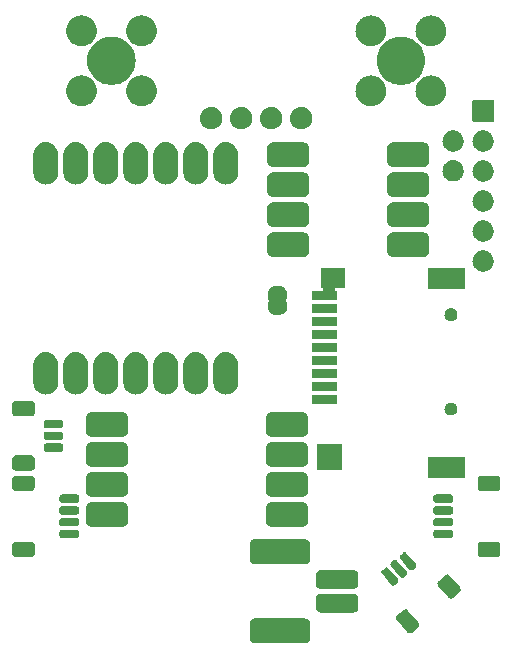
<source format=gbs>
G04 #@! TF.GenerationSoftware,KiCad,Pcbnew,7.0.7-7.0.7~ubuntu22.04.1*
G04 #@! TF.CreationDate,2024-07-01T02:54:02-07:00*
G04 #@! TF.ProjectId,v0.0-CutieCat,76302e30-2d43-4757-9469-654361742e6b,rev?*
G04 #@! TF.SameCoordinates,Original*
G04 #@! TF.FileFunction,Soldermask,Bot*
G04 #@! TF.FilePolarity,Negative*
%FSLAX46Y46*%
G04 Gerber Fmt 4.6, Leading zero omitted, Abs format (unit mm)*
G04 Created by KiCad (PCBNEW 7.0.7-7.0.7~ubuntu22.04.1) date 2024-07-01 02:54:02*
%MOMM*%
%LPD*%
G01*
G04 APERTURE LIST*
G04 APERTURE END LIST*
G36*
X4185528Y-25721748D02*
G01*
X4245960Y-25728245D01*
X4256115Y-25732032D01*
X4276330Y-25734978D01*
X4315977Y-25754360D01*
X4350241Y-25767140D01*
X4365529Y-25778584D01*
X4389993Y-25790544D01*
X4415264Y-25815815D01*
X4437522Y-25832477D01*
X4454183Y-25854734D01*
X4479456Y-25880007D01*
X4491415Y-25904471D01*
X4502859Y-25919758D01*
X4515637Y-25954017D01*
X4535022Y-25993670D01*
X4537967Y-26013886D01*
X4541754Y-26024039D01*
X4548253Y-26084489D01*
X4550999Y-26103336D01*
X4550999Y-26110027D01*
X4551000Y-26110037D01*
X4551000Y-26873850D01*
X4551000Y-27436665D01*
X4548250Y-27455538D01*
X4541754Y-27515960D01*
X4537967Y-27526110D01*
X4535022Y-27546330D01*
X4515635Y-27585986D01*
X4502859Y-27620241D01*
X4491417Y-27635525D01*
X4479456Y-27659993D01*
X4454180Y-27685268D01*
X4437522Y-27707522D01*
X4415268Y-27724180D01*
X4389993Y-27749456D01*
X4365525Y-27761417D01*
X4350241Y-27772859D01*
X4315986Y-27785635D01*
X4276330Y-27805022D01*
X4256111Y-27807967D01*
X4245960Y-27811754D01*
X4185511Y-27818253D01*
X4166664Y-27820999D01*
X4159972Y-27820999D01*
X4159963Y-27821000D01*
X-159963Y-27821000D01*
X-159963Y-27820999D01*
X-166665Y-27821000D01*
X-185536Y-27818250D01*
X-245960Y-27811754D01*
X-256110Y-27807967D01*
X-276330Y-27805022D01*
X-315986Y-27785635D01*
X-350241Y-27772859D01*
X-365525Y-27761417D01*
X-389993Y-27749456D01*
X-415268Y-27724180D01*
X-437522Y-27707522D01*
X-454180Y-27685268D01*
X-479456Y-27659993D01*
X-491417Y-27635525D01*
X-502859Y-27620241D01*
X-515635Y-27585986D01*
X-535022Y-27546330D01*
X-537967Y-27526111D01*
X-541754Y-27515960D01*
X-548252Y-27455513D01*
X-550999Y-27436664D01*
X-550999Y-27429971D01*
X-551000Y-27429962D01*
X-551000Y-26110037D01*
X-550999Y-26110036D01*
X-551000Y-26103335D01*
X-548250Y-26084464D01*
X-541754Y-26024039D01*
X-537967Y-26013887D01*
X-535022Y-25993670D01*
X-515637Y-25954017D01*
X-502859Y-25919758D01*
X-491415Y-25904471D01*
X-479456Y-25880007D01*
X-454183Y-25854734D01*
X-437522Y-25832477D01*
X-415264Y-25815815D01*
X-389993Y-25790544D01*
X-365529Y-25778584D01*
X-350241Y-25767140D01*
X-315977Y-25754360D01*
X-276330Y-25734978D01*
X-256116Y-25732033D01*
X-245960Y-25728245D01*
X-185503Y-25721745D01*
X-166664Y-25719001D01*
X-159972Y-25719000D01*
X-159963Y-25719000D01*
X4159963Y-25719000D01*
X4166665Y-25719000D01*
X4185528Y-25721748D01*
G37*
G36*
X12741189Y-24952167D02*
G01*
X12785397Y-24973897D01*
X12818984Y-24988154D01*
X12824948Y-24993338D01*
X12840461Y-25000964D01*
X12890883Y-25048616D01*
X13726507Y-26044474D01*
X13764679Y-26102404D01*
X13769495Y-26119006D01*
X13773565Y-26125780D01*
X13781772Y-26161328D01*
X13795497Y-26208642D01*
X13785856Y-26318838D01*
X13764116Y-26363065D01*
X13749868Y-26396633D01*
X13744686Y-26402593D01*
X13737059Y-26418111D01*
X13689407Y-26468533D01*
X13153175Y-26918484D01*
X13095245Y-26956656D01*
X13078640Y-26961472D01*
X13071868Y-26965542D01*
X13036324Y-26973747D01*
X12989007Y-26987474D01*
X12878811Y-26977833D01*
X12834593Y-26956097D01*
X12801015Y-26941845D01*
X12795052Y-26936661D01*
X12779539Y-26929036D01*
X12729117Y-26881384D01*
X11893493Y-25885526D01*
X11855321Y-25827596D01*
X11850505Y-25810994D01*
X11846434Y-25804219D01*
X11838224Y-25768658D01*
X11824503Y-25721358D01*
X11834144Y-25611162D01*
X11855873Y-25566956D01*
X11870131Y-25533366D01*
X11875315Y-25527401D01*
X11882941Y-25511889D01*
X11930593Y-25461467D01*
X12413633Y-25056149D01*
X12459291Y-25017837D01*
X12459294Y-25017835D01*
X12466825Y-25011516D01*
X12524755Y-24973344D01*
X12541354Y-24968528D01*
X12548131Y-24964457D01*
X12583696Y-24956245D01*
X12630993Y-24942526D01*
X12741189Y-24952167D01*
G37*
G36*
X8248443Y-23622713D02*
G01*
X8324572Y-23631855D01*
X8336928Y-23636727D01*
X8356641Y-23639850D01*
X8397024Y-23660426D01*
X8433210Y-23674696D01*
X8449961Y-23687398D01*
X8475397Y-23700359D01*
X8501582Y-23726544D01*
X8525396Y-23744603D01*
X8543454Y-23768416D01*
X8569641Y-23794603D01*
X8582601Y-23820039D01*
X8595303Y-23836789D01*
X8609570Y-23872969D01*
X8630150Y-23913359D01*
X8633272Y-23933073D01*
X8638144Y-23945427D01*
X8647283Y-24021536D01*
X8651000Y-24045000D01*
X8651000Y-24795000D01*
X8647282Y-24818469D01*
X8638144Y-24894572D01*
X8633272Y-24906924D01*
X8630150Y-24926641D01*
X8609569Y-24967033D01*
X8595303Y-25003210D01*
X8582603Y-25019957D01*
X8569641Y-25045397D01*
X8543450Y-25071587D01*
X8525396Y-25095396D01*
X8501587Y-25113450D01*
X8475397Y-25139641D01*
X8449957Y-25152603D01*
X8433210Y-25165303D01*
X8397033Y-25179569D01*
X8356641Y-25200150D01*
X8336924Y-25203272D01*
X8324572Y-25208144D01*
X8248467Y-25217283D01*
X8225000Y-25221000D01*
X5475000Y-25221000D01*
X5451533Y-25217283D01*
X5375427Y-25208144D01*
X5363073Y-25203272D01*
X5343359Y-25200150D01*
X5302969Y-25179570D01*
X5266789Y-25165303D01*
X5250039Y-25152601D01*
X5224603Y-25139641D01*
X5198416Y-25113454D01*
X5174603Y-25095396D01*
X5156544Y-25071582D01*
X5130359Y-25045397D01*
X5117398Y-25019961D01*
X5104696Y-25003210D01*
X5090426Y-24967024D01*
X5069850Y-24926641D01*
X5066727Y-24906928D01*
X5061855Y-24894572D01*
X5052712Y-24818440D01*
X5049000Y-24795000D01*
X5049000Y-24045000D01*
X5052712Y-24021559D01*
X5061855Y-23945427D01*
X5066728Y-23933069D01*
X5069850Y-23913359D01*
X5090424Y-23872978D01*
X5104696Y-23836789D01*
X5117400Y-23820035D01*
X5130359Y-23794603D01*
X5156541Y-23768420D01*
X5174603Y-23744603D01*
X5198420Y-23726541D01*
X5224603Y-23700359D01*
X5250035Y-23687400D01*
X5266789Y-23674696D01*
X5302978Y-23660424D01*
X5343359Y-23639850D01*
X5363069Y-23636728D01*
X5375427Y-23631855D01*
X5451562Y-23622712D01*
X5475000Y-23619000D01*
X8225000Y-23619000D01*
X8248443Y-23622713D01*
G37*
G36*
X16264993Y-21995344D02*
G01*
X16309201Y-22017074D01*
X16342788Y-22031331D01*
X16348752Y-22036515D01*
X16364265Y-22044141D01*
X16414687Y-22091793D01*
X17250311Y-23087651D01*
X17288483Y-23145581D01*
X17293299Y-23162183D01*
X17297369Y-23168957D01*
X17305576Y-23204505D01*
X17319301Y-23251819D01*
X17309660Y-23362015D01*
X17287920Y-23406242D01*
X17273672Y-23439810D01*
X17268490Y-23445770D01*
X17260863Y-23461288D01*
X17213211Y-23511710D01*
X16676979Y-23961661D01*
X16619049Y-23999833D01*
X16602444Y-24004649D01*
X16595672Y-24008719D01*
X16560128Y-24016924D01*
X16512811Y-24030651D01*
X16402615Y-24021010D01*
X16358397Y-23999274D01*
X16324819Y-23985022D01*
X16318856Y-23979838D01*
X16303343Y-23972213D01*
X16252921Y-23924561D01*
X15417297Y-22928703D01*
X15379125Y-22870773D01*
X15374309Y-22854171D01*
X15370238Y-22847396D01*
X15362028Y-22811835D01*
X15348307Y-22764535D01*
X15357948Y-22654339D01*
X15379677Y-22610133D01*
X15393935Y-22576543D01*
X15399119Y-22570578D01*
X15406745Y-22555066D01*
X15454397Y-22504644D01*
X15937437Y-22099326D01*
X15983095Y-22061014D01*
X15983098Y-22061012D01*
X15990629Y-22054693D01*
X16048559Y-22016521D01*
X16065158Y-22011705D01*
X16071935Y-22007634D01*
X16107500Y-21999422D01*
X16154797Y-21985703D01*
X16264993Y-21995344D01*
G37*
G36*
X8248443Y-21622713D02*
G01*
X8324572Y-21631855D01*
X8336928Y-21636727D01*
X8356641Y-21639850D01*
X8397024Y-21660426D01*
X8433210Y-21674696D01*
X8449961Y-21687398D01*
X8475397Y-21700359D01*
X8501582Y-21726544D01*
X8525396Y-21744603D01*
X8543454Y-21768416D01*
X8569641Y-21794603D01*
X8582601Y-21820039D01*
X8595303Y-21836789D01*
X8609570Y-21872969D01*
X8630150Y-21913359D01*
X8633272Y-21933073D01*
X8638144Y-21945427D01*
X8647283Y-22021536D01*
X8651000Y-22045000D01*
X8651000Y-22795000D01*
X8647282Y-22818469D01*
X8638144Y-22894572D01*
X8633272Y-22906924D01*
X8630150Y-22926641D01*
X8609569Y-22967033D01*
X8595303Y-23003210D01*
X8582603Y-23019957D01*
X8569641Y-23045397D01*
X8543450Y-23071587D01*
X8525396Y-23095396D01*
X8501587Y-23113450D01*
X8475397Y-23139641D01*
X8449957Y-23152603D01*
X8433210Y-23165303D01*
X8397033Y-23179569D01*
X8356641Y-23200150D01*
X8336924Y-23203272D01*
X8324572Y-23208144D01*
X8248467Y-23217283D01*
X8225000Y-23221000D01*
X5475000Y-23221000D01*
X5451533Y-23217283D01*
X5375427Y-23208144D01*
X5363073Y-23203272D01*
X5343359Y-23200150D01*
X5302969Y-23179570D01*
X5266789Y-23165303D01*
X5250039Y-23152601D01*
X5224603Y-23139641D01*
X5198416Y-23113454D01*
X5174603Y-23095396D01*
X5156544Y-23071582D01*
X5130359Y-23045397D01*
X5117398Y-23019961D01*
X5104696Y-23003210D01*
X5090426Y-22967024D01*
X5069850Y-22926641D01*
X5066727Y-22906928D01*
X5061855Y-22894572D01*
X5052712Y-22818440D01*
X5049000Y-22795000D01*
X5049000Y-22045000D01*
X5052712Y-22021559D01*
X5061855Y-21945427D01*
X5066728Y-21933069D01*
X5069850Y-21913359D01*
X5090424Y-21872978D01*
X5104696Y-21836789D01*
X5117400Y-21820035D01*
X5130359Y-21794603D01*
X5156541Y-21768420D01*
X5174603Y-21744603D01*
X5198420Y-21726541D01*
X5224603Y-21700359D01*
X5250035Y-21687400D01*
X5266789Y-21674696D01*
X5302978Y-21660424D01*
X5343359Y-21639850D01*
X5363069Y-21636728D01*
X5375427Y-21631855D01*
X5451562Y-21622712D01*
X5475000Y-21619000D01*
X8225000Y-21619000D01*
X8248443Y-21622713D01*
G37*
G36*
X11070103Y-21392625D02*
G01*
X11079744Y-21393469D01*
X11090990Y-21398713D01*
X11121031Y-21407469D01*
X11136650Y-21420004D01*
X11144939Y-21423870D01*
X11169438Y-21446320D01*
X11182194Y-21456558D01*
X11985679Y-22414113D01*
X11993544Y-22428449D01*
X12011399Y-22456476D01*
X12013765Y-22465307D01*
X12023401Y-22482871D01*
X12026807Y-22513983D01*
X12030018Y-22525964D01*
X12029174Y-22535599D01*
X12031938Y-22560832D01*
X12024835Y-22585202D01*
X12023992Y-22594838D01*
X12018750Y-22606077D01*
X12009993Y-22636126D01*
X11997453Y-22651749D01*
X11993591Y-22660033D01*
X11971152Y-22684519D01*
X11960904Y-22697289D01*
X11731091Y-22890125D01*
X11716751Y-22897992D01*
X11688728Y-22915845D01*
X11679896Y-22918211D01*
X11662333Y-22927847D01*
X11631220Y-22931253D01*
X11619240Y-22934464D01*
X11609604Y-22933620D01*
X11584372Y-22936384D01*
X11560002Y-22929281D01*
X11550365Y-22928438D01*
X11539122Y-22923195D01*
X11509079Y-22914439D01*
X11493458Y-22901901D01*
X11485170Y-22898037D01*
X11460671Y-22875587D01*
X11447916Y-22865350D01*
X10644431Y-21907795D01*
X10636567Y-21893462D01*
X10618710Y-21865431D01*
X10616343Y-21856597D01*
X10606709Y-21839037D01*
X10603302Y-21807928D01*
X10600091Y-21795943D01*
X10600934Y-21786302D01*
X10598172Y-21761076D01*
X10605273Y-21736710D01*
X10606117Y-21727069D01*
X10611361Y-21715821D01*
X10620117Y-21685782D01*
X10632652Y-21670162D01*
X10636518Y-21661874D01*
X10658971Y-21637371D01*
X10669206Y-21624619D01*
X10699401Y-21599282D01*
X10892740Y-21437050D01*
X10892748Y-21437044D01*
X10899019Y-21431783D01*
X10913340Y-21423926D01*
X10941381Y-21406062D01*
X10950218Y-21403694D01*
X10967777Y-21394061D01*
X10998881Y-21390654D01*
X11010869Y-21387443D01*
X11020510Y-21388286D01*
X11045738Y-21385524D01*
X11070103Y-21392625D01*
G37*
G36*
X11836148Y-20749837D02*
G01*
X11845789Y-20750681D01*
X11857035Y-20755925D01*
X11887076Y-20764681D01*
X11902695Y-20777216D01*
X11910984Y-20781082D01*
X11935483Y-20803532D01*
X11948239Y-20813770D01*
X12751724Y-21771325D01*
X12759589Y-21785661D01*
X12777444Y-21813688D01*
X12779810Y-21822519D01*
X12789446Y-21840083D01*
X12792852Y-21871195D01*
X12796063Y-21883176D01*
X12795219Y-21892811D01*
X12797983Y-21918044D01*
X12790880Y-21942414D01*
X12790037Y-21952050D01*
X12784795Y-21963289D01*
X12776038Y-21993338D01*
X12763498Y-22008961D01*
X12759636Y-22017245D01*
X12737197Y-22041731D01*
X12726949Y-22054501D01*
X12497136Y-22247337D01*
X12482796Y-22255204D01*
X12454773Y-22273057D01*
X12445941Y-22275423D01*
X12428378Y-22285059D01*
X12397265Y-22288465D01*
X12385285Y-22291676D01*
X12375649Y-22290832D01*
X12350417Y-22293596D01*
X12326047Y-22286493D01*
X12316410Y-22285650D01*
X12305167Y-22280407D01*
X12275124Y-22271651D01*
X12259503Y-22259113D01*
X12251215Y-22255249D01*
X12226716Y-22232799D01*
X12213961Y-22222562D01*
X11410476Y-21265007D01*
X11402612Y-21250674D01*
X11384755Y-21222643D01*
X11382388Y-21213809D01*
X11372754Y-21196249D01*
X11369347Y-21165140D01*
X11366136Y-21153155D01*
X11366979Y-21143514D01*
X11364217Y-21118288D01*
X11371318Y-21093922D01*
X11372162Y-21084281D01*
X11377406Y-21073033D01*
X11386162Y-21042994D01*
X11398697Y-21027374D01*
X11402563Y-21019086D01*
X11425016Y-20994583D01*
X11435251Y-20981831D01*
X11441529Y-20976563D01*
X11658785Y-20794262D01*
X11658793Y-20794256D01*
X11665064Y-20788995D01*
X11679385Y-20781138D01*
X11707426Y-20763274D01*
X11716263Y-20760906D01*
X11733822Y-20751273D01*
X11764926Y-20747866D01*
X11776914Y-20744655D01*
X11786555Y-20745498D01*
X11811783Y-20742736D01*
X11836148Y-20749837D01*
G37*
G36*
X12602192Y-20107050D02*
G01*
X12611833Y-20107894D01*
X12623079Y-20113138D01*
X12653120Y-20121894D01*
X12668739Y-20134429D01*
X12677028Y-20138295D01*
X12701527Y-20160745D01*
X12714283Y-20170983D01*
X13517768Y-21128538D01*
X13525633Y-21142874D01*
X13543488Y-21170901D01*
X13545854Y-21179732D01*
X13555490Y-21197296D01*
X13558896Y-21228408D01*
X13562107Y-21240389D01*
X13561263Y-21250024D01*
X13564027Y-21275257D01*
X13556924Y-21299627D01*
X13556081Y-21309263D01*
X13550839Y-21320502D01*
X13542082Y-21350551D01*
X13529542Y-21366174D01*
X13525680Y-21374458D01*
X13503241Y-21398944D01*
X13492993Y-21411714D01*
X13263180Y-21604550D01*
X13248840Y-21612417D01*
X13220817Y-21630270D01*
X13211985Y-21632636D01*
X13194422Y-21642272D01*
X13163309Y-21645678D01*
X13151329Y-21648889D01*
X13141693Y-21648045D01*
X13116461Y-21650809D01*
X13092091Y-21643706D01*
X13082454Y-21642863D01*
X13071211Y-21637620D01*
X13041168Y-21628864D01*
X13025547Y-21616326D01*
X13017259Y-21612462D01*
X12992760Y-21590012D01*
X12980005Y-21579775D01*
X12176520Y-20622220D01*
X12168656Y-20607887D01*
X12150799Y-20579856D01*
X12148432Y-20571022D01*
X12138798Y-20553462D01*
X12135391Y-20522353D01*
X12132180Y-20510368D01*
X12133023Y-20500727D01*
X12130261Y-20475501D01*
X12137362Y-20451135D01*
X12138206Y-20441494D01*
X12143450Y-20430246D01*
X12152206Y-20400207D01*
X12164741Y-20384587D01*
X12168607Y-20376299D01*
X12191060Y-20351796D01*
X12201295Y-20339044D01*
X12232892Y-20312531D01*
X12424829Y-20151475D01*
X12424837Y-20151469D01*
X12431108Y-20146208D01*
X12445429Y-20138351D01*
X12473470Y-20120487D01*
X12482307Y-20118119D01*
X12499866Y-20108486D01*
X12530970Y-20105079D01*
X12542958Y-20101868D01*
X12552599Y-20102711D01*
X12577827Y-20099949D01*
X12602192Y-20107050D01*
G37*
G36*
X4185528Y-19021748D02*
G01*
X4245960Y-19028245D01*
X4256115Y-19032032D01*
X4276330Y-19034978D01*
X4315977Y-19054360D01*
X4350241Y-19067140D01*
X4365529Y-19078584D01*
X4389993Y-19090544D01*
X4415264Y-19115815D01*
X4437522Y-19132477D01*
X4454183Y-19154734D01*
X4479456Y-19180007D01*
X4491415Y-19204471D01*
X4502859Y-19219758D01*
X4515637Y-19254017D01*
X4535022Y-19293670D01*
X4537967Y-19313886D01*
X4541754Y-19324039D01*
X4548253Y-19384489D01*
X4550999Y-19403336D01*
X4550999Y-19410027D01*
X4551000Y-19410037D01*
X4551000Y-20099949D01*
X4551000Y-20736665D01*
X4548250Y-20755538D01*
X4541754Y-20815960D01*
X4537967Y-20826110D01*
X4535022Y-20846330D01*
X4515635Y-20885986D01*
X4502859Y-20920241D01*
X4491417Y-20935525D01*
X4479456Y-20959993D01*
X4454180Y-20985268D01*
X4437522Y-21007522D01*
X4415268Y-21024180D01*
X4389993Y-21049456D01*
X4365525Y-21061417D01*
X4350241Y-21072859D01*
X4315986Y-21085635D01*
X4276330Y-21105022D01*
X4256111Y-21107967D01*
X4245960Y-21111754D01*
X4185511Y-21118253D01*
X4166664Y-21120999D01*
X4159972Y-21120999D01*
X4159963Y-21121000D01*
X-159963Y-21121000D01*
X-159963Y-21120999D01*
X-166665Y-21121000D01*
X-185536Y-21118250D01*
X-245960Y-21111754D01*
X-256110Y-21107967D01*
X-276330Y-21105022D01*
X-315986Y-21085635D01*
X-350241Y-21072859D01*
X-365525Y-21061417D01*
X-389993Y-21049456D01*
X-415268Y-21024180D01*
X-437522Y-21007522D01*
X-454180Y-20985268D01*
X-479456Y-20959993D01*
X-491417Y-20935525D01*
X-502859Y-20920241D01*
X-515635Y-20885986D01*
X-535022Y-20846330D01*
X-537967Y-20826111D01*
X-541754Y-20815960D01*
X-548252Y-20755513D01*
X-550999Y-20736664D01*
X-550999Y-20729971D01*
X-551000Y-20729962D01*
X-551000Y-19410037D01*
X-550999Y-19410036D01*
X-551000Y-19403335D01*
X-548250Y-19384464D01*
X-541754Y-19324039D01*
X-537967Y-19313887D01*
X-535022Y-19293670D01*
X-515637Y-19254017D01*
X-502859Y-19219758D01*
X-491415Y-19204471D01*
X-479456Y-19180007D01*
X-454183Y-19154734D01*
X-437522Y-19132477D01*
X-415264Y-19115815D01*
X-389993Y-19090544D01*
X-365529Y-19078584D01*
X-350241Y-19067140D01*
X-315977Y-19054360D01*
X-276330Y-19034978D01*
X-256116Y-19032033D01*
X-245960Y-19028245D01*
X-185503Y-19021745D01*
X-166664Y-19019001D01*
X-159972Y-19019000D01*
X-159963Y-19019000D01*
X4159963Y-19019000D01*
X4166665Y-19019000D01*
X4185528Y-19021748D01*
G37*
G36*
X-18986086Y-19226995D02*
G01*
X-18970274Y-19233976D01*
X-18962468Y-19235213D01*
X-18929953Y-19251780D01*
X-18884894Y-19271676D01*
X-18806676Y-19349894D01*
X-18786780Y-19394953D01*
X-18770213Y-19427468D01*
X-18768976Y-19435274D01*
X-18761995Y-19451086D01*
X-18754000Y-19520000D01*
X-18754000Y-20220000D01*
X-18761995Y-20288914D01*
X-18768976Y-20304726D01*
X-18770213Y-20312531D01*
X-18786776Y-20345039D01*
X-18806676Y-20390106D01*
X-18884894Y-20468324D01*
X-18929967Y-20488226D01*
X-18962468Y-20504786D01*
X-18970270Y-20506021D01*
X-18986086Y-20513005D01*
X-19055000Y-20521000D01*
X-20355000Y-20521000D01*
X-20423914Y-20513005D01*
X-20439729Y-20506021D01*
X-20447531Y-20504786D01*
X-20480024Y-20488229D01*
X-20525106Y-20468324D01*
X-20603324Y-20390106D01*
X-20623229Y-20345024D01*
X-20639786Y-20312531D01*
X-20641021Y-20304729D01*
X-20648005Y-20288914D01*
X-20656000Y-20220000D01*
X-20656000Y-19520000D01*
X-20648005Y-19451086D01*
X-20641021Y-19435270D01*
X-20639786Y-19427468D01*
X-20623226Y-19394967D01*
X-20603324Y-19349894D01*
X-20525106Y-19271676D01*
X-20480039Y-19251776D01*
X-20447531Y-19235213D01*
X-20439726Y-19233976D01*
X-20423914Y-19226995D01*
X-20355000Y-19219000D01*
X-19055000Y-19219000D01*
X-18986086Y-19226995D01*
G37*
G36*
X20423914Y-19226995D02*
G01*
X20439726Y-19233976D01*
X20447531Y-19235213D01*
X20480039Y-19251776D01*
X20525106Y-19271676D01*
X20603324Y-19349894D01*
X20623226Y-19394967D01*
X20639786Y-19427468D01*
X20641021Y-19435270D01*
X20648005Y-19451086D01*
X20656000Y-19520000D01*
X20656000Y-20220000D01*
X20648005Y-20288914D01*
X20641021Y-20304729D01*
X20639786Y-20312531D01*
X20623229Y-20345024D01*
X20603324Y-20390106D01*
X20525106Y-20468324D01*
X20480024Y-20488229D01*
X20447531Y-20504786D01*
X20439729Y-20506021D01*
X20423914Y-20513005D01*
X20355000Y-20521000D01*
X19055000Y-20521000D01*
X18986086Y-20513005D01*
X18970270Y-20506021D01*
X18962468Y-20504786D01*
X18929967Y-20488226D01*
X18884894Y-20468324D01*
X18806676Y-20390106D01*
X18786776Y-20345039D01*
X18770213Y-20312531D01*
X18768976Y-20304726D01*
X18761995Y-20288914D01*
X18754000Y-20220000D01*
X18754000Y-19520000D01*
X18761995Y-19451086D01*
X18768976Y-19435274D01*
X18770213Y-19427468D01*
X18786780Y-19394953D01*
X18806676Y-19349894D01*
X18884894Y-19271676D01*
X18929953Y-19251780D01*
X18962468Y-19235213D01*
X18970274Y-19233976D01*
X18986086Y-19226995D01*
X19055000Y-19219000D01*
X20355000Y-19219000D01*
X20423914Y-19226995D01*
G37*
G36*
X-15188961Y-18222190D02*
G01*
X-15156012Y-18226528D01*
X-15147723Y-18230392D01*
X-15128081Y-18234300D01*
X-15102063Y-18251684D01*
X-15090819Y-18256928D01*
X-15083977Y-18263769D01*
X-15062872Y-18277872D01*
X-15048769Y-18298977D01*
X-15041928Y-18305819D01*
X-15036684Y-18317063D01*
X-15019300Y-18343081D01*
X-15015392Y-18362723D01*
X-15011528Y-18371012D01*
X-15007190Y-18403961D01*
X-15004000Y-18420000D01*
X-15004000Y-18720000D01*
X-15007190Y-18736040D01*
X-15011528Y-18768987D01*
X-15015392Y-18777274D01*
X-15019300Y-18796919D01*
X-15036686Y-18822938D01*
X-15041928Y-18834180D01*
X-15048767Y-18841019D01*
X-15062872Y-18862128D01*
X-15083980Y-18876232D01*
X-15090819Y-18883071D01*
X-15102058Y-18888312D01*
X-15128081Y-18905700D01*
X-15147727Y-18909607D01*
X-15156012Y-18913471D01*
X-15188946Y-18917806D01*
X-15205000Y-18921000D01*
X-16455000Y-18921000D01*
X-16471054Y-18917806D01*
X-16503987Y-18913471D01*
X-16512270Y-18909608D01*
X-16531919Y-18905700D01*
X-16557943Y-18888310D01*
X-16569180Y-18883071D01*
X-16576016Y-18876234D01*
X-16597128Y-18862128D01*
X-16611234Y-18841016D01*
X-16618071Y-18834180D01*
X-16623310Y-18822943D01*
X-16640700Y-18796919D01*
X-16644608Y-18777270D01*
X-16648471Y-18768987D01*
X-16652806Y-18736054D01*
X-16656000Y-18720000D01*
X-16656000Y-18420000D01*
X-16652806Y-18403946D01*
X-16648471Y-18371012D01*
X-16644607Y-18362727D01*
X-16640700Y-18343081D01*
X-16623312Y-18317058D01*
X-16618071Y-18305819D01*
X-16611232Y-18298980D01*
X-16597128Y-18277872D01*
X-16576019Y-18263767D01*
X-16569180Y-18256928D01*
X-16557938Y-18251686D01*
X-16531919Y-18234300D01*
X-16512274Y-18230392D01*
X-16503987Y-18226528D01*
X-16471040Y-18222190D01*
X-16455000Y-18219000D01*
X-15205000Y-18219000D01*
X-15188961Y-18222190D01*
G37*
G36*
X16471040Y-18222190D02*
G01*
X16503987Y-18226528D01*
X16512274Y-18230392D01*
X16531919Y-18234300D01*
X16557938Y-18251686D01*
X16569180Y-18256928D01*
X16576019Y-18263767D01*
X16597128Y-18277872D01*
X16611232Y-18298980D01*
X16618071Y-18305819D01*
X16623312Y-18317058D01*
X16640700Y-18343081D01*
X16644607Y-18362727D01*
X16648471Y-18371012D01*
X16652806Y-18403946D01*
X16656000Y-18420000D01*
X16656000Y-18720000D01*
X16652806Y-18736054D01*
X16648471Y-18768987D01*
X16644608Y-18777270D01*
X16640700Y-18796919D01*
X16623310Y-18822943D01*
X16618071Y-18834180D01*
X16611234Y-18841016D01*
X16597128Y-18862128D01*
X16576016Y-18876234D01*
X16569180Y-18883071D01*
X16557943Y-18888310D01*
X16531919Y-18905700D01*
X16512270Y-18909608D01*
X16503987Y-18913471D01*
X16471054Y-18917806D01*
X16455000Y-18921000D01*
X15205000Y-18921000D01*
X15188946Y-18917806D01*
X15156012Y-18913471D01*
X15147727Y-18909607D01*
X15128081Y-18905700D01*
X15102058Y-18888312D01*
X15090819Y-18883071D01*
X15083980Y-18876232D01*
X15062872Y-18862128D01*
X15048767Y-18841019D01*
X15041928Y-18834180D01*
X15036686Y-18822938D01*
X15019300Y-18796919D01*
X15015392Y-18777274D01*
X15011528Y-18768987D01*
X15007190Y-18736040D01*
X15004000Y-18720000D01*
X15004000Y-18420000D01*
X15007190Y-18403961D01*
X15011528Y-18371012D01*
X15015392Y-18362723D01*
X15019300Y-18343081D01*
X15036684Y-18317063D01*
X15041928Y-18305819D01*
X15048769Y-18298977D01*
X15062872Y-18277872D01*
X15083977Y-18263769D01*
X15090819Y-18256928D01*
X15102063Y-18251684D01*
X15128081Y-18234300D01*
X15147723Y-18230392D01*
X15156012Y-18226528D01*
X15188961Y-18222190D01*
X15205000Y-18219000D01*
X16455000Y-18219000D01*
X16471040Y-18222190D01*
G37*
G36*
X-11362382Y-15861115D02*
G01*
X-11282671Y-15868359D01*
X-11270507Y-15872149D01*
X-11249543Y-15874667D01*
X-11201008Y-15893806D01*
X-11154240Y-15908380D01*
X-11135831Y-15919508D01*
X-11109949Y-15929715D01*
X-11074580Y-15956535D01*
X-11040755Y-15976984D01*
X-11019228Y-15998510D01*
X-10990384Y-16020384D01*
X-10968510Y-16049228D01*
X-10946984Y-16070755D01*
X-10926535Y-16104580D01*
X-10899715Y-16139949D01*
X-10889508Y-16165831D01*
X-10878380Y-16184240D01*
X-10863806Y-16231008D01*
X-10844667Y-16279543D01*
X-10842149Y-16300507D01*
X-10838359Y-16312671D01*
X-10831115Y-16392382D01*
X-10829000Y-16410000D01*
X-10829000Y-17410000D01*
X-10831116Y-17427620D01*
X-10838359Y-17507328D01*
X-10842149Y-17519490D01*
X-10844667Y-17540457D01*
X-10863807Y-17588994D01*
X-10878380Y-17635759D01*
X-10889507Y-17654166D01*
X-10899715Y-17680051D01*
X-10926538Y-17715423D01*
X-10946984Y-17749244D01*
X-10968507Y-17770767D01*
X-10990384Y-17799616D01*
X-11019232Y-17821492D01*
X-11040755Y-17843015D01*
X-11074573Y-17863459D01*
X-11109949Y-17890285D01*
X-11135835Y-17900493D01*
X-11154240Y-17911619D01*
X-11200996Y-17926189D01*
X-11249543Y-17945333D01*
X-11270512Y-17947851D01*
X-11282671Y-17951640D01*
X-11362348Y-17958880D01*
X-11380000Y-17961000D01*
X-13880000Y-17961000D01*
X-13897654Y-17958879D01*
X-13977328Y-17951640D01*
X-13989485Y-17947851D01*
X-14010457Y-17945333D01*
X-14059007Y-17926187D01*
X-14105759Y-17911619D01*
X-14124161Y-17900494D01*
X-14150051Y-17890285D01*
X-14185430Y-17863456D01*
X-14219244Y-17843015D01*
X-14240763Y-17821495D01*
X-14269616Y-17799616D01*
X-14291495Y-17770763D01*
X-14313015Y-17749244D01*
X-14333456Y-17715430D01*
X-14360285Y-17680051D01*
X-14370494Y-17654161D01*
X-14381619Y-17635759D01*
X-14396187Y-17589007D01*
X-14415333Y-17540457D01*
X-14417851Y-17519485D01*
X-14421640Y-17507328D01*
X-14428879Y-17427654D01*
X-14431000Y-17410000D01*
X-14431000Y-16410000D01*
X-14428880Y-16392348D01*
X-14421640Y-16312671D01*
X-14417851Y-16300512D01*
X-14415333Y-16279543D01*
X-14396189Y-16230996D01*
X-14381619Y-16184240D01*
X-14370493Y-16165835D01*
X-14360285Y-16139949D01*
X-14333459Y-16104573D01*
X-14313015Y-16070755D01*
X-14291492Y-16049232D01*
X-14269616Y-16020384D01*
X-14240767Y-15998507D01*
X-14219244Y-15976984D01*
X-14185423Y-15956538D01*
X-14150051Y-15929715D01*
X-14124166Y-15919507D01*
X-14105759Y-15908380D01*
X-14058994Y-15893807D01*
X-14010457Y-15874667D01*
X-13989490Y-15872149D01*
X-13977328Y-15868359D01*
X-13897620Y-15861116D01*
X-13880000Y-15859000D01*
X-11380000Y-15859000D01*
X-11362382Y-15861115D01*
G37*
G36*
X3877620Y-15861116D02*
G01*
X3957328Y-15868359D01*
X3969490Y-15872149D01*
X3990457Y-15874667D01*
X4038994Y-15893807D01*
X4085759Y-15908380D01*
X4104166Y-15919507D01*
X4130051Y-15929715D01*
X4165423Y-15956538D01*
X4199244Y-15976984D01*
X4220767Y-15998507D01*
X4249616Y-16020384D01*
X4271492Y-16049232D01*
X4293015Y-16070755D01*
X4313459Y-16104573D01*
X4340285Y-16139949D01*
X4350493Y-16165835D01*
X4361619Y-16184240D01*
X4376189Y-16230996D01*
X4395333Y-16279543D01*
X4397851Y-16300512D01*
X4401640Y-16312671D01*
X4408880Y-16392348D01*
X4411000Y-16410000D01*
X4411000Y-17410000D01*
X4408879Y-17427654D01*
X4401640Y-17507328D01*
X4397851Y-17519485D01*
X4395333Y-17540457D01*
X4376187Y-17589007D01*
X4361619Y-17635759D01*
X4350494Y-17654161D01*
X4340285Y-17680051D01*
X4313456Y-17715430D01*
X4293015Y-17749244D01*
X4271495Y-17770763D01*
X4249616Y-17799616D01*
X4220763Y-17821495D01*
X4199244Y-17843015D01*
X4165430Y-17863456D01*
X4130051Y-17890285D01*
X4104161Y-17900494D01*
X4085759Y-17911619D01*
X4039007Y-17926187D01*
X3990457Y-17945333D01*
X3969485Y-17947851D01*
X3957328Y-17951640D01*
X3877654Y-17958879D01*
X3860000Y-17961000D01*
X1360000Y-17961000D01*
X1342348Y-17958880D01*
X1262671Y-17951640D01*
X1250512Y-17947851D01*
X1229543Y-17945333D01*
X1180996Y-17926189D01*
X1134240Y-17911619D01*
X1115835Y-17900493D01*
X1089949Y-17890285D01*
X1054573Y-17863459D01*
X1020755Y-17843015D01*
X999232Y-17821492D01*
X970384Y-17799616D01*
X948507Y-17770767D01*
X926984Y-17749244D01*
X906538Y-17715423D01*
X879715Y-17680051D01*
X869507Y-17654166D01*
X858380Y-17635759D01*
X843807Y-17588994D01*
X824667Y-17540457D01*
X822149Y-17519490D01*
X818359Y-17507328D01*
X811116Y-17427620D01*
X809000Y-17410000D01*
X809000Y-16410000D01*
X811115Y-16392382D01*
X818359Y-16312671D01*
X822149Y-16300507D01*
X824667Y-16279543D01*
X843806Y-16231008D01*
X858380Y-16184240D01*
X869508Y-16165831D01*
X879715Y-16139949D01*
X906535Y-16104580D01*
X926984Y-16070755D01*
X948510Y-16049228D01*
X970384Y-16020384D01*
X999228Y-15998510D01*
X1020755Y-15976984D01*
X1054580Y-15956535D01*
X1089949Y-15929715D01*
X1115831Y-15919508D01*
X1134240Y-15908380D01*
X1181008Y-15893806D01*
X1229543Y-15874667D01*
X1250507Y-15872149D01*
X1262671Y-15868359D01*
X1342382Y-15861115D01*
X1360000Y-15859000D01*
X3860000Y-15859000D01*
X3877620Y-15861116D01*
G37*
G36*
X-15188961Y-17222190D02*
G01*
X-15156012Y-17226528D01*
X-15147723Y-17230392D01*
X-15128081Y-17234300D01*
X-15102063Y-17251684D01*
X-15090819Y-17256928D01*
X-15083977Y-17263769D01*
X-15062872Y-17277872D01*
X-15048769Y-17298977D01*
X-15041928Y-17305819D01*
X-15036684Y-17317063D01*
X-15019300Y-17343081D01*
X-15015392Y-17362723D01*
X-15011528Y-17371012D01*
X-15007190Y-17403961D01*
X-15004000Y-17420000D01*
X-15004000Y-17720000D01*
X-15007190Y-17736040D01*
X-15011528Y-17768987D01*
X-15015392Y-17777274D01*
X-15019300Y-17796919D01*
X-15036686Y-17822938D01*
X-15041928Y-17834180D01*
X-15048767Y-17841019D01*
X-15062872Y-17862128D01*
X-15083980Y-17876232D01*
X-15090819Y-17883071D01*
X-15102058Y-17888312D01*
X-15128081Y-17905700D01*
X-15147727Y-17909607D01*
X-15156012Y-17913471D01*
X-15188946Y-17917806D01*
X-15205000Y-17921000D01*
X-16455000Y-17921000D01*
X-16471054Y-17917806D01*
X-16503987Y-17913471D01*
X-16512270Y-17909608D01*
X-16531919Y-17905700D01*
X-16557943Y-17888310D01*
X-16569180Y-17883071D01*
X-16576016Y-17876234D01*
X-16597128Y-17862128D01*
X-16611234Y-17841016D01*
X-16618071Y-17834180D01*
X-16623310Y-17822943D01*
X-16640700Y-17796919D01*
X-16644608Y-17777270D01*
X-16648471Y-17768987D01*
X-16652806Y-17736054D01*
X-16656000Y-17720000D01*
X-16656000Y-17420000D01*
X-16652806Y-17403946D01*
X-16648471Y-17371012D01*
X-16644607Y-17362727D01*
X-16640700Y-17343081D01*
X-16623312Y-17317058D01*
X-16618071Y-17305819D01*
X-16611232Y-17298980D01*
X-16597128Y-17277872D01*
X-16576019Y-17263767D01*
X-16569180Y-17256928D01*
X-16557938Y-17251686D01*
X-16531919Y-17234300D01*
X-16512274Y-17230392D01*
X-16503987Y-17226528D01*
X-16471040Y-17222190D01*
X-16455000Y-17219000D01*
X-15205000Y-17219000D01*
X-15188961Y-17222190D01*
G37*
G36*
X16471040Y-17222190D02*
G01*
X16503987Y-17226528D01*
X16512274Y-17230392D01*
X16531919Y-17234300D01*
X16557938Y-17251686D01*
X16569180Y-17256928D01*
X16576019Y-17263767D01*
X16597128Y-17277872D01*
X16611232Y-17298980D01*
X16618071Y-17305819D01*
X16623312Y-17317058D01*
X16640700Y-17343081D01*
X16644607Y-17362727D01*
X16648471Y-17371012D01*
X16652806Y-17403946D01*
X16656000Y-17420000D01*
X16656000Y-17720000D01*
X16652806Y-17736054D01*
X16648471Y-17768987D01*
X16644608Y-17777270D01*
X16640700Y-17796919D01*
X16623310Y-17822943D01*
X16618071Y-17834180D01*
X16611234Y-17841016D01*
X16597128Y-17862128D01*
X16576016Y-17876234D01*
X16569180Y-17883071D01*
X16557943Y-17888310D01*
X16531919Y-17905700D01*
X16512270Y-17909608D01*
X16503987Y-17913471D01*
X16471054Y-17917806D01*
X16455000Y-17921000D01*
X15205000Y-17921000D01*
X15188946Y-17917806D01*
X15156012Y-17913471D01*
X15147727Y-17909607D01*
X15128081Y-17905700D01*
X15102058Y-17888312D01*
X15090819Y-17883071D01*
X15083980Y-17876232D01*
X15062872Y-17862128D01*
X15048767Y-17841019D01*
X15041928Y-17834180D01*
X15036686Y-17822938D01*
X15019300Y-17796919D01*
X15015392Y-17777274D01*
X15011528Y-17768987D01*
X15007190Y-17736040D01*
X15004000Y-17720000D01*
X15004000Y-17420000D01*
X15007190Y-17403961D01*
X15011528Y-17371012D01*
X15015392Y-17362723D01*
X15019300Y-17343081D01*
X15036684Y-17317063D01*
X15041928Y-17305819D01*
X15048769Y-17298977D01*
X15062872Y-17277872D01*
X15083977Y-17263769D01*
X15090819Y-17256928D01*
X15102063Y-17251684D01*
X15128081Y-17234300D01*
X15147723Y-17230392D01*
X15156012Y-17226528D01*
X15188961Y-17222190D01*
X15205000Y-17219000D01*
X16455000Y-17219000D01*
X16471040Y-17222190D01*
G37*
G36*
X-15188961Y-16222190D02*
G01*
X-15156012Y-16226528D01*
X-15147723Y-16230392D01*
X-15128081Y-16234300D01*
X-15102063Y-16251684D01*
X-15090819Y-16256928D01*
X-15083977Y-16263769D01*
X-15062872Y-16277872D01*
X-15048769Y-16298977D01*
X-15041928Y-16305819D01*
X-15036684Y-16317063D01*
X-15019300Y-16343081D01*
X-15015392Y-16362723D01*
X-15011528Y-16371012D01*
X-15007190Y-16403961D01*
X-15004000Y-16420000D01*
X-15004000Y-16720000D01*
X-15007190Y-16736040D01*
X-15011528Y-16768987D01*
X-15015392Y-16777274D01*
X-15019300Y-16796919D01*
X-15036686Y-16822938D01*
X-15041928Y-16834180D01*
X-15048767Y-16841019D01*
X-15062872Y-16862128D01*
X-15083980Y-16876232D01*
X-15090819Y-16883071D01*
X-15102058Y-16888312D01*
X-15128081Y-16905700D01*
X-15147727Y-16909607D01*
X-15156012Y-16913471D01*
X-15188946Y-16917806D01*
X-15205000Y-16921000D01*
X-16455000Y-16921000D01*
X-16471054Y-16917806D01*
X-16503987Y-16913471D01*
X-16512270Y-16909608D01*
X-16531919Y-16905700D01*
X-16557943Y-16888310D01*
X-16569180Y-16883071D01*
X-16576016Y-16876234D01*
X-16597128Y-16862128D01*
X-16611234Y-16841016D01*
X-16618071Y-16834180D01*
X-16623310Y-16822943D01*
X-16640700Y-16796919D01*
X-16644608Y-16777270D01*
X-16648471Y-16768987D01*
X-16652806Y-16736054D01*
X-16656000Y-16720000D01*
X-16656000Y-16420000D01*
X-16652806Y-16403946D01*
X-16648471Y-16371012D01*
X-16644607Y-16362727D01*
X-16640700Y-16343081D01*
X-16623312Y-16317058D01*
X-16618071Y-16305819D01*
X-16611232Y-16298980D01*
X-16597128Y-16277872D01*
X-16576019Y-16263767D01*
X-16569180Y-16256928D01*
X-16557938Y-16251686D01*
X-16531919Y-16234300D01*
X-16512274Y-16230392D01*
X-16503987Y-16226528D01*
X-16471040Y-16222190D01*
X-16455000Y-16219000D01*
X-15205000Y-16219000D01*
X-15188961Y-16222190D01*
G37*
G36*
X16471040Y-16222190D02*
G01*
X16503987Y-16226528D01*
X16512274Y-16230392D01*
X16531919Y-16234300D01*
X16557938Y-16251686D01*
X16569180Y-16256928D01*
X16576019Y-16263767D01*
X16597128Y-16277872D01*
X16611232Y-16298980D01*
X16618071Y-16305819D01*
X16623312Y-16317058D01*
X16640700Y-16343081D01*
X16644607Y-16362727D01*
X16648471Y-16371012D01*
X16652806Y-16403946D01*
X16656000Y-16420000D01*
X16656000Y-16720000D01*
X16652806Y-16736054D01*
X16648471Y-16768987D01*
X16644608Y-16777270D01*
X16640700Y-16796919D01*
X16623310Y-16822943D01*
X16618071Y-16834180D01*
X16611234Y-16841016D01*
X16597128Y-16862128D01*
X16576016Y-16876234D01*
X16569180Y-16883071D01*
X16557943Y-16888310D01*
X16531919Y-16905700D01*
X16512270Y-16909608D01*
X16503987Y-16913471D01*
X16471054Y-16917806D01*
X16455000Y-16921000D01*
X15205000Y-16921000D01*
X15188946Y-16917806D01*
X15156012Y-16913471D01*
X15147727Y-16909607D01*
X15128081Y-16905700D01*
X15102058Y-16888312D01*
X15090819Y-16883071D01*
X15083980Y-16876232D01*
X15062872Y-16862128D01*
X15048767Y-16841019D01*
X15041928Y-16834180D01*
X15036686Y-16822938D01*
X15019300Y-16796919D01*
X15015392Y-16777274D01*
X15011528Y-16768987D01*
X15007190Y-16736040D01*
X15004000Y-16720000D01*
X15004000Y-16420000D01*
X15007190Y-16403961D01*
X15011528Y-16371012D01*
X15015392Y-16362723D01*
X15019300Y-16343081D01*
X15036684Y-16317063D01*
X15041928Y-16305819D01*
X15048769Y-16298977D01*
X15062872Y-16277872D01*
X15083977Y-16263769D01*
X15090819Y-16256928D01*
X15102063Y-16251684D01*
X15128081Y-16234300D01*
X15147723Y-16230392D01*
X15156012Y-16226528D01*
X15188961Y-16222190D01*
X15205000Y-16219000D01*
X16455000Y-16219000D01*
X16471040Y-16222190D01*
G37*
G36*
X-15188961Y-15222190D02*
G01*
X-15156012Y-15226528D01*
X-15147723Y-15230392D01*
X-15128081Y-15234300D01*
X-15102063Y-15251684D01*
X-15090819Y-15256928D01*
X-15083977Y-15263769D01*
X-15062872Y-15277872D01*
X-15048769Y-15298977D01*
X-15041928Y-15305819D01*
X-15036684Y-15317063D01*
X-15019300Y-15343081D01*
X-15015392Y-15362723D01*
X-15011528Y-15371012D01*
X-15007190Y-15403961D01*
X-15004000Y-15420000D01*
X-15004000Y-15720000D01*
X-15007190Y-15736040D01*
X-15011528Y-15768987D01*
X-15015392Y-15777274D01*
X-15019300Y-15796919D01*
X-15036686Y-15822938D01*
X-15041928Y-15834180D01*
X-15048767Y-15841019D01*
X-15062872Y-15862128D01*
X-15083980Y-15876232D01*
X-15090819Y-15883071D01*
X-15102058Y-15888312D01*
X-15128081Y-15905700D01*
X-15147727Y-15909607D01*
X-15156012Y-15913471D01*
X-15188946Y-15917806D01*
X-15205000Y-15921000D01*
X-16455000Y-15921000D01*
X-16471054Y-15917806D01*
X-16503987Y-15913471D01*
X-16512270Y-15909608D01*
X-16531919Y-15905700D01*
X-16557943Y-15888310D01*
X-16569180Y-15883071D01*
X-16576016Y-15876234D01*
X-16597128Y-15862128D01*
X-16611234Y-15841016D01*
X-16618071Y-15834180D01*
X-16623310Y-15822943D01*
X-16640700Y-15796919D01*
X-16644608Y-15777270D01*
X-16648471Y-15768987D01*
X-16652806Y-15736054D01*
X-16656000Y-15720000D01*
X-16656000Y-15420000D01*
X-16652806Y-15403946D01*
X-16648471Y-15371012D01*
X-16644607Y-15362727D01*
X-16640700Y-15343081D01*
X-16623312Y-15317058D01*
X-16618071Y-15305819D01*
X-16611232Y-15298980D01*
X-16597128Y-15277872D01*
X-16576019Y-15263767D01*
X-16569180Y-15256928D01*
X-16557938Y-15251686D01*
X-16531919Y-15234300D01*
X-16512274Y-15230392D01*
X-16503987Y-15226528D01*
X-16471040Y-15222190D01*
X-16455000Y-15219000D01*
X-15205000Y-15219000D01*
X-15188961Y-15222190D01*
G37*
G36*
X16471040Y-15222190D02*
G01*
X16503987Y-15226528D01*
X16512274Y-15230392D01*
X16531919Y-15234300D01*
X16557938Y-15251686D01*
X16569180Y-15256928D01*
X16576019Y-15263767D01*
X16597128Y-15277872D01*
X16611232Y-15298980D01*
X16618071Y-15305819D01*
X16623312Y-15317058D01*
X16640700Y-15343081D01*
X16644607Y-15362727D01*
X16648471Y-15371012D01*
X16652806Y-15403946D01*
X16656000Y-15420000D01*
X16656000Y-15720000D01*
X16652806Y-15736054D01*
X16648471Y-15768987D01*
X16644608Y-15777270D01*
X16640700Y-15796919D01*
X16623310Y-15822943D01*
X16618071Y-15834180D01*
X16611234Y-15841016D01*
X16597128Y-15862128D01*
X16576016Y-15876234D01*
X16569180Y-15883071D01*
X16557943Y-15888310D01*
X16531919Y-15905700D01*
X16512270Y-15909608D01*
X16503987Y-15913471D01*
X16471054Y-15917806D01*
X16455000Y-15921000D01*
X15205000Y-15921000D01*
X15188946Y-15917806D01*
X15156012Y-15913471D01*
X15147727Y-15909607D01*
X15128081Y-15905700D01*
X15102058Y-15888312D01*
X15090819Y-15883071D01*
X15083980Y-15876232D01*
X15062872Y-15862128D01*
X15048767Y-15841019D01*
X15041928Y-15834180D01*
X15036686Y-15822938D01*
X15019300Y-15796919D01*
X15015392Y-15777274D01*
X15011528Y-15768987D01*
X15007190Y-15736040D01*
X15004000Y-15720000D01*
X15004000Y-15420000D01*
X15007190Y-15403961D01*
X15011528Y-15371012D01*
X15015392Y-15362723D01*
X15019300Y-15343081D01*
X15036684Y-15317063D01*
X15041928Y-15305819D01*
X15048769Y-15298977D01*
X15062872Y-15277872D01*
X15083977Y-15263769D01*
X15090819Y-15256928D01*
X15102063Y-15251684D01*
X15128081Y-15234300D01*
X15147723Y-15230392D01*
X15156012Y-15226528D01*
X15188961Y-15222190D01*
X15205000Y-15219000D01*
X16455000Y-15219000D01*
X16471040Y-15222190D01*
G37*
G36*
X-11362382Y-13321115D02*
G01*
X-11282671Y-13328359D01*
X-11270507Y-13332149D01*
X-11249543Y-13334667D01*
X-11201008Y-13353806D01*
X-11154240Y-13368380D01*
X-11135831Y-13379508D01*
X-11109949Y-13389715D01*
X-11074580Y-13416535D01*
X-11040755Y-13436984D01*
X-11019228Y-13458510D01*
X-10990384Y-13480384D01*
X-10968510Y-13509228D01*
X-10946984Y-13530755D01*
X-10926535Y-13564580D01*
X-10899715Y-13599949D01*
X-10889508Y-13625831D01*
X-10878380Y-13644240D01*
X-10863806Y-13691008D01*
X-10844667Y-13739543D01*
X-10842149Y-13760507D01*
X-10838359Y-13772671D01*
X-10831115Y-13852382D01*
X-10829000Y-13870000D01*
X-10829000Y-14870000D01*
X-10831116Y-14887620D01*
X-10838359Y-14967328D01*
X-10842149Y-14979490D01*
X-10844667Y-15000457D01*
X-10863807Y-15048994D01*
X-10878380Y-15095759D01*
X-10889507Y-15114166D01*
X-10899715Y-15140051D01*
X-10926538Y-15175423D01*
X-10946984Y-15209244D01*
X-10968507Y-15230767D01*
X-10990384Y-15259616D01*
X-11019232Y-15281492D01*
X-11040755Y-15303015D01*
X-11074573Y-15323459D01*
X-11109949Y-15350285D01*
X-11135835Y-15360493D01*
X-11154240Y-15371619D01*
X-11200996Y-15386189D01*
X-11249543Y-15405333D01*
X-11270512Y-15407851D01*
X-11282671Y-15411640D01*
X-11362348Y-15418880D01*
X-11380000Y-15421000D01*
X-13880000Y-15421000D01*
X-13897654Y-15418879D01*
X-13977328Y-15411640D01*
X-13989485Y-15407851D01*
X-14010457Y-15405333D01*
X-14059007Y-15386187D01*
X-14105759Y-15371619D01*
X-14124161Y-15360494D01*
X-14150051Y-15350285D01*
X-14185430Y-15323456D01*
X-14219244Y-15303015D01*
X-14240763Y-15281495D01*
X-14269616Y-15259616D01*
X-14291495Y-15230763D01*
X-14313015Y-15209244D01*
X-14333456Y-15175430D01*
X-14360285Y-15140051D01*
X-14370494Y-15114161D01*
X-14381619Y-15095759D01*
X-14396187Y-15049007D01*
X-14415333Y-15000457D01*
X-14417851Y-14979485D01*
X-14421640Y-14967328D01*
X-14428879Y-14887654D01*
X-14431000Y-14870000D01*
X-14431000Y-13870000D01*
X-14428880Y-13852348D01*
X-14421640Y-13772671D01*
X-14417851Y-13760512D01*
X-14415333Y-13739543D01*
X-14396189Y-13690996D01*
X-14381619Y-13644240D01*
X-14370493Y-13625835D01*
X-14360285Y-13599949D01*
X-14333459Y-13564573D01*
X-14313015Y-13530755D01*
X-14291492Y-13509232D01*
X-14269616Y-13480384D01*
X-14240767Y-13458507D01*
X-14219244Y-13436984D01*
X-14185423Y-13416538D01*
X-14150051Y-13389715D01*
X-14124166Y-13379507D01*
X-14105759Y-13368380D01*
X-14058994Y-13353807D01*
X-14010457Y-13334667D01*
X-13989490Y-13332149D01*
X-13977328Y-13328359D01*
X-13897620Y-13321116D01*
X-13880000Y-13319000D01*
X-11380000Y-13319000D01*
X-11362382Y-13321115D01*
G37*
G36*
X3877620Y-13321116D02*
G01*
X3957328Y-13328359D01*
X3969490Y-13332149D01*
X3990457Y-13334667D01*
X4038994Y-13353807D01*
X4085759Y-13368380D01*
X4104166Y-13379507D01*
X4130051Y-13389715D01*
X4165423Y-13416538D01*
X4199244Y-13436984D01*
X4220767Y-13458507D01*
X4249616Y-13480384D01*
X4271492Y-13509232D01*
X4293015Y-13530755D01*
X4313459Y-13564573D01*
X4340285Y-13599949D01*
X4350493Y-13625835D01*
X4361619Y-13644240D01*
X4376189Y-13690996D01*
X4395333Y-13739543D01*
X4397851Y-13760512D01*
X4401640Y-13772671D01*
X4408880Y-13852348D01*
X4411000Y-13870000D01*
X4411000Y-14870000D01*
X4408879Y-14887654D01*
X4401640Y-14967328D01*
X4397851Y-14979485D01*
X4395333Y-15000457D01*
X4376187Y-15049007D01*
X4361619Y-15095759D01*
X4350494Y-15114161D01*
X4340285Y-15140051D01*
X4313456Y-15175430D01*
X4293015Y-15209244D01*
X4271495Y-15230763D01*
X4249616Y-15259616D01*
X4220763Y-15281495D01*
X4199244Y-15303015D01*
X4165430Y-15323456D01*
X4130051Y-15350285D01*
X4104161Y-15360494D01*
X4085759Y-15371619D01*
X4039007Y-15386187D01*
X3990457Y-15405333D01*
X3969485Y-15407851D01*
X3957328Y-15411640D01*
X3877654Y-15418879D01*
X3860000Y-15421000D01*
X1360000Y-15421000D01*
X1342348Y-15418880D01*
X1262671Y-15411640D01*
X1250512Y-15407851D01*
X1229543Y-15405333D01*
X1180996Y-15386189D01*
X1134240Y-15371619D01*
X1115835Y-15360493D01*
X1089949Y-15350285D01*
X1054573Y-15323459D01*
X1020755Y-15303015D01*
X999232Y-15281492D01*
X970384Y-15259616D01*
X948507Y-15230767D01*
X926984Y-15209244D01*
X906538Y-15175423D01*
X879715Y-15140051D01*
X869507Y-15114166D01*
X858380Y-15095759D01*
X843807Y-15048994D01*
X824667Y-15000457D01*
X822149Y-14979490D01*
X818359Y-14967328D01*
X811116Y-14887620D01*
X809000Y-14870000D01*
X809000Y-13870000D01*
X811115Y-13852382D01*
X818359Y-13772671D01*
X822149Y-13760507D01*
X824667Y-13739543D01*
X843806Y-13691008D01*
X858380Y-13644240D01*
X869508Y-13625831D01*
X879715Y-13599949D01*
X906535Y-13564580D01*
X926984Y-13530755D01*
X948510Y-13509228D01*
X970384Y-13480384D01*
X999228Y-13458510D01*
X1020755Y-13436984D01*
X1054580Y-13416535D01*
X1089949Y-13389715D01*
X1115831Y-13379508D01*
X1134240Y-13368380D01*
X1181008Y-13353806D01*
X1229543Y-13334667D01*
X1250507Y-13332149D01*
X1262671Y-13328359D01*
X1342382Y-13321115D01*
X1360000Y-13319000D01*
X3860000Y-13319000D01*
X3877620Y-13321116D01*
G37*
G36*
X-18986086Y-13626995D02*
G01*
X-18970274Y-13633976D01*
X-18962468Y-13635213D01*
X-18929953Y-13651780D01*
X-18884894Y-13671676D01*
X-18806676Y-13749894D01*
X-18786780Y-13794953D01*
X-18770213Y-13827468D01*
X-18768976Y-13835274D01*
X-18761995Y-13851086D01*
X-18754000Y-13920000D01*
X-18754000Y-14620000D01*
X-18761995Y-14688914D01*
X-18768976Y-14704726D01*
X-18770213Y-14712531D01*
X-18786776Y-14745039D01*
X-18806676Y-14790106D01*
X-18884894Y-14868324D01*
X-18929967Y-14888226D01*
X-18962468Y-14904786D01*
X-18970270Y-14906021D01*
X-18986086Y-14913005D01*
X-19055000Y-14921000D01*
X-20355000Y-14921000D01*
X-20423914Y-14913005D01*
X-20439729Y-14906021D01*
X-20447531Y-14904786D01*
X-20480024Y-14888229D01*
X-20525106Y-14868324D01*
X-20603324Y-14790106D01*
X-20623229Y-14745024D01*
X-20639786Y-14712531D01*
X-20641021Y-14704729D01*
X-20648005Y-14688914D01*
X-20656000Y-14620000D01*
X-20656000Y-13920000D01*
X-20648005Y-13851086D01*
X-20641021Y-13835270D01*
X-20639786Y-13827468D01*
X-20623226Y-13794967D01*
X-20603324Y-13749894D01*
X-20525106Y-13671676D01*
X-20480039Y-13651776D01*
X-20447531Y-13635213D01*
X-20439726Y-13633976D01*
X-20423914Y-13626995D01*
X-20355000Y-13619000D01*
X-19055000Y-13619000D01*
X-18986086Y-13626995D01*
G37*
G36*
X20423914Y-13626995D02*
G01*
X20439726Y-13633976D01*
X20447531Y-13635213D01*
X20480039Y-13651776D01*
X20525106Y-13671676D01*
X20603324Y-13749894D01*
X20623226Y-13794967D01*
X20639786Y-13827468D01*
X20641021Y-13835270D01*
X20648005Y-13851086D01*
X20656000Y-13920000D01*
X20656000Y-14620000D01*
X20648005Y-14688914D01*
X20641021Y-14704729D01*
X20639786Y-14712531D01*
X20623229Y-14745024D01*
X20603324Y-14790106D01*
X20525106Y-14868324D01*
X20480024Y-14888229D01*
X20447531Y-14904786D01*
X20439729Y-14906021D01*
X20423914Y-14913005D01*
X20355000Y-14921000D01*
X19055000Y-14921000D01*
X18986086Y-14913005D01*
X18970270Y-14906021D01*
X18962468Y-14904786D01*
X18929967Y-14888226D01*
X18884894Y-14868324D01*
X18806676Y-14790106D01*
X18786776Y-14745039D01*
X18770213Y-14712531D01*
X18768976Y-14704726D01*
X18761995Y-14688914D01*
X18754000Y-14620000D01*
X18754000Y-13920000D01*
X18761995Y-13851086D01*
X18768976Y-13835274D01*
X18770213Y-13827468D01*
X18786780Y-13794953D01*
X18806676Y-13749894D01*
X18884894Y-13671676D01*
X18929953Y-13651780D01*
X18962468Y-13635213D01*
X18970274Y-13633976D01*
X18986086Y-13626995D01*
X19055000Y-13619000D01*
X20355000Y-13619000D01*
X20423914Y-13626995D01*
G37*
G36*
X17609517Y-12032882D02*
G01*
X17626062Y-12043938D01*
X17637118Y-12060483D01*
X17641000Y-12080000D01*
X17641000Y-13780000D01*
X17637118Y-13799517D01*
X17626062Y-13816062D01*
X17609517Y-13827118D01*
X17590000Y-13831000D01*
X14590000Y-13831000D01*
X14570483Y-13827118D01*
X14553938Y-13816062D01*
X14542882Y-13799517D01*
X14539000Y-13780000D01*
X14539000Y-12080000D01*
X14542882Y-12060483D01*
X14553938Y-12043938D01*
X14570483Y-12032882D01*
X14590000Y-12029000D01*
X17590000Y-12029000D01*
X17609517Y-12032882D01*
G37*
G36*
X-18981086Y-11906995D02*
G01*
X-18965274Y-11913976D01*
X-18957468Y-11915213D01*
X-18924953Y-11931780D01*
X-18879894Y-11951676D01*
X-18801676Y-12029894D01*
X-18781780Y-12074953D01*
X-18765213Y-12107468D01*
X-18763976Y-12115274D01*
X-18756995Y-12131086D01*
X-18749000Y-12200000D01*
X-18749000Y-12900000D01*
X-18756995Y-12968914D01*
X-18763976Y-12984726D01*
X-18765213Y-12992531D01*
X-18781776Y-13025039D01*
X-18801676Y-13070106D01*
X-18879894Y-13148324D01*
X-18924967Y-13168226D01*
X-18957468Y-13184786D01*
X-18965270Y-13186021D01*
X-18981086Y-13193005D01*
X-19050000Y-13201000D01*
X-20350000Y-13201000D01*
X-20418914Y-13193005D01*
X-20434729Y-13186021D01*
X-20442531Y-13184786D01*
X-20475024Y-13168229D01*
X-20520106Y-13148324D01*
X-20598324Y-13070106D01*
X-20618229Y-13025024D01*
X-20634786Y-12992531D01*
X-20636021Y-12984729D01*
X-20643005Y-12968914D01*
X-20651000Y-12900000D01*
X-20651000Y-12200000D01*
X-20643005Y-12131086D01*
X-20636021Y-12115270D01*
X-20634786Y-12107468D01*
X-20618226Y-12074967D01*
X-20598324Y-12029894D01*
X-20520106Y-11951676D01*
X-20475039Y-11931776D01*
X-20442531Y-11915213D01*
X-20434726Y-11913976D01*
X-20418914Y-11906995D01*
X-20350000Y-11899000D01*
X-19050000Y-11899000D01*
X-18981086Y-11906995D01*
G37*
G36*
X7209517Y-10932882D02*
G01*
X7226062Y-10943938D01*
X7237118Y-10960483D01*
X7241000Y-10980000D01*
X7241000Y-13080000D01*
X7237118Y-13099517D01*
X7226062Y-13116062D01*
X7209517Y-13127118D01*
X7190000Y-13131000D01*
X5190000Y-13131000D01*
X5170483Y-13127118D01*
X5153938Y-13116062D01*
X5142882Y-13099517D01*
X5139000Y-13080000D01*
X5139000Y-10980000D01*
X5142882Y-10960483D01*
X5153938Y-10943938D01*
X5170483Y-10932882D01*
X5190000Y-10929000D01*
X7190000Y-10929000D01*
X7209517Y-10932882D01*
G37*
G36*
X-11362382Y-10781115D02*
G01*
X-11282671Y-10788359D01*
X-11270507Y-10792149D01*
X-11249543Y-10794667D01*
X-11201008Y-10813806D01*
X-11154240Y-10828380D01*
X-11135831Y-10839508D01*
X-11109949Y-10849715D01*
X-11074580Y-10876535D01*
X-11040755Y-10896984D01*
X-11019228Y-10918510D01*
X-10990384Y-10940384D01*
X-10968510Y-10969228D01*
X-10946984Y-10990755D01*
X-10926535Y-11024580D01*
X-10899715Y-11059949D01*
X-10889508Y-11085831D01*
X-10878380Y-11104240D01*
X-10863806Y-11151008D01*
X-10844667Y-11199543D01*
X-10842149Y-11220507D01*
X-10838359Y-11232671D01*
X-10831115Y-11312382D01*
X-10829000Y-11330000D01*
X-10829000Y-12330000D01*
X-10831116Y-12347620D01*
X-10838359Y-12427328D01*
X-10842149Y-12439490D01*
X-10844667Y-12460457D01*
X-10863807Y-12508994D01*
X-10878380Y-12555759D01*
X-10889507Y-12574166D01*
X-10899715Y-12600051D01*
X-10926538Y-12635423D01*
X-10946984Y-12669244D01*
X-10968507Y-12690767D01*
X-10990384Y-12719616D01*
X-11019232Y-12741492D01*
X-11040755Y-12763015D01*
X-11074573Y-12783459D01*
X-11109949Y-12810285D01*
X-11135835Y-12820493D01*
X-11154240Y-12831619D01*
X-11200996Y-12846189D01*
X-11249543Y-12865333D01*
X-11270512Y-12867851D01*
X-11282671Y-12871640D01*
X-11362348Y-12878880D01*
X-11380000Y-12881000D01*
X-13880000Y-12881000D01*
X-13897654Y-12878879D01*
X-13977328Y-12871640D01*
X-13989485Y-12867851D01*
X-14010457Y-12865333D01*
X-14059007Y-12846187D01*
X-14105759Y-12831619D01*
X-14124161Y-12820494D01*
X-14150051Y-12810285D01*
X-14185430Y-12783456D01*
X-14219244Y-12763015D01*
X-14240763Y-12741495D01*
X-14269616Y-12719616D01*
X-14291495Y-12690763D01*
X-14313015Y-12669244D01*
X-14333456Y-12635430D01*
X-14360285Y-12600051D01*
X-14370494Y-12574161D01*
X-14381619Y-12555759D01*
X-14396187Y-12509007D01*
X-14415333Y-12460457D01*
X-14417851Y-12439485D01*
X-14421640Y-12427328D01*
X-14428879Y-12347654D01*
X-14431000Y-12330000D01*
X-14431000Y-11330000D01*
X-14428880Y-11312348D01*
X-14421640Y-11232671D01*
X-14417851Y-11220512D01*
X-14415333Y-11199543D01*
X-14396189Y-11150996D01*
X-14381619Y-11104240D01*
X-14370493Y-11085835D01*
X-14360285Y-11059949D01*
X-14333459Y-11024573D01*
X-14313015Y-10990755D01*
X-14291492Y-10969232D01*
X-14269616Y-10940384D01*
X-14240767Y-10918507D01*
X-14219244Y-10896984D01*
X-14185423Y-10876538D01*
X-14150051Y-10849715D01*
X-14124166Y-10839507D01*
X-14105759Y-10828380D01*
X-14058994Y-10813807D01*
X-14010457Y-10794667D01*
X-13989490Y-10792149D01*
X-13977328Y-10788359D01*
X-13897620Y-10781116D01*
X-13880000Y-10779000D01*
X-11380000Y-10779000D01*
X-11362382Y-10781115D01*
G37*
G36*
X3877620Y-10781116D02*
G01*
X3957328Y-10788359D01*
X3969490Y-10792149D01*
X3990457Y-10794667D01*
X4038994Y-10813807D01*
X4085759Y-10828380D01*
X4104166Y-10839507D01*
X4130051Y-10849715D01*
X4165423Y-10876538D01*
X4199244Y-10896984D01*
X4220767Y-10918507D01*
X4249616Y-10940384D01*
X4271492Y-10969232D01*
X4293015Y-10990755D01*
X4313459Y-11024573D01*
X4340285Y-11059949D01*
X4350493Y-11085835D01*
X4361619Y-11104240D01*
X4376189Y-11150996D01*
X4395333Y-11199543D01*
X4397851Y-11220512D01*
X4401640Y-11232671D01*
X4408880Y-11312348D01*
X4411000Y-11330000D01*
X4411000Y-12330000D01*
X4408879Y-12347654D01*
X4401640Y-12427328D01*
X4397851Y-12439485D01*
X4395333Y-12460457D01*
X4376187Y-12509007D01*
X4361619Y-12555759D01*
X4350494Y-12574161D01*
X4340285Y-12600051D01*
X4313456Y-12635430D01*
X4293015Y-12669244D01*
X4271495Y-12690763D01*
X4249616Y-12719616D01*
X4220763Y-12741495D01*
X4199244Y-12763015D01*
X4165430Y-12783456D01*
X4130051Y-12810285D01*
X4104161Y-12820494D01*
X4085759Y-12831619D01*
X4039007Y-12846187D01*
X3990457Y-12865333D01*
X3969485Y-12867851D01*
X3957328Y-12871640D01*
X3877654Y-12878879D01*
X3860000Y-12881000D01*
X1360000Y-12881000D01*
X1342348Y-12878880D01*
X1262671Y-12871640D01*
X1250512Y-12867851D01*
X1229543Y-12865333D01*
X1180996Y-12846189D01*
X1134240Y-12831619D01*
X1115835Y-12820493D01*
X1089949Y-12810285D01*
X1054573Y-12783459D01*
X1020755Y-12763015D01*
X999232Y-12741492D01*
X970384Y-12719616D01*
X948507Y-12690767D01*
X926984Y-12669244D01*
X906538Y-12635423D01*
X879715Y-12600051D01*
X869507Y-12574166D01*
X858380Y-12555759D01*
X843807Y-12508994D01*
X824667Y-12460457D01*
X822149Y-12439490D01*
X818359Y-12427328D01*
X811116Y-12347620D01*
X809000Y-12330000D01*
X809000Y-11330000D01*
X811115Y-11312382D01*
X818359Y-11232671D01*
X822149Y-11220507D01*
X824667Y-11199543D01*
X843806Y-11151008D01*
X858380Y-11104240D01*
X869508Y-11085831D01*
X879715Y-11059949D01*
X906535Y-11024580D01*
X926984Y-10990755D01*
X948510Y-10969228D01*
X970384Y-10940384D01*
X999228Y-10918510D01*
X1020755Y-10896984D01*
X1054580Y-10876535D01*
X1089949Y-10849715D01*
X1115831Y-10839508D01*
X1134240Y-10828380D01*
X1181008Y-10813806D01*
X1229543Y-10794667D01*
X1250507Y-10792149D01*
X1262671Y-10788359D01*
X1342382Y-10781115D01*
X1360000Y-10779000D01*
X3860000Y-10779000D01*
X3877620Y-10781116D01*
G37*
G36*
X-16533961Y-10902190D02*
G01*
X-16501012Y-10906528D01*
X-16492723Y-10910392D01*
X-16473081Y-10914300D01*
X-16447063Y-10931684D01*
X-16435819Y-10936928D01*
X-16428977Y-10943769D01*
X-16407872Y-10957872D01*
X-16393769Y-10978977D01*
X-16386928Y-10985819D01*
X-16381684Y-10997063D01*
X-16364300Y-11023081D01*
X-16360392Y-11042723D01*
X-16356528Y-11051012D01*
X-16352190Y-11083961D01*
X-16349000Y-11100000D01*
X-16349000Y-11400000D01*
X-16352190Y-11416040D01*
X-16356528Y-11448987D01*
X-16360392Y-11457274D01*
X-16364300Y-11476919D01*
X-16381686Y-11502938D01*
X-16386928Y-11514180D01*
X-16393767Y-11521019D01*
X-16407872Y-11542128D01*
X-16428980Y-11556232D01*
X-16435819Y-11563071D01*
X-16447058Y-11568312D01*
X-16473081Y-11585700D01*
X-16492727Y-11589607D01*
X-16501012Y-11593471D01*
X-16533946Y-11597806D01*
X-16550000Y-11601000D01*
X-17800000Y-11601000D01*
X-17816054Y-11597806D01*
X-17848987Y-11593471D01*
X-17857270Y-11589608D01*
X-17876919Y-11585700D01*
X-17902943Y-11568310D01*
X-17914180Y-11563071D01*
X-17921016Y-11556234D01*
X-17942128Y-11542128D01*
X-17956234Y-11521016D01*
X-17963071Y-11514180D01*
X-17968310Y-11502943D01*
X-17985700Y-11476919D01*
X-17989608Y-11457270D01*
X-17993471Y-11448987D01*
X-17997806Y-11416054D01*
X-18001000Y-11400000D01*
X-18001000Y-11100000D01*
X-17997806Y-11083946D01*
X-17993471Y-11051012D01*
X-17989607Y-11042727D01*
X-17985700Y-11023081D01*
X-17968312Y-10997058D01*
X-17963071Y-10985819D01*
X-17956232Y-10978980D01*
X-17942128Y-10957872D01*
X-17921019Y-10943767D01*
X-17914180Y-10936928D01*
X-17902938Y-10931686D01*
X-17876919Y-10914300D01*
X-17857274Y-10910392D01*
X-17848987Y-10906528D01*
X-17816040Y-10902190D01*
X-17800000Y-10899000D01*
X-16550000Y-10899000D01*
X-16533961Y-10902190D01*
G37*
G36*
X-16533961Y-9902190D02*
G01*
X-16501012Y-9906528D01*
X-16492723Y-9910392D01*
X-16473081Y-9914300D01*
X-16447063Y-9931684D01*
X-16435819Y-9936928D01*
X-16428977Y-9943769D01*
X-16407872Y-9957872D01*
X-16393769Y-9978977D01*
X-16386928Y-9985819D01*
X-16381684Y-9997063D01*
X-16364300Y-10023081D01*
X-16360392Y-10042723D01*
X-16356528Y-10051012D01*
X-16352190Y-10083961D01*
X-16349000Y-10100000D01*
X-16349000Y-10400000D01*
X-16352190Y-10416040D01*
X-16356528Y-10448987D01*
X-16360392Y-10457274D01*
X-16364300Y-10476919D01*
X-16381686Y-10502938D01*
X-16386928Y-10514180D01*
X-16393767Y-10521019D01*
X-16407872Y-10542128D01*
X-16428980Y-10556232D01*
X-16435819Y-10563071D01*
X-16447058Y-10568312D01*
X-16473081Y-10585700D01*
X-16492727Y-10589607D01*
X-16501012Y-10593471D01*
X-16533946Y-10597806D01*
X-16550000Y-10601000D01*
X-17800000Y-10601000D01*
X-17816054Y-10597806D01*
X-17848987Y-10593471D01*
X-17857270Y-10589608D01*
X-17876919Y-10585700D01*
X-17902943Y-10568310D01*
X-17914180Y-10563071D01*
X-17921016Y-10556234D01*
X-17942128Y-10542128D01*
X-17956234Y-10521016D01*
X-17963071Y-10514180D01*
X-17968310Y-10502943D01*
X-17985700Y-10476919D01*
X-17989608Y-10457270D01*
X-17993471Y-10448987D01*
X-17997806Y-10416054D01*
X-18001000Y-10400000D01*
X-18001000Y-10100000D01*
X-17997806Y-10083946D01*
X-17993471Y-10051012D01*
X-17989607Y-10042727D01*
X-17985700Y-10023081D01*
X-17968312Y-9997058D01*
X-17963071Y-9985819D01*
X-17956232Y-9978980D01*
X-17942128Y-9957872D01*
X-17921019Y-9943767D01*
X-17914180Y-9936928D01*
X-17902938Y-9931686D01*
X-17876919Y-9914300D01*
X-17857274Y-9910392D01*
X-17848987Y-9906528D01*
X-17816040Y-9902190D01*
X-17800000Y-9899000D01*
X-16550000Y-9899000D01*
X-16533961Y-9902190D01*
G37*
G36*
X-11362382Y-8241115D02*
G01*
X-11282671Y-8248359D01*
X-11270507Y-8252149D01*
X-11249543Y-8254667D01*
X-11201008Y-8273806D01*
X-11154240Y-8288380D01*
X-11135831Y-8299508D01*
X-11109949Y-8309715D01*
X-11074580Y-8336535D01*
X-11040755Y-8356984D01*
X-11019228Y-8378510D01*
X-10990384Y-8400384D01*
X-10968510Y-8429228D01*
X-10946984Y-8450755D01*
X-10926535Y-8484580D01*
X-10899715Y-8519949D01*
X-10889508Y-8545831D01*
X-10878380Y-8564240D01*
X-10863806Y-8611008D01*
X-10844667Y-8659543D01*
X-10842149Y-8680507D01*
X-10838359Y-8692671D01*
X-10831115Y-8772382D01*
X-10829000Y-8790000D01*
X-10829000Y-9790000D01*
X-10831116Y-9807620D01*
X-10838359Y-9887328D01*
X-10842149Y-9899490D01*
X-10844667Y-9920457D01*
X-10863807Y-9968994D01*
X-10878380Y-10015759D01*
X-10889507Y-10034166D01*
X-10899715Y-10060051D01*
X-10926538Y-10095423D01*
X-10946984Y-10129244D01*
X-10968507Y-10150767D01*
X-10990384Y-10179616D01*
X-11019232Y-10201492D01*
X-11040755Y-10223015D01*
X-11074573Y-10243459D01*
X-11109949Y-10270285D01*
X-11135835Y-10280493D01*
X-11154240Y-10291619D01*
X-11200996Y-10306189D01*
X-11249543Y-10325333D01*
X-11270512Y-10327851D01*
X-11282671Y-10331640D01*
X-11362348Y-10338880D01*
X-11380000Y-10341000D01*
X-13880000Y-10341000D01*
X-13897654Y-10338879D01*
X-13977328Y-10331640D01*
X-13989485Y-10327851D01*
X-14010457Y-10325333D01*
X-14059007Y-10306187D01*
X-14105759Y-10291619D01*
X-14124161Y-10280494D01*
X-14150051Y-10270285D01*
X-14185430Y-10243456D01*
X-14219244Y-10223015D01*
X-14240763Y-10201495D01*
X-14269616Y-10179616D01*
X-14291495Y-10150763D01*
X-14313015Y-10129244D01*
X-14333456Y-10095430D01*
X-14360285Y-10060051D01*
X-14370494Y-10034161D01*
X-14381619Y-10015759D01*
X-14396187Y-9969007D01*
X-14415333Y-9920457D01*
X-14417851Y-9899485D01*
X-14421640Y-9887328D01*
X-14428879Y-9807654D01*
X-14431000Y-9790000D01*
X-14431000Y-8790000D01*
X-14428880Y-8772348D01*
X-14421640Y-8692671D01*
X-14417851Y-8680512D01*
X-14415333Y-8659543D01*
X-14396189Y-8610996D01*
X-14381619Y-8564240D01*
X-14370493Y-8545835D01*
X-14360285Y-8519949D01*
X-14333459Y-8484573D01*
X-14313015Y-8450755D01*
X-14291492Y-8429232D01*
X-14269616Y-8400384D01*
X-14240767Y-8378507D01*
X-14219244Y-8356984D01*
X-14185423Y-8336538D01*
X-14150051Y-8309715D01*
X-14124166Y-8299507D01*
X-14105759Y-8288380D01*
X-14058994Y-8273807D01*
X-14010457Y-8254667D01*
X-13989490Y-8252149D01*
X-13977328Y-8248359D01*
X-13897620Y-8241116D01*
X-13880000Y-8239000D01*
X-11380000Y-8239000D01*
X-11362382Y-8241115D01*
G37*
G36*
X3877620Y-8241116D02*
G01*
X3957328Y-8248359D01*
X3969490Y-8252149D01*
X3990457Y-8254667D01*
X4038994Y-8273807D01*
X4085759Y-8288380D01*
X4104166Y-8299507D01*
X4130051Y-8309715D01*
X4165423Y-8336538D01*
X4199244Y-8356984D01*
X4220767Y-8378507D01*
X4249616Y-8400384D01*
X4271492Y-8429232D01*
X4293015Y-8450755D01*
X4313459Y-8484573D01*
X4340285Y-8519949D01*
X4350493Y-8545835D01*
X4361619Y-8564240D01*
X4376189Y-8610996D01*
X4395333Y-8659543D01*
X4397851Y-8680512D01*
X4401640Y-8692671D01*
X4408880Y-8772348D01*
X4411000Y-8790000D01*
X4411000Y-9790000D01*
X4408879Y-9807654D01*
X4401640Y-9887328D01*
X4397851Y-9899485D01*
X4395333Y-9920457D01*
X4376187Y-9969007D01*
X4361619Y-10015759D01*
X4350494Y-10034161D01*
X4340285Y-10060051D01*
X4313456Y-10095430D01*
X4293015Y-10129244D01*
X4271495Y-10150763D01*
X4249616Y-10179616D01*
X4220763Y-10201495D01*
X4199244Y-10223015D01*
X4165430Y-10243456D01*
X4130051Y-10270285D01*
X4104161Y-10280494D01*
X4085759Y-10291619D01*
X4039007Y-10306187D01*
X3990457Y-10325333D01*
X3969485Y-10327851D01*
X3957328Y-10331640D01*
X3877654Y-10338879D01*
X3860000Y-10341000D01*
X1360000Y-10341000D01*
X1342348Y-10338880D01*
X1262671Y-10331640D01*
X1250512Y-10327851D01*
X1229543Y-10325333D01*
X1180996Y-10306189D01*
X1134240Y-10291619D01*
X1115835Y-10280493D01*
X1089949Y-10270285D01*
X1054573Y-10243459D01*
X1020755Y-10223015D01*
X999232Y-10201492D01*
X970384Y-10179616D01*
X948507Y-10150767D01*
X926984Y-10129244D01*
X906538Y-10095423D01*
X879715Y-10060051D01*
X869507Y-10034166D01*
X858380Y-10015759D01*
X843807Y-9968994D01*
X824667Y-9920457D01*
X822149Y-9899490D01*
X818359Y-9887328D01*
X811116Y-9807620D01*
X809000Y-9790000D01*
X809000Y-8790000D01*
X811115Y-8772382D01*
X818359Y-8692671D01*
X822149Y-8680507D01*
X824667Y-8659543D01*
X843806Y-8611008D01*
X858380Y-8564240D01*
X869508Y-8545831D01*
X879715Y-8519949D01*
X906535Y-8484580D01*
X926984Y-8450755D01*
X948510Y-8429228D01*
X970384Y-8400384D01*
X999228Y-8378510D01*
X1020755Y-8356984D01*
X1054580Y-8336535D01*
X1089949Y-8309715D01*
X1115831Y-8299508D01*
X1134240Y-8288380D01*
X1181008Y-8273806D01*
X1229543Y-8254667D01*
X1250507Y-8252149D01*
X1262671Y-8248359D01*
X1342382Y-8241115D01*
X1360000Y-8239000D01*
X3860000Y-8239000D01*
X3877620Y-8241116D01*
G37*
G36*
X-16533961Y-8902190D02*
G01*
X-16501012Y-8906528D01*
X-16492723Y-8910392D01*
X-16473081Y-8914300D01*
X-16447063Y-8931684D01*
X-16435819Y-8936928D01*
X-16428977Y-8943769D01*
X-16407872Y-8957872D01*
X-16393769Y-8978977D01*
X-16386928Y-8985819D01*
X-16381684Y-8997063D01*
X-16364300Y-9023081D01*
X-16360392Y-9042723D01*
X-16356528Y-9051012D01*
X-16352190Y-9083961D01*
X-16349000Y-9100000D01*
X-16349000Y-9400000D01*
X-16352190Y-9416040D01*
X-16356528Y-9448987D01*
X-16360392Y-9457274D01*
X-16364300Y-9476919D01*
X-16381686Y-9502938D01*
X-16386928Y-9514180D01*
X-16393767Y-9521019D01*
X-16407872Y-9542128D01*
X-16428980Y-9556232D01*
X-16435819Y-9563071D01*
X-16447058Y-9568312D01*
X-16473081Y-9585700D01*
X-16492727Y-9589607D01*
X-16501012Y-9593471D01*
X-16533946Y-9597806D01*
X-16550000Y-9601000D01*
X-17800000Y-9601000D01*
X-17816054Y-9597806D01*
X-17848987Y-9593471D01*
X-17857270Y-9589608D01*
X-17876919Y-9585700D01*
X-17902943Y-9568310D01*
X-17914180Y-9563071D01*
X-17921016Y-9556234D01*
X-17942128Y-9542128D01*
X-17956234Y-9521016D01*
X-17963071Y-9514180D01*
X-17968310Y-9502943D01*
X-17985700Y-9476919D01*
X-17989608Y-9457270D01*
X-17993471Y-9448987D01*
X-17997806Y-9416054D01*
X-18001000Y-9400000D01*
X-18001000Y-9100000D01*
X-17997806Y-9083946D01*
X-17993471Y-9051012D01*
X-17989607Y-9042727D01*
X-17985700Y-9023081D01*
X-17968312Y-8997058D01*
X-17963071Y-8985819D01*
X-17956232Y-8978980D01*
X-17942128Y-8957872D01*
X-17921019Y-8943767D01*
X-17914180Y-8936928D01*
X-17902938Y-8931686D01*
X-17876919Y-8914300D01*
X-17857274Y-8910392D01*
X-17848987Y-8906528D01*
X-17816040Y-8902190D01*
X-17800000Y-8899000D01*
X-16550000Y-8899000D01*
X-16533961Y-8902190D01*
G37*
G36*
X-18981086Y-7306995D02*
G01*
X-18965274Y-7313976D01*
X-18957468Y-7315213D01*
X-18924953Y-7331780D01*
X-18879894Y-7351676D01*
X-18801676Y-7429894D01*
X-18781780Y-7474953D01*
X-18765213Y-7507468D01*
X-18763976Y-7515274D01*
X-18756995Y-7531086D01*
X-18749000Y-7600000D01*
X-18749000Y-8300000D01*
X-18756995Y-8368914D01*
X-18763976Y-8384726D01*
X-18765213Y-8392531D01*
X-18781776Y-8425039D01*
X-18801676Y-8470106D01*
X-18879894Y-8548324D01*
X-18924967Y-8568226D01*
X-18957468Y-8584786D01*
X-18965270Y-8586021D01*
X-18981086Y-8593005D01*
X-19050000Y-8601000D01*
X-20350000Y-8601000D01*
X-20418914Y-8593005D01*
X-20434729Y-8586021D01*
X-20442531Y-8584786D01*
X-20475024Y-8568229D01*
X-20520106Y-8548324D01*
X-20598324Y-8470106D01*
X-20618229Y-8425024D01*
X-20634786Y-8392531D01*
X-20636021Y-8384729D01*
X-20643005Y-8368914D01*
X-20651000Y-8300000D01*
X-20651000Y-7600000D01*
X-20643005Y-7531086D01*
X-20636021Y-7515270D01*
X-20634786Y-7507468D01*
X-20618226Y-7474967D01*
X-20598324Y-7429894D01*
X-20520106Y-7351676D01*
X-20475039Y-7331776D01*
X-20442531Y-7315213D01*
X-20434726Y-7313976D01*
X-20418914Y-7306995D01*
X-20350000Y-7299000D01*
X-19050000Y-7299000D01*
X-18981086Y-7306995D01*
G37*
G36*
X16527439Y-7433929D02*
G01*
X16556305Y-7433929D01*
X16589403Y-7442086D01*
X16632609Y-7447775D01*
X16662182Y-7460024D01*
X16685063Y-7465664D01*
X16719752Y-7483870D01*
X16765500Y-7502820D01*
X16786374Y-7518837D01*
X16802483Y-7527292D01*
X16835420Y-7556471D01*
X16879616Y-7590384D01*
X16892174Y-7606751D01*
X16901740Y-7615225D01*
X16929166Y-7654960D01*
X16967180Y-7704500D01*
X16972910Y-7718334D01*
X16977073Y-7724365D01*
X16995132Y-7771984D01*
X17022225Y-7837391D01*
X17023440Y-7846625D01*
X17024097Y-7848356D01*
X17029179Y-7890212D01*
X17041000Y-7980000D01*
X17029178Y-8069795D01*
X17024097Y-8111643D01*
X17023440Y-8113372D01*
X17022225Y-8122609D01*
X16995128Y-8188026D01*
X16977073Y-8235634D01*
X16972911Y-8241663D01*
X16967180Y-8255500D01*
X16929160Y-8305048D01*
X16901740Y-8344774D01*
X16892177Y-8353245D01*
X16879616Y-8369616D01*
X16835411Y-8403534D01*
X16802483Y-8432707D01*
X16786378Y-8441159D01*
X16765500Y-8457180D01*
X16719743Y-8476132D01*
X16685063Y-8494335D01*
X16662187Y-8499973D01*
X16632609Y-8512225D01*
X16589401Y-8517913D01*
X16556305Y-8526071D01*
X16527439Y-8526071D01*
X16490000Y-8531000D01*
X16452561Y-8526071D01*
X16423695Y-8526071D01*
X16390597Y-8517913D01*
X16347391Y-8512225D01*
X16317814Y-8499973D01*
X16294936Y-8494335D01*
X16260251Y-8476130D01*
X16214500Y-8457180D01*
X16193623Y-8441161D01*
X16177516Y-8432707D01*
X16144580Y-8403529D01*
X16100384Y-8369616D01*
X16087824Y-8353248D01*
X16078259Y-8344774D01*
X16050830Y-8305035D01*
X16012820Y-8255500D01*
X16007090Y-8241666D01*
X16002926Y-8235634D01*
X15984859Y-8187998D01*
X15957775Y-8122609D01*
X15956559Y-8113376D01*
X15955902Y-8111643D01*
X15950809Y-8069697D01*
X15939000Y-7980000D01*
X15950807Y-7890310D01*
X15955902Y-7848356D01*
X15956559Y-7846621D01*
X15957775Y-7837391D01*
X15984855Y-7772012D01*
X16002926Y-7724365D01*
X16007091Y-7718330D01*
X16012820Y-7704500D01*
X16050823Y-7654973D01*
X16078259Y-7615225D01*
X16087827Y-7606748D01*
X16100384Y-7590384D01*
X16144572Y-7556477D01*
X16177516Y-7527292D01*
X16193627Y-7518835D01*
X16214500Y-7502820D01*
X16260242Y-7483872D01*
X16294936Y-7465664D01*
X16317818Y-7460024D01*
X16347391Y-7447775D01*
X16390595Y-7442086D01*
X16423695Y-7433929D01*
X16452561Y-7433929D01*
X16490000Y-7429000D01*
X16527439Y-7433929D01*
G37*
G36*
X6809517Y-6782882D02*
G01*
X6826062Y-6793938D01*
X6837118Y-6810483D01*
X6841000Y-6830000D01*
X6841000Y-7530000D01*
X6837118Y-7549517D01*
X6826062Y-7566062D01*
X6809517Y-7577118D01*
X6790000Y-7581000D01*
X4790000Y-7581000D01*
X4770483Y-7577118D01*
X4753938Y-7566062D01*
X4742882Y-7549517D01*
X4739000Y-7530000D01*
X4739000Y-6830000D01*
X4742882Y-6810483D01*
X4753938Y-6793938D01*
X4770483Y-6782882D01*
X4790000Y-6779000D01*
X6790000Y-6779000D01*
X6809517Y-6782882D01*
G37*
G36*
X-17769062Y-3164017D02*
G01*
X-17723077Y-3164017D01*
X-17671860Y-3173590D01*
X-17614960Y-3179195D01*
X-17571739Y-3192305D01*
X-17532525Y-3199636D01*
X-17478209Y-3220677D01*
X-17417800Y-3239003D01*
X-17383282Y-3257452D01*
X-17351767Y-3269662D01*
X-17297015Y-3303563D01*
X-17236096Y-3336125D01*
X-17210496Y-3357134D01*
X-17186951Y-3371713D01*
X-17134777Y-3419275D01*
X-17076831Y-3466831D01*
X-17059660Y-3487753D01*
X-17043698Y-3502305D01*
X-16997357Y-3563668D01*
X-16946125Y-3626096D01*
X-16936218Y-3644629D01*
X-16926877Y-3657000D01*
X-16889710Y-3731641D01*
X-16849003Y-3807800D01*
X-16844661Y-3822112D01*
X-16840471Y-3830528D01*
X-16815716Y-3917529D01*
X-16789195Y-4004960D01*
X-16788323Y-4013805D01*
X-16787422Y-4016975D01*
X-16778051Y-4118104D01*
X-16769000Y-4210000D01*
X-16769000Y-5710000D01*
X-16778052Y-5801911D01*
X-16787422Y-5903024D01*
X-16788323Y-5906192D01*
X-16789195Y-5915040D01*
X-16815721Y-6002485D01*
X-16840471Y-6089471D01*
X-16844660Y-6097884D01*
X-16849003Y-6112200D01*
X-16889717Y-6188372D01*
X-16926877Y-6262999D01*
X-16936216Y-6275366D01*
X-16946125Y-6293904D01*
X-16997367Y-6356342D01*
X-17043698Y-6417694D01*
X-17059656Y-6432242D01*
X-17076831Y-6453169D01*
X-17134788Y-6500733D01*
X-17186951Y-6548286D01*
X-17210491Y-6562861D01*
X-17236096Y-6583875D01*
X-17297027Y-6616443D01*
X-17351767Y-6650337D01*
X-17383275Y-6662543D01*
X-17417800Y-6680997D01*
X-17478221Y-6699325D01*
X-17532525Y-6720363D01*
X-17571732Y-6727692D01*
X-17614960Y-6740805D01*
X-17671863Y-6746409D01*
X-17723077Y-6755983D01*
X-17769062Y-6755983D01*
X-17820000Y-6761000D01*
X-17870938Y-6755983D01*
X-17916923Y-6755983D01*
X-17968136Y-6746409D01*
X-18025040Y-6740805D01*
X-18068268Y-6727691D01*
X-18107474Y-6720363D01*
X-18161773Y-6699327D01*
X-18222200Y-6680997D01*
X-18256726Y-6662542D01*
X-18288232Y-6650337D01*
X-18342965Y-6616447D01*
X-18403904Y-6583875D01*
X-18429511Y-6562859D01*
X-18453048Y-6548286D01*
X-18505201Y-6500741D01*
X-18563169Y-6453169D01*
X-18580345Y-6432238D01*
X-18596301Y-6417694D01*
X-18642620Y-6356357D01*
X-18693875Y-6293904D01*
X-18703785Y-6275362D01*
X-18713122Y-6262999D01*
X-18750267Y-6188399D01*
X-18790997Y-6112200D01*
X-18795341Y-6097879D01*
X-18799528Y-6089471D01*
X-18824262Y-6002538D01*
X-18850805Y-5915040D01*
X-18851676Y-5906187D01*
X-18852577Y-5903024D01*
X-18861939Y-5801996D01*
X-18871000Y-5710000D01*
X-18871000Y-4210000D01*
X-18861940Y-4118019D01*
X-18852577Y-4016975D01*
X-18851676Y-4013811D01*
X-18850805Y-4004960D01*
X-18824267Y-3917476D01*
X-18799528Y-3830528D01*
X-18795340Y-3822117D01*
X-18790997Y-3807800D01*
X-18750274Y-3731613D01*
X-18713122Y-3657000D01*
X-18703783Y-3644634D01*
X-18693875Y-3626096D01*
X-18642629Y-3563653D01*
X-18596301Y-3502305D01*
X-18580342Y-3487757D01*
X-18563169Y-3466831D01*
X-18505212Y-3419267D01*
X-18453048Y-3371713D01*
X-18429506Y-3357136D01*
X-18403904Y-3336125D01*
X-18342977Y-3303559D01*
X-18288232Y-3269662D01*
X-18256720Y-3257454D01*
X-18222200Y-3239003D01*
X-18161785Y-3220676D01*
X-18107474Y-3199636D01*
X-18068261Y-3192306D01*
X-18025040Y-3179195D01*
X-17968139Y-3173590D01*
X-17916923Y-3164017D01*
X-17870938Y-3164017D01*
X-17820000Y-3159000D01*
X-17769062Y-3164017D01*
G37*
G36*
X-15229062Y-3164017D02*
G01*
X-15183077Y-3164017D01*
X-15131860Y-3173590D01*
X-15074960Y-3179195D01*
X-15031739Y-3192305D01*
X-14992525Y-3199636D01*
X-14938209Y-3220677D01*
X-14877800Y-3239003D01*
X-14843282Y-3257452D01*
X-14811767Y-3269662D01*
X-14757015Y-3303563D01*
X-14696096Y-3336125D01*
X-14670496Y-3357134D01*
X-14646951Y-3371713D01*
X-14594777Y-3419275D01*
X-14536831Y-3466831D01*
X-14519660Y-3487753D01*
X-14503698Y-3502305D01*
X-14457357Y-3563668D01*
X-14406125Y-3626096D01*
X-14396218Y-3644629D01*
X-14386877Y-3657000D01*
X-14349710Y-3731641D01*
X-14309003Y-3807800D01*
X-14304661Y-3822112D01*
X-14300471Y-3830528D01*
X-14275716Y-3917529D01*
X-14249195Y-4004960D01*
X-14248323Y-4013805D01*
X-14247422Y-4016975D01*
X-14238051Y-4118104D01*
X-14229000Y-4210000D01*
X-14229000Y-5710000D01*
X-14238052Y-5801911D01*
X-14247422Y-5903024D01*
X-14248323Y-5906192D01*
X-14249195Y-5915040D01*
X-14275721Y-6002485D01*
X-14300471Y-6089471D01*
X-14304660Y-6097884D01*
X-14309003Y-6112200D01*
X-14349717Y-6188372D01*
X-14386877Y-6262999D01*
X-14396216Y-6275366D01*
X-14406125Y-6293904D01*
X-14457367Y-6356342D01*
X-14503698Y-6417694D01*
X-14519656Y-6432242D01*
X-14536831Y-6453169D01*
X-14594788Y-6500733D01*
X-14646951Y-6548286D01*
X-14670491Y-6562861D01*
X-14696096Y-6583875D01*
X-14757027Y-6616443D01*
X-14811767Y-6650337D01*
X-14843275Y-6662543D01*
X-14877800Y-6680997D01*
X-14938221Y-6699325D01*
X-14992525Y-6720363D01*
X-15031732Y-6727692D01*
X-15074960Y-6740805D01*
X-15131863Y-6746409D01*
X-15183077Y-6755983D01*
X-15229062Y-6755983D01*
X-15280000Y-6761000D01*
X-15330938Y-6755983D01*
X-15376923Y-6755983D01*
X-15428136Y-6746409D01*
X-15485040Y-6740805D01*
X-15528268Y-6727691D01*
X-15567474Y-6720363D01*
X-15621773Y-6699327D01*
X-15682200Y-6680997D01*
X-15716726Y-6662542D01*
X-15748232Y-6650337D01*
X-15802965Y-6616447D01*
X-15863904Y-6583875D01*
X-15889511Y-6562859D01*
X-15913048Y-6548286D01*
X-15965201Y-6500741D01*
X-16023169Y-6453169D01*
X-16040345Y-6432238D01*
X-16056301Y-6417694D01*
X-16102620Y-6356357D01*
X-16153875Y-6293904D01*
X-16163785Y-6275362D01*
X-16173122Y-6262999D01*
X-16210267Y-6188399D01*
X-16250997Y-6112200D01*
X-16255341Y-6097879D01*
X-16259528Y-6089471D01*
X-16284262Y-6002538D01*
X-16310805Y-5915040D01*
X-16311676Y-5906187D01*
X-16312577Y-5903024D01*
X-16321939Y-5801996D01*
X-16331000Y-5710000D01*
X-16331000Y-4210000D01*
X-16321940Y-4118019D01*
X-16312577Y-4016975D01*
X-16311676Y-4013811D01*
X-16310805Y-4004960D01*
X-16284267Y-3917476D01*
X-16259528Y-3830528D01*
X-16255340Y-3822117D01*
X-16250997Y-3807800D01*
X-16210274Y-3731613D01*
X-16173122Y-3657000D01*
X-16163783Y-3644634D01*
X-16153875Y-3626096D01*
X-16102629Y-3563653D01*
X-16056301Y-3502305D01*
X-16040342Y-3487757D01*
X-16023169Y-3466831D01*
X-15965212Y-3419267D01*
X-15913048Y-3371713D01*
X-15889506Y-3357136D01*
X-15863904Y-3336125D01*
X-15802977Y-3303559D01*
X-15748232Y-3269662D01*
X-15716720Y-3257454D01*
X-15682200Y-3239003D01*
X-15621785Y-3220676D01*
X-15567474Y-3199636D01*
X-15528261Y-3192306D01*
X-15485040Y-3179195D01*
X-15428139Y-3173590D01*
X-15376923Y-3164017D01*
X-15330938Y-3164017D01*
X-15280000Y-3159000D01*
X-15229062Y-3164017D01*
G37*
G36*
X-12689062Y-3164017D02*
G01*
X-12643077Y-3164017D01*
X-12591860Y-3173590D01*
X-12534960Y-3179195D01*
X-12491739Y-3192305D01*
X-12452525Y-3199636D01*
X-12398209Y-3220677D01*
X-12337800Y-3239003D01*
X-12303282Y-3257452D01*
X-12271767Y-3269662D01*
X-12217015Y-3303563D01*
X-12156096Y-3336125D01*
X-12130496Y-3357134D01*
X-12106951Y-3371713D01*
X-12054777Y-3419275D01*
X-11996831Y-3466831D01*
X-11979660Y-3487753D01*
X-11963698Y-3502305D01*
X-11917357Y-3563668D01*
X-11866125Y-3626096D01*
X-11856218Y-3644629D01*
X-11846877Y-3657000D01*
X-11809710Y-3731641D01*
X-11769003Y-3807800D01*
X-11764661Y-3822112D01*
X-11760471Y-3830528D01*
X-11735716Y-3917529D01*
X-11709195Y-4004960D01*
X-11708323Y-4013805D01*
X-11707422Y-4016975D01*
X-11698051Y-4118104D01*
X-11689000Y-4210000D01*
X-11689000Y-5710000D01*
X-11698052Y-5801911D01*
X-11707422Y-5903024D01*
X-11708323Y-5906192D01*
X-11709195Y-5915040D01*
X-11735721Y-6002485D01*
X-11760471Y-6089471D01*
X-11764660Y-6097884D01*
X-11769003Y-6112200D01*
X-11809717Y-6188372D01*
X-11846877Y-6262999D01*
X-11856216Y-6275366D01*
X-11866125Y-6293904D01*
X-11917367Y-6356342D01*
X-11963698Y-6417694D01*
X-11979656Y-6432242D01*
X-11996831Y-6453169D01*
X-12054788Y-6500733D01*
X-12106951Y-6548286D01*
X-12130491Y-6562861D01*
X-12156096Y-6583875D01*
X-12217027Y-6616443D01*
X-12271767Y-6650337D01*
X-12303275Y-6662543D01*
X-12337800Y-6680997D01*
X-12398221Y-6699325D01*
X-12452525Y-6720363D01*
X-12491732Y-6727692D01*
X-12534960Y-6740805D01*
X-12591863Y-6746409D01*
X-12643077Y-6755983D01*
X-12689062Y-6755983D01*
X-12740000Y-6761000D01*
X-12790938Y-6755983D01*
X-12836923Y-6755983D01*
X-12888136Y-6746409D01*
X-12945040Y-6740805D01*
X-12988268Y-6727691D01*
X-13027474Y-6720363D01*
X-13081773Y-6699327D01*
X-13142200Y-6680997D01*
X-13176726Y-6662542D01*
X-13208232Y-6650337D01*
X-13262965Y-6616447D01*
X-13323904Y-6583875D01*
X-13349511Y-6562859D01*
X-13373048Y-6548286D01*
X-13425201Y-6500741D01*
X-13483169Y-6453169D01*
X-13500345Y-6432238D01*
X-13516301Y-6417694D01*
X-13562620Y-6356357D01*
X-13613875Y-6293904D01*
X-13623785Y-6275362D01*
X-13633122Y-6262999D01*
X-13670267Y-6188399D01*
X-13710997Y-6112200D01*
X-13715341Y-6097879D01*
X-13719528Y-6089471D01*
X-13744262Y-6002538D01*
X-13770805Y-5915040D01*
X-13771676Y-5906187D01*
X-13772577Y-5903024D01*
X-13781939Y-5801996D01*
X-13791000Y-5710000D01*
X-13791000Y-4210000D01*
X-13781940Y-4118019D01*
X-13772577Y-4016975D01*
X-13771676Y-4013811D01*
X-13770805Y-4004960D01*
X-13744267Y-3917476D01*
X-13719528Y-3830528D01*
X-13715340Y-3822117D01*
X-13710997Y-3807800D01*
X-13670274Y-3731613D01*
X-13633122Y-3657000D01*
X-13623783Y-3644634D01*
X-13613875Y-3626096D01*
X-13562629Y-3563653D01*
X-13516301Y-3502305D01*
X-13500342Y-3487757D01*
X-13483169Y-3466831D01*
X-13425212Y-3419267D01*
X-13373048Y-3371713D01*
X-13349506Y-3357136D01*
X-13323904Y-3336125D01*
X-13262977Y-3303559D01*
X-13208232Y-3269662D01*
X-13176720Y-3257454D01*
X-13142200Y-3239003D01*
X-13081785Y-3220676D01*
X-13027474Y-3199636D01*
X-12988261Y-3192306D01*
X-12945040Y-3179195D01*
X-12888139Y-3173590D01*
X-12836923Y-3164017D01*
X-12790938Y-3164017D01*
X-12740000Y-3159000D01*
X-12689062Y-3164017D01*
G37*
G36*
X-10149062Y-3164017D02*
G01*
X-10103077Y-3164017D01*
X-10051860Y-3173590D01*
X-9994960Y-3179195D01*
X-9951739Y-3192305D01*
X-9912525Y-3199636D01*
X-9858209Y-3220677D01*
X-9797800Y-3239003D01*
X-9763282Y-3257452D01*
X-9731767Y-3269662D01*
X-9677015Y-3303563D01*
X-9616096Y-3336125D01*
X-9590496Y-3357134D01*
X-9566951Y-3371713D01*
X-9514777Y-3419275D01*
X-9456831Y-3466831D01*
X-9439660Y-3487753D01*
X-9423698Y-3502305D01*
X-9377357Y-3563668D01*
X-9326125Y-3626096D01*
X-9316218Y-3644629D01*
X-9306877Y-3657000D01*
X-9269710Y-3731641D01*
X-9229003Y-3807800D01*
X-9224661Y-3822112D01*
X-9220471Y-3830528D01*
X-9195716Y-3917529D01*
X-9169195Y-4004960D01*
X-9168323Y-4013805D01*
X-9167422Y-4016975D01*
X-9158051Y-4118104D01*
X-9149000Y-4210000D01*
X-9149000Y-5710000D01*
X-9158052Y-5801911D01*
X-9167422Y-5903024D01*
X-9168323Y-5906192D01*
X-9169195Y-5915040D01*
X-9195721Y-6002485D01*
X-9220471Y-6089471D01*
X-9224660Y-6097884D01*
X-9229003Y-6112200D01*
X-9269717Y-6188372D01*
X-9306877Y-6262999D01*
X-9316216Y-6275366D01*
X-9326125Y-6293904D01*
X-9377367Y-6356342D01*
X-9423698Y-6417694D01*
X-9439656Y-6432242D01*
X-9456831Y-6453169D01*
X-9514788Y-6500733D01*
X-9566951Y-6548286D01*
X-9590491Y-6562861D01*
X-9616096Y-6583875D01*
X-9677027Y-6616443D01*
X-9731767Y-6650337D01*
X-9763275Y-6662543D01*
X-9797800Y-6680997D01*
X-9858221Y-6699325D01*
X-9912525Y-6720363D01*
X-9951732Y-6727692D01*
X-9994960Y-6740805D01*
X-10051863Y-6746409D01*
X-10103077Y-6755983D01*
X-10149062Y-6755983D01*
X-10200000Y-6761000D01*
X-10250938Y-6755983D01*
X-10296923Y-6755983D01*
X-10348136Y-6746409D01*
X-10405040Y-6740805D01*
X-10448268Y-6727691D01*
X-10487474Y-6720363D01*
X-10541773Y-6699327D01*
X-10602200Y-6680997D01*
X-10636726Y-6662542D01*
X-10668232Y-6650337D01*
X-10722965Y-6616447D01*
X-10783904Y-6583875D01*
X-10809511Y-6562859D01*
X-10833048Y-6548286D01*
X-10885201Y-6500741D01*
X-10943169Y-6453169D01*
X-10960345Y-6432238D01*
X-10976301Y-6417694D01*
X-11022620Y-6356357D01*
X-11073875Y-6293904D01*
X-11083785Y-6275362D01*
X-11093122Y-6262999D01*
X-11130267Y-6188399D01*
X-11170997Y-6112200D01*
X-11175341Y-6097879D01*
X-11179528Y-6089471D01*
X-11204262Y-6002538D01*
X-11230805Y-5915040D01*
X-11231676Y-5906187D01*
X-11232577Y-5903024D01*
X-11241939Y-5801996D01*
X-11251000Y-5710000D01*
X-11251000Y-4210000D01*
X-11241940Y-4118019D01*
X-11232577Y-4016975D01*
X-11231676Y-4013811D01*
X-11230805Y-4004960D01*
X-11204267Y-3917476D01*
X-11179528Y-3830528D01*
X-11175340Y-3822117D01*
X-11170997Y-3807800D01*
X-11130274Y-3731613D01*
X-11093122Y-3657000D01*
X-11083783Y-3644634D01*
X-11073875Y-3626096D01*
X-11022629Y-3563653D01*
X-10976301Y-3502305D01*
X-10960342Y-3487757D01*
X-10943169Y-3466831D01*
X-10885212Y-3419267D01*
X-10833048Y-3371713D01*
X-10809506Y-3357136D01*
X-10783904Y-3336125D01*
X-10722977Y-3303559D01*
X-10668232Y-3269662D01*
X-10636720Y-3257454D01*
X-10602200Y-3239003D01*
X-10541785Y-3220676D01*
X-10487474Y-3199636D01*
X-10448261Y-3192306D01*
X-10405040Y-3179195D01*
X-10348139Y-3173590D01*
X-10296923Y-3164017D01*
X-10250938Y-3164017D01*
X-10200000Y-3159000D01*
X-10149062Y-3164017D01*
G37*
G36*
X-7609062Y-3164017D02*
G01*
X-7563077Y-3164017D01*
X-7511860Y-3173590D01*
X-7454960Y-3179195D01*
X-7411739Y-3192305D01*
X-7372525Y-3199636D01*
X-7318209Y-3220677D01*
X-7257800Y-3239003D01*
X-7223282Y-3257452D01*
X-7191767Y-3269662D01*
X-7137015Y-3303563D01*
X-7076096Y-3336125D01*
X-7050496Y-3357134D01*
X-7026951Y-3371713D01*
X-6974777Y-3419275D01*
X-6916831Y-3466831D01*
X-6899660Y-3487753D01*
X-6883698Y-3502305D01*
X-6837357Y-3563668D01*
X-6786125Y-3626096D01*
X-6776218Y-3644629D01*
X-6766877Y-3657000D01*
X-6729710Y-3731641D01*
X-6689003Y-3807800D01*
X-6684661Y-3822112D01*
X-6680471Y-3830528D01*
X-6655716Y-3917529D01*
X-6629195Y-4004960D01*
X-6628323Y-4013805D01*
X-6627422Y-4016975D01*
X-6618051Y-4118104D01*
X-6609000Y-4210000D01*
X-6609000Y-5710000D01*
X-6618052Y-5801911D01*
X-6627422Y-5903024D01*
X-6628323Y-5906192D01*
X-6629195Y-5915040D01*
X-6655721Y-6002485D01*
X-6680471Y-6089471D01*
X-6684660Y-6097884D01*
X-6689003Y-6112200D01*
X-6729717Y-6188372D01*
X-6766877Y-6262999D01*
X-6776216Y-6275366D01*
X-6786125Y-6293904D01*
X-6837367Y-6356342D01*
X-6883698Y-6417694D01*
X-6899656Y-6432242D01*
X-6916831Y-6453169D01*
X-6974788Y-6500733D01*
X-7026951Y-6548286D01*
X-7050491Y-6562861D01*
X-7076096Y-6583875D01*
X-7137027Y-6616443D01*
X-7191767Y-6650337D01*
X-7223275Y-6662543D01*
X-7257800Y-6680997D01*
X-7318221Y-6699325D01*
X-7372525Y-6720363D01*
X-7411732Y-6727692D01*
X-7454960Y-6740805D01*
X-7511863Y-6746409D01*
X-7563077Y-6755983D01*
X-7609062Y-6755983D01*
X-7660000Y-6761000D01*
X-7710938Y-6755983D01*
X-7756923Y-6755983D01*
X-7808136Y-6746409D01*
X-7865040Y-6740805D01*
X-7908268Y-6727691D01*
X-7947474Y-6720363D01*
X-8001773Y-6699327D01*
X-8062200Y-6680997D01*
X-8096726Y-6662542D01*
X-8128232Y-6650337D01*
X-8182965Y-6616447D01*
X-8243904Y-6583875D01*
X-8269511Y-6562859D01*
X-8293048Y-6548286D01*
X-8345201Y-6500741D01*
X-8403169Y-6453169D01*
X-8420345Y-6432238D01*
X-8436301Y-6417694D01*
X-8482620Y-6356357D01*
X-8533875Y-6293904D01*
X-8543785Y-6275362D01*
X-8553122Y-6262999D01*
X-8590267Y-6188399D01*
X-8630997Y-6112200D01*
X-8635341Y-6097879D01*
X-8639528Y-6089471D01*
X-8664262Y-6002538D01*
X-8690805Y-5915040D01*
X-8691676Y-5906187D01*
X-8692577Y-5903024D01*
X-8701939Y-5801996D01*
X-8711000Y-5710000D01*
X-8711000Y-4210000D01*
X-8701940Y-4118019D01*
X-8692577Y-4016975D01*
X-8691676Y-4013811D01*
X-8690805Y-4004960D01*
X-8664267Y-3917476D01*
X-8639528Y-3830528D01*
X-8635340Y-3822117D01*
X-8630997Y-3807800D01*
X-8590274Y-3731613D01*
X-8553122Y-3657000D01*
X-8543783Y-3644634D01*
X-8533875Y-3626096D01*
X-8482629Y-3563653D01*
X-8436301Y-3502305D01*
X-8420342Y-3487757D01*
X-8403169Y-3466831D01*
X-8345212Y-3419267D01*
X-8293048Y-3371713D01*
X-8269506Y-3357136D01*
X-8243904Y-3336125D01*
X-8182977Y-3303559D01*
X-8128232Y-3269662D01*
X-8096720Y-3257454D01*
X-8062200Y-3239003D01*
X-8001785Y-3220676D01*
X-7947474Y-3199636D01*
X-7908261Y-3192306D01*
X-7865040Y-3179195D01*
X-7808139Y-3173590D01*
X-7756923Y-3164017D01*
X-7710938Y-3164017D01*
X-7660000Y-3159000D01*
X-7609062Y-3164017D01*
G37*
G36*
X-5069062Y-3164017D02*
G01*
X-5023077Y-3164017D01*
X-4971860Y-3173590D01*
X-4914960Y-3179195D01*
X-4871739Y-3192305D01*
X-4832525Y-3199636D01*
X-4778209Y-3220677D01*
X-4717800Y-3239003D01*
X-4683282Y-3257452D01*
X-4651767Y-3269662D01*
X-4597015Y-3303563D01*
X-4536096Y-3336125D01*
X-4510496Y-3357134D01*
X-4486951Y-3371713D01*
X-4434777Y-3419275D01*
X-4376831Y-3466831D01*
X-4359660Y-3487753D01*
X-4343698Y-3502305D01*
X-4297357Y-3563668D01*
X-4246125Y-3626096D01*
X-4236218Y-3644629D01*
X-4226877Y-3657000D01*
X-4189710Y-3731641D01*
X-4149003Y-3807800D01*
X-4144661Y-3822112D01*
X-4140471Y-3830528D01*
X-4115716Y-3917529D01*
X-4089195Y-4004960D01*
X-4088323Y-4013805D01*
X-4087422Y-4016975D01*
X-4078051Y-4118104D01*
X-4069000Y-4210000D01*
X-4069000Y-5710000D01*
X-4078052Y-5801911D01*
X-4087422Y-5903024D01*
X-4088323Y-5906192D01*
X-4089195Y-5915040D01*
X-4115721Y-6002485D01*
X-4140471Y-6089471D01*
X-4144660Y-6097884D01*
X-4149003Y-6112200D01*
X-4189717Y-6188372D01*
X-4226877Y-6262999D01*
X-4236216Y-6275366D01*
X-4246125Y-6293904D01*
X-4297367Y-6356342D01*
X-4343698Y-6417694D01*
X-4359656Y-6432242D01*
X-4376831Y-6453169D01*
X-4434788Y-6500733D01*
X-4486951Y-6548286D01*
X-4510491Y-6562861D01*
X-4536096Y-6583875D01*
X-4597027Y-6616443D01*
X-4651767Y-6650337D01*
X-4683275Y-6662543D01*
X-4717800Y-6680997D01*
X-4778221Y-6699325D01*
X-4832525Y-6720363D01*
X-4871732Y-6727692D01*
X-4914960Y-6740805D01*
X-4971863Y-6746409D01*
X-5023077Y-6755983D01*
X-5069062Y-6755983D01*
X-5120000Y-6761000D01*
X-5170938Y-6755983D01*
X-5216923Y-6755983D01*
X-5268136Y-6746409D01*
X-5325040Y-6740805D01*
X-5368268Y-6727691D01*
X-5407474Y-6720363D01*
X-5461773Y-6699327D01*
X-5522200Y-6680997D01*
X-5556726Y-6662542D01*
X-5588232Y-6650337D01*
X-5642965Y-6616447D01*
X-5703904Y-6583875D01*
X-5729511Y-6562859D01*
X-5753048Y-6548286D01*
X-5805201Y-6500741D01*
X-5863169Y-6453169D01*
X-5880345Y-6432238D01*
X-5896301Y-6417694D01*
X-5942620Y-6356357D01*
X-5993875Y-6293904D01*
X-6003785Y-6275362D01*
X-6013122Y-6262999D01*
X-6050267Y-6188399D01*
X-6090997Y-6112200D01*
X-6095341Y-6097879D01*
X-6099528Y-6089471D01*
X-6124262Y-6002538D01*
X-6150805Y-5915040D01*
X-6151676Y-5906187D01*
X-6152577Y-5903024D01*
X-6161939Y-5801996D01*
X-6171000Y-5710000D01*
X-6171000Y-4210000D01*
X-6161940Y-4118019D01*
X-6152577Y-4016975D01*
X-6151676Y-4013811D01*
X-6150805Y-4004960D01*
X-6124267Y-3917476D01*
X-6099528Y-3830528D01*
X-6095340Y-3822117D01*
X-6090997Y-3807800D01*
X-6050274Y-3731613D01*
X-6013122Y-3657000D01*
X-6003783Y-3644634D01*
X-5993875Y-3626096D01*
X-5942629Y-3563653D01*
X-5896301Y-3502305D01*
X-5880342Y-3487757D01*
X-5863169Y-3466831D01*
X-5805212Y-3419267D01*
X-5753048Y-3371713D01*
X-5729506Y-3357136D01*
X-5703904Y-3336125D01*
X-5642977Y-3303559D01*
X-5588232Y-3269662D01*
X-5556720Y-3257454D01*
X-5522200Y-3239003D01*
X-5461785Y-3220676D01*
X-5407474Y-3199636D01*
X-5368261Y-3192306D01*
X-5325040Y-3179195D01*
X-5268139Y-3173590D01*
X-5216923Y-3164017D01*
X-5170938Y-3164017D01*
X-5120000Y-3159000D01*
X-5069062Y-3164017D01*
G37*
G36*
X-2529062Y-3164017D02*
G01*
X-2483077Y-3164017D01*
X-2431860Y-3173590D01*
X-2374960Y-3179195D01*
X-2331739Y-3192305D01*
X-2292525Y-3199636D01*
X-2238209Y-3220677D01*
X-2177800Y-3239003D01*
X-2143282Y-3257452D01*
X-2111767Y-3269662D01*
X-2057015Y-3303563D01*
X-1996096Y-3336125D01*
X-1970496Y-3357134D01*
X-1946951Y-3371713D01*
X-1894777Y-3419275D01*
X-1836831Y-3466831D01*
X-1819660Y-3487753D01*
X-1803698Y-3502305D01*
X-1757357Y-3563668D01*
X-1706125Y-3626096D01*
X-1696218Y-3644629D01*
X-1686877Y-3657000D01*
X-1649710Y-3731641D01*
X-1609003Y-3807800D01*
X-1604661Y-3822112D01*
X-1600471Y-3830528D01*
X-1575716Y-3917529D01*
X-1549195Y-4004960D01*
X-1548323Y-4013805D01*
X-1547422Y-4016975D01*
X-1538051Y-4118104D01*
X-1529000Y-4210000D01*
X-1529000Y-5710000D01*
X-1538052Y-5801911D01*
X-1547422Y-5903024D01*
X-1548323Y-5906192D01*
X-1549195Y-5915040D01*
X-1575721Y-6002485D01*
X-1600471Y-6089471D01*
X-1604660Y-6097884D01*
X-1609003Y-6112200D01*
X-1649717Y-6188372D01*
X-1686877Y-6262999D01*
X-1696216Y-6275366D01*
X-1706125Y-6293904D01*
X-1757367Y-6356342D01*
X-1803698Y-6417694D01*
X-1819656Y-6432242D01*
X-1836831Y-6453169D01*
X-1894788Y-6500733D01*
X-1946951Y-6548286D01*
X-1970491Y-6562861D01*
X-1996096Y-6583875D01*
X-2057027Y-6616443D01*
X-2111767Y-6650337D01*
X-2143275Y-6662543D01*
X-2177800Y-6680997D01*
X-2238221Y-6699325D01*
X-2292525Y-6720363D01*
X-2331732Y-6727692D01*
X-2374960Y-6740805D01*
X-2431863Y-6746409D01*
X-2483077Y-6755983D01*
X-2529062Y-6755983D01*
X-2580000Y-6761000D01*
X-2630938Y-6755983D01*
X-2676923Y-6755983D01*
X-2728136Y-6746409D01*
X-2785040Y-6740805D01*
X-2828268Y-6727691D01*
X-2867474Y-6720363D01*
X-2921773Y-6699327D01*
X-2982200Y-6680997D01*
X-3016726Y-6662542D01*
X-3048232Y-6650337D01*
X-3102965Y-6616447D01*
X-3163904Y-6583875D01*
X-3189511Y-6562859D01*
X-3213048Y-6548286D01*
X-3265201Y-6500741D01*
X-3323169Y-6453169D01*
X-3340345Y-6432238D01*
X-3356301Y-6417694D01*
X-3402620Y-6356357D01*
X-3453875Y-6293904D01*
X-3463785Y-6275362D01*
X-3473122Y-6262999D01*
X-3510267Y-6188399D01*
X-3550997Y-6112200D01*
X-3555341Y-6097879D01*
X-3559528Y-6089471D01*
X-3584262Y-6002538D01*
X-3610805Y-5915040D01*
X-3611676Y-5906187D01*
X-3612577Y-5903024D01*
X-3621939Y-5801996D01*
X-3631000Y-5710000D01*
X-3631000Y-4210000D01*
X-3621940Y-4118019D01*
X-3612577Y-4016975D01*
X-3611676Y-4013811D01*
X-3610805Y-4004960D01*
X-3584267Y-3917476D01*
X-3559528Y-3830528D01*
X-3555340Y-3822117D01*
X-3550997Y-3807800D01*
X-3510274Y-3731613D01*
X-3473122Y-3657000D01*
X-3463783Y-3644634D01*
X-3453875Y-3626096D01*
X-3402629Y-3563653D01*
X-3356301Y-3502305D01*
X-3340342Y-3487757D01*
X-3323169Y-3466831D01*
X-3265212Y-3419267D01*
X-3213048Y-3371713D01*
X-3189506Y-3357136D01*
X-3163904Y-3336125D01*
X-3102977Y-3303559D01*
X-3048232Y-3269662D01*
X-3016720Y-3257454D01*
X-2982200Y-3239003D01*
X-2921785Y-3220676D01*
X-2867474Y-3199636D01*
X-2828261Y-3192306D01*
X-2785040Y-3179195D01*
X-2728139Y-3173590D01*
X-2676923Y-3164017D01*
X-2630938Y-3164017D01*
X-2580000Y-3159000D01*
X-2529062Y-3164017D01*
G37*
G36*
X6809517Y-5682882D02*
G01*
X6826062Y-5693938D01*
X6837118Y-5710483D01*
X6841000Y-5730000D01*
X6841000Y-6430000D01*
X6837118Y-6449517D01*
X6826062Y-6466062D01*
X6809517Y-6477118D01*
X6790000Y-6481000D01*
X4790000Y-6481000D01*
X4770483Y-6477118D01*
X4753938Y-6466062D01*
X4742882Y-6449517D01*
X4739000Y-6430000D01*
X4739000Y-5730000D01*
X4742882Y-5710483D01*
X4753938Y-5693938D01*
X4770483Y-5682882D01*
X4790000Y-5679000D01*
X6790000Y-5679000D01*
X6809517Y-5682882D01*
G37*
G36*
X6809517Y-4582882D02*
G01*
X6826062Y-4593938D01*
X6837118Y-4610483D01*
X6841000Y-4630000D01*
X6841000Y-5330000D01*
X6837118Y-5349517D01*
X6826062Y-5366062D01*
X6809517Y-5377118D01*
X6790000Y-5381000D01*
X4790000Y-5381000D01*
X4770483Y-5377118D01*
X4753938Y-5366062D01*
X4742882Y-5349517D01*
X4739000Y-5330000D01*
X4739000Y-4630000D01*
X4742882Y-4610483D01*
X4753938Y-4593938D01*
X4770483Y-4582882D01*
X4790000Y-4579000D01*
X6790000Y-4579000D01*
X6809517Y-4582882D01*
G37*
G36*
X6809517Y-3482882D02*
G01*
X6826062Y-3493938D01*
X6837118Y-3510483D01*
X6841000Y-3530000D01*
X6841000Y-4230000D01*
X6837118Y-4249517D01*
X6826062Y-4266062D01*
X6809517Y-4277118D01*
X6790000Y-4281000D01*
X4790000Y-4281000D01*
X4770483Y-4277118D01*
X4753938Y-4266062D01*
X4742882Y-4249517D01*
X4739000Y-4230000D01*
X4739000Y-3530000D01*
X4742882Y-3510483D01*
X4753938Y-3493938D01*
X4770483Y-3482882D01*
X4790000Y-3479000D01*
X6790000Y-3479000D01*
X6809517Y-3482882D01*
G37*
G36*
X6809517Y-2382882D02*
G01*
X6826062Y-2393938D01*
X6837118Y-2410483D01*
X6841000Y-2430000D01*
X6841000Y-3130000D01*
X6837118Y-3149517D01*
X6826062Y-3166062D01*
X6809517Y-3177118D01*
X6790000Y-3181000D01*
X4790000Y-3181000D01*
X4770483Y-3177118D01*
X4753938Y-3166062D01*
X4742882Y-3149517D01*
X4739000Y-3130000D01*
X4739000Y-2430000D01*
X4742882Y-2410483D01*
X4753938Y-2393938D01*
X4770483Y-2382882D01*
X4790000Y-2379000D01*
X6790000Y-2379000D01*
X6809517Y-2382882D01*
G37*
G36*
X6809517Y-1282882D02*
G01*
X6826062Y-1293938D01*
X6837118Y-1310483D01*
X6841000Y-1330000D01*
X6841000Y-2030000D01*
X6837118Y-2049517D01*
X6826062Y-2066062D01*
X6809517Y-2077118D01*
X6790000Y-2081000D01*
X4790000Y-2081000D01*
X4770483Y-2077118D01*
X4753938Y-2066062D01*
X4742882Y-2049517D01*
X4739000Y-2030000D01*
X4739000Y-1330000D01*
X4742882Y-1310483D01*
X4753938Y-1293938D01*
X4770483Y-1282882D01*
X4790000Y-1279000D01*
X6790000Y-1279000D01*
X6809517Y-1282882D01*
G37*
G36*
X6809517Y-182882D02*
G01*
X6826062Y-193938D01*
X6837118Y-210483D01*
X6841000Y-230000D01*
X6841000Y-930000D01*
X6837118Y-949517D01*
X6826062Y-966062D01*
X6809517Y-977118D01*
X6790000Y-981000D01*
X4790000Y-981000D01*
X4770483Y-977118D01*
X4753938Y-966062D01*
X4742882Y-949517D01*
X4739000Y-930000D01*
X4739000Y-230000D01*
X4742882Y-210483D01*
X4753938Y-193938D01*
X4770483Y-182882D01*
X4790000Y-179000D01*
X6790000Y-179000D01*
X6809517Y-182882D01*
G37*
G36*
X16527439Y546071D02*
G01*
X16556305Y546071D01*
X16589401Y537913D01*
X16632609Y532225D01*
X16662187Y519973D01*
X16685063Y514335D01*
X16719743Y496132D01*
X16765500Y477180D01*
X16786378Y461159D01*
X16802483Y452707D01*
X16835411Y423534D01*
X16879616Y389616D01*
X16892177Y373245D01*
X16901740Y364774D01*
X16929160Y325048D01*
X16967180Y275500D01*
X16972911Y261663D01*
X16977073Y255634D01*
X16995128Y208026D01*
X17022225Y142609D01*
X17023440Y133372D01*
X17024097Y131643D01*
X17029178Y89795D01*
X17041000Y0D01*
X17029178Y-89795D01*
X17024097Y-131643D01*
X17023440Y-133372D01*
X17022225Y-142609D01*
X16995128Y-208026D01*
X16977073Y-255634D01*
X16972911Y-261663D01*
X16967180Y-275500D01*
X16929160Y-325048D01*
X16901740Y-364774D01*
X16892177Y-373245D01*
X16879616Y-389616D01*
X16835411Y-423534D01*
X16802483Y-452707D01*
X16786378Y-461159D01*
X16765500Y-477180D01*
X16719743Y-496132D01*
X16685063Y-514335D01*
X16662187Y-519973D01*
X16632609Y-532225D01*
X16589401Y-537913D01*
X16556305Y-546071D01*
X16527439Y-546071D01*
X16490000Y-551000D01*
X16452561Y-546071D01*
X16423695Y-546071D01*
X16390597Y-537913D01*
X16347391Y-532225D01*
X16317814Y-519973D01*
X16294936Y-514335D01*
X16260251Y-496130D01*
X16214500Y-477180D01*
X16193623Y-461161D01*
X16177516Y-452707D01*
X16144580Y-423529D01*
X16100384Y-389616D01*
X16087824Y-373248D01*
X16078259Y-364774D01*
X16050830Y-325035D01*
X16012820Y-275500D01*
X16007090Y-261666D01*
X16002926Y-255634D01*
X15984859Y-207998D01*
X15957775Y-142609D01*
X15956559Y-133376D01*
X15955902Y-131643D01*
X15950809Y-89697D01*
X15939000Y0D01*
X15950809Y89697D01*
X15955902Y131643D01*
X15956559Y133376D01*
X15957775Y142609D01*
X15984859Y207998D01*
X16002926Y255634D01*
X16007090Y261666D01*
X16012820Y275500D01*
X16050830Y325035D01*
X16078259Y364774D01*
X16087824Y373248D01*
X16100384Y389616D01*
X16144580Y423529D01*
X16177516Y452707D01*
X16193623Y461161D01*
X16214500Y477180D01*
X16260251Y496130D01*
X16294936Y514335D01*
X16317814Y519973D01*
X16347391Y532225D01*
X16390597Y537913D01*
X16423695Y546071D01*
X16452561Y546071D01*
X16490000Y551000D01*
X16527439Y546071D01*
G37*
G36*
X2057258Y2410481D02*
G01*
X2198124Y2390227D01*
X2212052Y2386137D01*
X2276779Y2356577D01*
X2333374Y2330732D01*
X2333375Y2330731D01*
X2341506Y2327018D01*
X2353718Y2319170D01*
X2461273Y2225973D01*
X2470779Y2215003D01*
X2547720Y2095281D01*
X2553750Y2082076D01*
X2593845Y1945525D01*
X2595911Y1931157D01*
X2595911Y1881323D01*
X2597118Y1879517D01*
X2601000Y1860000D01*
X2601000Y1360000D01*
X2597118Y1340483D01*
X2586062Y1323938D01*
X2569517Y1312882D01*
X2563360Y1311657D01*
X2511213Y1276813D01*
X2511213Y1143187D01*
X2563359Y1108342D01*
X2569517Y1107118D01*
X2586062Y1096062D01*
X2597118Y1079517D01*
X2601000Y1060000D01*
X2601000Y560000D01*
X2597118Y540483D01*
X2595911Y538676D01*
X2595911Y488843D01*
X2593845Y474475D01*
X2591326Y465897D01*
X2591326Y465895D01*
X2572111Y400458D01*
X2553750Y337924D01*
X2547720Y324719D01*
X2470779Y204997D01*
X2461273Y194027D01*
X2454517Y188173D01*
X2360471Y106681D01*
X2360468Y106679D01*
X2353718Y100830D01*
X2341506Y92982D01*
X2333380Y89271D01*
X2333374Y89267D01*
X2220184Y37576D01*
X2220179Y37574D01*
X2212052Y33863D01*
X2198124Y29773D01*
X2057258Y9519D01*
X2050000Y9000D01*
X2045539Y9000D01*
X1554461Y9000D01*
X1550000Y9000D01*
X1542742Y9519D01*
X1401876Y29773D01*
X1387948Y33863D01*
X1379822Y37573D01*
X1379815Y37576D01*
X1266625Y89267D01*
X1266615Y89273D01*
X1258494Y92982D01*
X1246282Y100830D01*
X1239534Y106677D01*
X1239528Y106681D01*
X1145482Y188173D01*
X1145479Y188176D01*
X1138727Y194027D01*
X1129221Y204997D01*
X1124391Y212512D01*
X1124388Y212516D01*
X1057111Y317201D01*
X1057109Y317203D01*
X1052280Y324719D01*
X1046250Y337924D01*
X1043734Y346492D01*
X1043732Y346497D01*
X1008673Y465895D01*
X1008671Y465903D01*
X1006155Y474475D01*
X1004089Y488843D01*
X1004089Y538676D01*
X1002882Y540483D01*
X999000Y560000D01*
X999000Y1060000D01*
X1002882Y1079517D01*
X1013938Y1096062D01*
X1030483Y1107118D01*
X1036638Y1108342D01*
X1088786Y1143188D01*
X1088786Y1276812D01*
X1036636Y1311657D01*
X1030483Y1312882D01*
X1013938Y1323938D01*
X1002882Y1340483D01*
X999000Y1360000D01*
X999000Y1860000D01*
X1002882Y1879517D01*
X1004089Y1881323D01*
X1004089Y1931157D01*
X1006155Y1945525D01*
X1008672Y1954097D01*
X1008673Y1954104D01*
X1043732Y2073502D01*
X1043733Y2073504D01*
X1046250Y2082076D01*
X1052280Y2095281D01*
X1081569Y2140856D01*
X1124388Y2207483D01*
X1129221Y2215003D01*
X1138727Y2225973D01*
X1225796Y2301419D01*
X1239528Y2313318D01*
X1239529Y2313319D01*
X1246282Y2319170D01*
X1258494Y2327018D01*
X1266621Y2330729D01*
X1266625Y2330732D01*
X1379815Y2382423D01*
X1379816Y2382423D01*
X1387948Y2386137D01*
X1401876Y2390227D01*
X1542742Y2410481D01*
X1550000Y2411000D01*
X2050000Y2411000D01*
X2057258Y2410481D01*
G37*
G36*
X6809517Y917118D02*
G01*
X6826062Y906062D01*
X6837118Y889517D01*
X6841000Y870000D01*
X6841000Y170000D01*
X6837118Y150483D01*
X6826062Y133938D01*
X6809517Y122882D01*
X6790000Y119000D01*
X6777686Y119000D01*
X4802310Y119000D01*
X4790000Y119000D01*
X4770483Y122882D01*
X4753938Y133938D01*
X4742882Y150483D01*
X4739000Y170000D01*
X4739000Y870000D01*
X4742882Y889517D01*
X4753938Y906062D01*
X4770483Y917118D01*
X4790000Y921000D01*
X6790000Y921000D01*
X6809517Y917118D01*
G37*
G36*
X7459517Y3967118D02*
G01*
X7476062Y3956062D01*
X7487118Y3939517D01*
X7491000Y3920000D01*
X7491000Y2320000D01*
X7487118Y2300483D01*
X7476062Y2283938D01*
X7459517Y2272882D01*
X7440000Y2269000D01*
X7427686Y2269000D01*
X6686748Y2269000D01*
X6664540Y2043504D01*
X6777681Y2021000D01*
X6790000Y2021000D01*
X6809517Y2017118D01*
X6826062Y2006062D01*
X6837118Y1989517D01*
X6841000Y1970000D01*
X6841000Y1270000D01*
X6837118Y1250483D01*
X6826062Y1233938D01*
X6809517Y1222882D01*
X6790000Y1219000D01*
X6777686Y1219000D01*
X4802310Y1219000D01*
X4790000Y1219000D01*
X4770483Y1222882D01*
X4753938Y1233938D01*
X4742882Y1250483D01*
X4739000Y1270000D01*
X4739000Y1970000D01*
X4742882Y1989517D01*
X4753938Y2006062D01*
X4770483Y2017118D01*
X4790000Y2021000D01*
X5643250Y2021000D01*
X5665460Y2246492D01*
X5552308Y2269000D01*
X5540000Y2269000D01*
X5520483Y2272882D01*
X5503938Y2283938D01*
X5492882Y2300483D01*
X5489000Y2320000D01*
X5489000Y3920000D01*
X5492882Y3939517D01*
X5503938Y3956062D01*
X5520483Y3967118D01*
X5540000Y3971000D01*
X7440000Y3971000D01*
X7459517Y3967118D01*
G37*
G36*
X17609517Y3967118D02*
G01*
X17626062Y3956062D01*
X17637118Y3939517D01*
X17641000Y3920000D01*
X17641000Y2220000D01*
X17637118Y2200483D01*
X17626062Y2183938D01*
X17609517Y2172882D01*
X17590000Y2169000D01*
X17577686Y2169000D01*
X14602310Y2169000D01*
X14590000Y2169000D01*
X14570483Y2172882D01*
X14553938Y2183938D01*
X14542882Y2200483D01*
X14539000Y2220000D01*
X14539000Y3920000D01*
X14542882Y3939517D01*
X14553938Y3956062D01*
X14570483Y3967118D01*
X14590000Y3971000D01*
X17590000Y3971000D01*
X17609517Y3967118D01*
G37*
G36*
X19253972Y5446064D02*
G01*
X19304180Y5446064D01*
X19347533Y5436849D01*
X19385659Y5433094D01*
X19433555Y5418564D01*
X19488424Y5406902D01*
X19523537Y5391268D01*
X19554566Y5381856D01*
X19603873Y5355500D01*
X19660500Y5330289D01*
X19686827Y5311161D01*
X19710232Y5298651D01*
X19757977Y5259467D01*
X19812887Y5219573D01*
X19830714Y5199773D01*
X19846675Y5186675D01*
X19889563Y5134415D01*
X19938924Y5079595D01*
X19949294Y5061633D01*
X19958651Y5050232D01*
X19993266Y4985470D01*
X20033104Y4916470D01*
X20037686Y4902366D01*
X20041856Y4894566D01*
X20064848Y4818771D01*
X20091311Y4737328D01*
X20092242Y4728466D01*
X20093094Y4725659D01*
X20101383Y4641494D01*
X20111000Y4550000D01*
X20101384Y4458513D01*
X20093094Y4374340D01*
X20092242Y4371532D01*
X20091311Y4362672D01*
X20064852Y4281242D01*
X20041856Y4205433D01*
X20037685Y4197630D01*
X20033104Y4183530D01*
X19993273Y4114542D01*
X19958651Y4049767D01*
X19949292Y4038363D01*
X19938924Y4020405D01*
X19889572Y3965594D01*
X19846675Y3913324D01*
X19830711Y3900223D01*
X19812887Y3880427D01*
X19757988Y3840540D01*
X19710232Y3801348D01*
X19686822Y3788835D01*
X19660500Y3769711D01*
X19603884Y3744504D01*
X19554566Y3718143D01*
X19523530Y3708728D01*
X19488424Y3693098D01*
X19433566Y3681437D01*
X19385659Y3666905D01*
X19347524Y3663149D01*
X19304180Y3653936D01*
X19253983Y3653936D01*
X19210000Y3649604D01*
X19166016Y3653936D01*
X19115820Y3653936D01*
X19072476Y3663148D01*
X19034340Y3666905D01*
X18986430Y3681438D01*
X18931576Y3693098D01*
X18896471Y3708727D01*
X18865433Y3718143D01*
X18816109Y3744506D01*
X18759500Y3769711D01*
X18733180Y3788833D01*
X18709767Y3801348D01*
X18662002Y3840546D01*
X18607113Y3880427D01*
X18589291Y3900219D01*
X18573324Y3913324D01*
X18530416Y3965607D01*
X18481076Y4020405D01*
X18470710Y4038359D01*
X18461348Y4049767D01*
X18426712Y4114565D01*
X18386896Y4183530D01*
X18382315Y4197626D01*
X18378143Y4205433D01*
X18355132Y4281288D01*
X18328689Y4362672D01*
X18327758Y4371527D01*
X18326905Y4374340D01*
X18318599Y4458664D01*
X18309000Y4550000D01*
X18318600Y4641342D01*
X18326905Y4725659D01*
X18327758Y4728471D01*
X18328689Y4737328D01*
X18355136Y4818725D01*
X18378143Y4894566D01*
X18382315Y4902371D01*
X18386896Y4916470D01*
X18426719Y4985447D01*
X18461348Y5050232D01*
X18470708Y5061637D01*
X18481076Y5079595D01*
X18530425Y5134402D01*
X18573324Y5186675D01*
X18589287Y5199776D01*
X18607113Y5219573D01*
X18662013Y5259460D01*
X18709767Y5298651D01*
X18733175Y5311163D01*
X18759500Y5330289D01*
X18816120Y5355498D01*
X18865433Y5381856D01*
X18896464Y5391269D01*
X18931576Y5406902D01*
X18986441Y5418563D01*
X19034340Y5433094D01*
X19072467Y5436849D01*
X19115820Y5446064D01*
X19166026Y5446064D01*
X19209999Y5450395D01*
X19253972Y5446064D01*
G37*
G36*
X3977654Y6978879D02*
G01*
X4057328Y6971640D01*
X4069485Y6967851D01*
X4090457Y6965333D01*
X4139007Y6946187D01*
X4185759Y6931619D01*
X4204161Y6920494D01*
X4230051Y6910285D01*
X4265430Y6883456D01*
X4299244Y6863015D01*
X4320763Y6841495D01*
X4349616Y6819616D01*
X4371495Y6790763D01*
X4393015Y6769244D01*
X4413456Y6735430D01*
X4440285Y6700051D01*
X4450494Y6674161D01*
X4461619Y6655759D01*
X4476187Y6609007D01*
X4495333Y6560457D01*
X4497851Y6539485D01*
X4501640Y6527328D01*
X4508879Y6447654D01*
X4511000Y6430000D01*
X4511000Y5430000D01*
X4508880Y5412348D01*
X4501640Y5332671D01*
X4497851Y5320512D01*
X4495333Y5299543D01*
X4476189Y5250996D01*
X4461619Y5204240D01*
X4450493Y5185835D01*
X4440285Y5159949D01*
X4413459Y5124573D01*
X4393015Y5090755D01*
X4371492Y5069232D01*
X4349616Y5040384D01*
X4320767Y5018507D01*
X4299244Y4996984D01*
X4265423Y4976538D01*
X4230051Y4949715D01*
X4204166Y4939507D01*
X4185759Y4928380D01*
X4138994Y4913807D01*
X4090457Y4894667D01*
X4069490Y4892149D01*
X4057328Y4888359D01*
X3977620Y4881116D01*
X3960000Y4879000D01*
X3954333Y4879000D01*
X1465666Y4879000D01*
X1460000Y4879000D01*
X1442382Y4881115D01*
X1362671Y4888359D01*
X1350507Y4892149D01*
X1329543Y4894667D01*
X1281008Y4913806D01*
X1234240Y4928380D01*
X1215831Y4939508D01*
X1189949Y4949715D01*
X1154580Y4976535D01*
X1120755Y4996984D01*
X1099228Y5018510D01*
X1070384Y5040384D01*
X1048510Y5069228D01*
X1026984Y5090755D01*
X1006535Y5124580D01*
X979715Y5159949D01*
X969508Y5185831D01*
X958380Y5204240D01*
X943806Y5251008D01*
X924667Y5299543D01*
X922149Y5320507D01*
X918359Y5332671D01*
X911115Y5412382D01*
X909000Y5430000D01*
X909000Y6430000D01*
X911116Y6447620D01*
X918359Y6527328D01*
X922149Y6539490D01*
X924667Y6560457D01*
X943807Y6608994D01*
X958380Y6655759D01*
X969507Y6674166D01*
X979715Y6700051D01*
X1006538Y6735423D01*
X1026984Y6769244D01*
X1048507Y6790767D01*
X1070384Y6819616D01*
X1099232Y6841492D01*
X1120755Y6863015D01*
X1154573Y6883459D01*
X1189949Y6910285D01*
X1215835Y6920493D01*
X1234240Y6931619D01*
X1280996Y6946189D01*
X1329543Y6965333D01*
X1350512Y6967851D01*
X1362671Y6971640D01*
X1442348Y6978880D01*
X1460000Y6981000D01*
X3960000Y6981000D01*
X3977654Y6978879D01*
G37*
G36*
X14137654Y6978879D02*
G01*
X14217328Y6971640D01*
X14229485Y6967851D01*
X14250457Y6965333D01*
X14299007Y6946187D01*
X14345759Y6931619D01*
X14364161Y6920494D01*
X14390051Y6910285D01*
X14425430Y6883456D01*
X14459244Y6863015D01*
X14480763Y6841495D01*
X14509616Y6819616D01*
X14531495Y6790763D01*
X14553015Y6769244D01*
X14573456Y6735430D01*
X14600285Y6700051D01*
X14610494Y6674161D01*
X14621619Y6655759D01*
X14636187Y6609007D01*
X14655333Y6560457D01*
X14657851Y6539485D01*
X14661640Y6527328D01*
X14668879Y6447654D01*
X14671000Y6430000D01*
X14671000Y5430000D01*
X14668880Y5412348D01*
X14661640Y5332671D01*
X14657851Y5320512D01*
X14655333Y5299543D01*
X14636189Y5250996D01*
X14621619Y5204240D01*
X14610493Y5185835D01*
X14600285Y5159949D01*
X14573459Y5124573D01*
X14553015Y5090755D01*
X14531492Y5069232D01*
X14509616Y5040384D01*
X14480767Y5018507D01*
X14459244Y4996984D01*
X14425423Y4976538D01*
X14390051Y4949715D01*
X14364166Y4939507D01*
X14345759Y4928380D01*
X14298994Y4913807D01*
X14250457Y4894667D01*
X14229490Y4892149D01*
X14217328Y4888359D01*
X14137620Y4881116D01*
X14120000Y4879000D01*
X14114333Y4879000D01*
X11625666Y4879000D01*
X11620000Y4879000D01*
X11602382Y4881115D01*
X11522671Y4888359D01*
X11510507Y4892149D01*
X11489543Y4894667D01*
X11441008Y4913806D01*
X11394240Y4928380D01*
X11375831Y4939508D01*
X11349949Y4949715D01*
X11314580Y4976535D01*
X11280755Y4996984D01*
X11259228Y5018510D01*
X11230384Y5040384D01*
X11208510Y5069228D01*
X11186984Y5090755D01*
X11166535Y5124580D01*
X11139715Y5159949D01*
X11129508Y5185831D01*
X11118380Y5204240D01*
X11103806Y5251008D01*
X11084667Y5299543D01*
X11082149Y5320507D01*
X11078359Y5332671D01*
X11071115Y5412382D01*
X11069000Y5430000D01*
X11069000Y6430000D01*
X11071116Y6447620D01*
X11078359Y6527328D01*
X11082149Y6539490D01*
X11084667Y6560457D01*
X11103807Y6608994D01*
X11118380Y6655759D01*
X11129507Y6674166D01*
X11139715Y6700051D01*
X11166538Y6735423D01*
X11186984Y6769244D01*
X11208507Y6790767D01*
X11230384Y6819616D01*
X11259232Y6841492D01*
X11280755Y6863015D01*
X11314573Y6883459D01*
X11349949Y6910285D01*
X11375835Y6920493D01*
X11394240Y6931619D01*
X11440996Y6946189D01*
X11489543Y6965333D01*
X11510512Y6967851D01*
X11522671Y6971640D01*
X11602348Y6978880D01*
X11620000Y6981000D01*
X14120000Y6981000D01*
X14137654Y6978879D01*
G37*
G36*
X19253972Y7986064D02*
G01*
X19304180Y7986064D01*
X19347533Y7976849D01*
X19385659Y7973094D01*
X19433555Y7958564D01*
X19488424Y7946902D01*
X19523537Y7931268D01*
X19554566Y7921856D01*
X19603873Y7895500D01*
X19660500Y7870289D01*
X19686827Y7851161D01*
X19710232Y7838651D01*
X19757977Y7799467D01*
X19812887Y7759573D01*
X19830714Y7739773D01*
X19846675Y7726675D01*
X19889563Y7674415D01*
X19938924Y7619595D01*
X19949294Y7601633D01*
X19958651Y7590232D01*
X19993266Y7525470D01*
X20033104Y7456470D01*
X20037686Y7442366D01*
X20041856Y7434566D01*
X20064848Y7358771D01*
X20091311Y7277328D01*
X20092242Y7268466D01*
X20093094Y7265659D01*
X20101383Y7181494D01*
X20111000Y7090000D01*
X20101384Y6998513D01*
X20093094Y6914340D01*
X20092242Y6911532D01*
X20091311Y6902672D01*
X20064852Y6821242D01*
X20041856Y6745433D01*
X20037685Y6737630D01*
X20033104Y6723530D01*
X19993273Y6654542D01*
X19958651Y6589767D01*
X19949292Y6578363D01*
X19938924Y6560405D01*
X19889572Y6505594D01*
X19846675Y6453324D01*
X19830711Y6440223D01*
X19812887Y6420427D01*
X19757988Y6380540D01*
X19710232Y6341348D01*
X19686822Y6328835D01*
X19660500Y6309711D01*
X19603884Y6284504D01*
X19554566Y6258143D01*
X19523530Y6248728D01*
X19488424Y6233098D01*
X19433566Y6221437D01*
X19385659Y6206905D01*
X19347524Y6203149D01*
X19304180Y6193936D01*
X19253983Y6193936D01*
X19210000Y6189604D01*
X19166016Y6193936D01*
X19115820Y6193936D01*
X19072476Y6203148D01*
X19034340Y6206905D01*
X18986430Y6221438D01*
X18931576Y6233098D01*
X18896471Y6248727D01*
X18865433Y6258143D01*
X18816109Y6284506D01*
X18759500Y6309711D01*
X18733180Y6328833D01*
X18709767Y6341348D01*
X18662002Y6380546D01*
X18607113Y6420427D01*
X18589291Y6440219D01*
X18573324Y6453324D01*
X18530416Y6505607D01*
X18481076Y6560405D01*
X18470710Y6578359D01*
X18461348Y6589767D01*
X18426712Y6654565D01*
X18386896Y6723530D01*
X18382315Y6737626D01*
X18378143Y6745433D01*
X18355132Y6821288D01*
X18328689Y6902672D01*
X18327758Y6911527D01*
X18326905Y6914340D01*
X18318599Y6998664D01*
X18309000Y7090000D01*
X18318600Y7181342D01*
X18326905Y7265659D01*
X18327758Y7268471D01*
X18328689Y7277328D01*
X18355136Y7358725D01*
X18378143Y7434566D01*
X18382315Y7442371D01*
X18386896Y7456470D01*
X18426719Y7525447D01*
X18461348Y7590232D01*
X18470708Y7601637D01*
X18481076Y7619595D01*
X18530425Y7674402D01*
X18573324Y7726675D01*
X18589287Y7739776D01*
X18607113Y7759573D01*
X18662013Y7799460D01*
X18709767Y7838651D01*
X18733175Y7851163D01*
X18759500Y7870289D01*
X18816120Y7895498D01*
X18865433Y7921856D01*
X18896464Y7931269D01*
X18931576Y7946902D01*
X18986441Y7958563D01*
X19034340Y7973094D01*
X19072467Y7976849D01*
X19115820Y7986064D01*
X19166026Y7986064D01*
X19209999Y7990395D01*
X19253972Y7986064D01*
G37*
G36*
X3977654Y9518879D02*
G01*
X4057328Y9511640D01*
X4069485Y9507851D01*
X4090457Y9505333D01*
X4139007Y9486187D01*
X4185759Y9471619D01*
X4204161Y9460494D01*
X4230051Y9450285D01*
X4265430Y9423456D01*
X4299244Y9403015D01*
X4320763Y9381495D01*
X4349616Y9359616D01*
X4371495Y9330763D01*
X4393015Y9309244D01*
X4413456Y9275430D01*
X4440285Y9240051D01*
X4450494Y9214161D01*
X4461619Y9195759D01*
X4476187Y9149007D01*
X4495333Y9100457D01*
X4497851Y9079485D01*
X4501640Y9067328D01*
X4508879Y8987654D01*
X4511000Y8970000D01*
X4511000Y7970000D01*
X4508880Y7952348D01*
X4501640Y7872671D01*
X4497851Y7860512D01*
X4495333Y7839543D01*
X4476189Y7790996D01*
X4461619Y7744240D01*
X4450493Y7725835D01*
X4440285Y7699949D01*
X4413459Y7664573D01*
X4393015Y7630755D01*
X4371492Y7609232D01*
X4349616Y7580384D01*
X4320767Y7558507D01*
X4299244Y7536984D01*
X4265423Y7516538D01*
X4230051Y7489715D01*
X4204166Y7479507D01*
X4185759Y7468380D01*
X4138994Y7453807D01*
X4090457Y7434667D01*
X4069490Y7432149D01*
X4057328Y7428359D01*
X3977620Y7421116D01*
X3960000Y7419000D01*
X3954333Y7419000D01*
X1465666Y7419000D01*
X1460000Y7419000D01*
X1442382Y7421115D01*
X1362671Y7428359D01*
X1350507Y7432149D01*
X1329543Y7434667D01*
X1281008Y7453806D01*
X1234240Y7468380D01*
X1215831Y7479508D01*
X1189949Y7489715D01*
X1154580Y7516535D01*
X1120755Y7536984D01*
X1099228Y7558510D01*
X1070384Y7580384D01*
X1048510Y7609228D01*
X1026984Y7630755D01*
X1006535Y7664580D01*
X979715Y7699949D01*
X969508Y7725831D01*
X958380Y7744240D01*
X943806Y7791008D01*
X924667Y7839543D01*
X922149Y7860507D01*
X918359Y7872671D01*
X911115Y7952382D01*
X909000Y7970000D01*
X909000Y8970000D01*
X911116Y8987620D01*
X918359Y9067328D01*
X922149Y9079490D01*
X924667Y9100457D01*
X943807Y9148994D01*
X958380Y9195759D01*
X969507Y9214166D01*
X979715Y9240051D01*
X1006538Y9275423D01*
X1026984Y9309244D01*
X1048507Y9330767D01*
X1070384Y9359616D01*
X1099232Y9381492D01*
X1120755Y9403015D01*
X1154573Y9423459D01*
X1189949Y9450285D01*
X1215835Y9460493D01*
X1234240Y9471619D01*
X1280996Y9486189D01*
X1329543Y9505333D01*
X1350512Y9507851D01*
X1362671Y9511640D01*
X1442348Y9518880D01*
X1460000Y9521000D01*
X3960000Y9521000D01*
X3977654Y9518879D01*
G37*
G36*
X14137654Y9518879D02*
G01*
X14217328Y9511640D01*
X14229485Y9507851D01*
X14250457Y9505333D01*
X14299007Y9486187D01*
X14345759Y9471619D01*
X14364161Y9460494D01*
X14390051Y9450285D01*
X14425430Y9423456D01*
X14459244Y9403015D01*
X14480763Y9381495D01*
X14509616Y9359616D01*
X14531495Y9330763D01*
X14553015Y9309244D01*
X14573456Y9275430D01*
X14600285Y9240051D01*
X14610494Y9214161D01*
X14621619Y9195759D01*
X14636187Y9149007D01*
X14655333Y9100457D01*
X14657851Y9079485D01*
X14661640Y9067328D01*
X14668879Y8987654D01*
X14671000Y8970000D01*
X14671000Y7970000D01*
X14668880Y7952348D01*
X14661640Y7872671D01*
X14657851Y7860512D01*
X14655333Y7839543D01*
X14636189Y7790996D01*
X14621619Y7744240D01*
X14610493Y7725835D01*
X14600285Y7699949D01*
X14573459Y7664573D01*
X14553015Y7630755D01*
X14531492Y7609232D01*
X14509616Y7580384D01*
X14480767Y7558507D01*
X14459244Y7536984D01*
X14425423Y7516538D01*
X14390051Y7489715D01*
X14364166Y7479507D01*
X14345759Y7468380D01*
X14298994Y7453807D01*
X14250457Y7434667D01*
X14229490Y7432149D01*
X14217328Y7428359D01*
X14137620Y7421116D01*
X14120000Y7419000D01*
X14114333Y7419000D01*
X11625666Y7419000D01*
X11620000Y7419000D01*
X11602382Y7421115D01*
X11522671Y7428359D01*
X11510507Y7432149D01*
X11489543Y7434667D01*
X11441008Y7453806D01*
X11394240Y7468380D01*
X11375831Y7479508D01*
X11349949Y7489715D01*
X11314580Y7516535D01*
X11280755Y7536984D01*
X11259228Y7558510D01*
X11230384Y7580384D01*
X11208510Y7609228D01*
X11186984Y7630755D01*
X11166535Y7664580D01*
X11139715Y7699949D01*
X11129508Y7725831D01*
X11118380Y7744240D01*
X11103806Y7791008D01*
X11084667Y7839543D01*
X11082149Y7860507D01*
X11078359Y7872671D01*
X11071115Y7952382D01*
X11069000Y7970000D01*
X11069000Y8970000D01*
X11071116Y8987620D01*
X11078359Y9067328D01*
X11082149Y9079490D01*
X11084667Y9100457D01*
X11103807Y9148994D01*
X11118380Y9195759D01*
X11129507Y9214166D01*
X11139715Y9240051D01*
X11166538Y9275423D01*
X11186984Y9309244D01*
X11208507Y9330767D01*
X11230384Y9359616D01*
X11259232Y9381492D01*
X11280755Y9403015D01*
X11314573Y9423459D01*
X11349949Y9450285D01*
X11375835Y9460493D01*
X11394240Y9471619D01*
X11440996Y9486189D01*
X11489543Y9505333D01*
X11510512Y9507851D01*
X11522671Y9511640D01*
X11602348Y9518880D01*
X11620000Y9521000D01*
X14120000Y9521000D01*
X14137654Y9518879D01*
G37*
G36*
X19253973Y10526064D02*
G01*
X19304180Y10526064D01*
X19347532Y10516849D01*
X19385659Y10513094D01*
X19433555Y10498564D01*
X19488424Y10486902D01*
X19523537Y10471268D01*
X19554566Y10461856D01*
X19603873Y10435500D01*
X19660500Y10410289D01*
X19686827Y10391161D01*
X19710232Y10378651D01*
X19757977Y10339467D01*
X19812887Y10299573D01*
X19830714Y10279773D01*
X19846675Y10266675D01*
X19889563Y10214415D01*
X19938924Y10159595D01*
X19949294Y10141633D01*
X19958651Y10130232D01*
X19993266Y10065470D01*
X20033104Y9996470D01*
X20037686Y9982366D01*
X20041856Y9974566D01*
X20064848Y9898771D01*
X20091311Y9817328D01*
X20092242Y9808466D01*
X20093094Y9805659D01*
X20101383Y9721494D01*
X20111000Y9630000D01*
X20101384Y9538513D01*
X20093094Y9454340D01*
X20092242Y9451532D01*
X20091311Y9442672D01*
X20064852Y9361242D01*
X20041856Y9285433D01*
X20037685Y9277630D01*
X20033104Y9263530D01*
X19993273Y9194542D01*
X19958651Y9129767D01*
X19949292Y9118363D01*
X19938924Y9100405D01*
X19889572Y9045594D01*
X19846675Y8993324D01*
X19830711Y8980223D01*
X19812887Y8960427D01*
X19757988Y8920540D01*
X19710232Y8881348D01*
X19686822Y8868835D01*
X19660500Y8849711D01*
X19603884Y8824504D01*
X19554566Y8798143D01*
X19523530Y8788728D01*
X19488424Y8773098D01*
X19433566Y8761437D01*
X19385659Y8746905D01*
X19347524Y8743149D01*
X19304180Y8733936D01*
X19253983Y8733936D01*
X19210000Y8729604D01*
X19166016Y8733936D01*
X19115820Y8733936D01*
X19072476Y8743148D01*
X19034340Y8746905D01*
X18986430Y8761438D01*
X18931576Y8773098D01*
X18896471Y8788727D01*
X18865433Y8798143D01*
X18816109Y8824506D01*
X18759500Y8849711D01*
X18733180Y8868833D01*
X18709767Y8881348D01*
X18662002Y8920546D01*
X18607113Y8960427D01*
X18589291Y8980219D01*
X18573324Y8993324D01*
X18530416Y9045607D01*
X18481076Y9100405D01*
X18470710Y9118359D01*
X18461348Y9129767D01*
X18426712Y9194565D01*
X18386896Y9263530D01*
X18382315Y9277626D01*
X18378143Y9285433D01*
X18355132Y9361288D01*
X18328689Y9442672D01*
X18327758Y9451527D01*
X18326905Y9454340D01*
X18318599Y9538664D01*
X18309000Y9630000D01*
X18318600Y9721342D01*
X18326905Y9805659D01*
X18327758Y9808471D01*
X18328689Y9817328D01*
X18355136Y9898725D01*
X18378143Y9974566D01*
X18382315Y9982371D01*
X18386896Y9996470D01*
X18426719Y10065447D01*
X18461348Y10130232D01*
X18470708Y10141637D01*
X18481076Y10159595D01*
X18530425Y10214402D01*
X18573324Y10266675D01*
X18589287Y10279776D01*
X18607113Y10299573D01*
X18662013Y10339460D01*
X18709767Y10378651D01*
X18733175Y10391163D01*
X18759500Y10410289D01*
X18816120Y10435498D01*
X18865433Y10461856D01*
X18896464Y10471269D01*
X18931576Y10486902D01*
X18986441Y10498563D01*
X19034340Y10513094D01*
X19072467Y10516849D01*
X19115820Y10526064D01*
X19166027Y10526064D01*
X19210000Y10530395D01*
X19253973Y10526064D01*
G37*
G36*
X3977654Y12058879D02*
G01*
X4057328Y12051640D01*
X4069485Y12047851D01*
X4090457Y12045333D01*
X4139007Y12026187D01*
X4185759Y12011619D01*
X4204161Y12000494D01*
X4230051Y11990285D01*
X4265430Y11963456D01*
X4299244Y11943015D01*
X4320763Y11921495D01*
X4349616Y11899616D01*
X4371495Y11870763D01*
X4393015Y11849244D01*
X4413456Y11815430D01*
X4440285Y11780051D01*
X4450494Y11754161D01*
X4461619Y11735759D01*
X4476187Y11689007D01*
X4495333Y11640457D01*
X4497851Y11619485D01*
X4501640Y11607328D01*
X4508879Y11527654D01*
X4511000Y11510000D01*
X4511000Y10510000D01*
X4508880Y10492348D01*
X4501640Y10412671D01*
X4497851Y10400512D01*
X4495333Y10379543D01*
X4476189Y10330996D01*
X4461619Y10284240D01*
X4450493Y10265835D01*
X4440285Y10239949D01*
X4413459Y10204573D01*
X4393015Y10170755D01*
X4371492Y10149232D01*
X4349616Y10120384D01*
X4320767Y10098507D01*
X4299244Y10076984D01*
X4265423Y10056538D01*
X4230051Y10029715D01*
X4204166Y10019507D01*
X4185759Y10008380D01*
X4138994Y9993807D01*
X4090457Y9974667D01*
X4069490Y9972149D01*
X4057328Y9968359D01*
X3977620Y9961116D01*
X3960000Y9959000D01*
X3954333Y9959000D01*
X1465666Y9959000D01*
X1460000Y9959000D01*
X1442382Y9961115D01*
X1362671Y9968359D01*
X1350507Y9972149D01*
X1329543Y9974667D01*
X1281008Y9993806D01*
X1234240Y10008380D01*
X1215831Y10019508D01*
X1189949Y10029715D01*
X1154580Y10056535D01*
X1120755Y10076984D01*
X1099228Y10098510D01*
X1070384Y10120384D01*
X1048510Y10149228D01*
X1026984Y10170755D01*
X1006535Y10204580D01*
X979715Y10239949D01*
X969508Y10265831D01*
X958380Y10284240D01*
X943806Y10331008D01*
X924667Y10379543D01*
X922149Y10400507D01*
X918359Y10412671D01*
X911115Y10492382D01*
X909000Y10510000D01*
X909000Y11510000D01*
X911116Y11527620D01*
X918359Y11607328D01*
X922149Y11619490D01*
X924667Y11640457D01*
X943807Y11688994D01*
X958380Y11735759D01*
X969507Y11754166D01*
X979715Y11780051D01*
X1006538Y11815423D01*
X1026984Y11849244D01*
X1048507Y11870767D01*
X1070384Y11899616D01*
X1099232Y11921492D01*
X1120755Y11943015D01*
X1154573Y11963459D01*
X1189949Y11990285D01*
X1215835Y12000493D01*
X1234240Y12011619D01*
X1280996Y12026189D01*
X1329543Y12045333D01*
X1350512Y12047851D01*
X1362671Y12051640D01*
X1442348Y12058880D01*
X1460000Y12061000D01*
X3960000Y12061000D01*
X3977654Y12058879D01*
G37*
G36*
X14137654Y12058879D02*
G01*
X14217328Y12051640D01*
X14229485Y12047851D01*
X14250457Y12045333D01*
X14299007Y12026187D01*
X14345759Y12011619D01*
X14364161Y12000494D01*
X14390051Y11990285D01*
X14425430Y11963456D01*
X14459244Y11943015D01*
X14480763Y11921495D01*
X14509616Y11899616D01*
X14531495Y11870763D01*
X14553015Y11849244D01*
X14573456Y11815430D01*
X14600285Y11780051D01*
X14610494Y11754161D01*
X14621619Y11735759D01*
X14636187Y11689007D01*
X14655333Y11640457D01*
X14657851Y11619485D01*
X14661640Y11607328D01*
X14668879Y11527654D01*
X14671000Y11510000D01*
X14671000Y10510000D01*
X14668880Y10492348D01*
X14661640Y10412671D01*
X14657851Y10400512D01*
X14655333Y10379543D01*
X14636189Y10330996D01*
X14621619Y10284240D01*
X14610493Y10265835D01*
X14600285Y10239949D01*
X14573459Y10204573D01*
X14553015Y10170755D01*
X14531492Y10149232D01*
X14509616Y10120384D01*
X14480767Y10098507D01*
X14459244Y10076984D01*
X14425423Y10056538D01*
X14390051Y10029715D01*
X14364166Y10019507D01*
X14345759Y10008380D01*
X14298994Y9993807D01*
X14250457Y9974667D01*
X14229490Y9972149D01*
X14217328Y9968359D01*
X14137620Y9961116D01*
X14120000Y9959000D01*
X14114333Y9959000D01*
X11625666Y9959000D01*
X11620000Y9959000D01*
X11602382Y9961115D01*
X11522671Y9968359D01*
X11510507Y9972149D01*
X11489543Y9974667D01*
X11441008Y9993806D01*
X11394240Y10008380D01*
X11375831Y10019508D01*
X11349949Y10029715D01*
X11314580Y10056535D01*
X11280755Y10076984D01*
X11259228Y10098510D01*
X11230384Y10120384D01*
X11208510Y10149228D01*
X11186984Y10170755D01*
X11166535Y10204580D01*
X11139715Y10239949D01*
X11129508Y10265831D01*
X11118380Y10284240D01*
X11103806Y10331008D01*
X11084667Y10379543D01*
X11082149Y10400507D01*
X11078359Y10412671D01*
X11071115Y10492382D01*
X11069000Y10510000D01*
X11069000Y11510000D01*
X11071116Y11527620D01*
X11078359Y11607328D01*
X11082149Y11619490D01*
X11084667Y11640457D01*
X11103807Y11688994D01*
X11118380Y11735759D01*
X11129507Y11754166D01*
X11139715Y11780051D01*
X11166538Y11815423D01*
X11186984Y11849244D01*
X11208507Y11870767D01*
X11230384Y11899616D01*
X11259232Y11921492D01*
X11280755Y11943015D01*
X11314573Y11963459D01*
X11349949Y11990285D01*
X11375835Y12000493D01*
X11394240Y12011619D01*
X11440996Y12026189D01*
X11489543Y12045333D01*
X11510512Y12047851D01*
X11522671Y12051640D01*
X11602348Y12058880D01*
X11620000Y12061000D01*
X14120000Y12061000D01*
X14137654Y12058879D01*
G37*
G36*
X-17769062Y14615983D02*
G01*
X-17723077Y14615983D01*
X-17671863Y14606409D01*
X-17614960Y14600805D01*
X-17571732Y14587692D01*
X-17532525Y14580363D01*
X-17478221Y14559325D01*
X-17417800Y14540997D01*
X-17383275Y14522543D01*
X-17351767Y14510337D01*
X-17297027Y14476443D01*
X-17236096Y14443875D01*
X-17210491Y14422861D01*
X-17186951Y14408286D01*
X-17134788Y14360733D01*
X-17076831Y14313169D01*
X-17059656Y14292242D01*
X-17043698Y14277694D01*
X-16997367Y14216342D01*
X-16946125Y14153904D01*
X-16936216Y14135366D01*
X-16926877Y14122999D01*
X-16889717Y14048372D01*
X-16849003Y13972200D01*
X-16844660Y13957884D01*
X-16840471Y13949471D01*
X-16815721Y13862485D01*
X-16789195Y13775040D01*
X-16788323Y13766192D01*
X-16787422Y13763024D01*
X-16778052Y13661911D01*
X-16769000Y13570000D01*
X-16769000Y12070000D01*
X-16778051Y11978104D01*
X-16787422Y11876975D01*
X-16788323Y11873805D01*
X-16789195Y11864960D01*
X-16815716Y11777529D01*
X-16840471Y11690528D01*
X-16844661Y11682112D01*
X-16849003Y11667800D01*
X-16889710Y11591641D01*
X-16926877Y11517000D01*
X-16936218Y11504629D01*
X-16946125Y11486096D01*
X-16997357Y11423668D01*
X-17043698Y11362305D01*
X-17059660Y11347753D01*
X-17076831Y11326831D01*
X-17134777Y11279275D01*
X-17186951Y11231713D01*
X-17210496Y11217134D01*
X-17236096Y11196125D01*
X-17297015Y11163563D01*
X-17351767Y11129662D01*
X-17383282Y11117452D01*
X-17417800Y11099003D01*
X-17478209Y11080677D01*
X-17532525Y11059636D01*
X-17571739Y11052305D01*
X-17614960Y11039195D01*
X-17671860Y11033590D01*
X-17723077Y11024017D01*
X-17769062Y11024017D01*
X-17820000Y11019000D01*
X-17870938Y11024017D01*
X-17916923Y11024017D01*
X-17968139Y11033590D01*
X-18025040Y11039195D01*
X-18068261Y11052306D01*
X-18107474Y11059636D01*
X-18161785Y11080676D01*
X-18222200Y11099003D01*
X-18256720Y11117454D01*
X-18288232Y11129662D01*
X-18342977Y11163559D01*
X-18403904Y11196125D01*
X-18429506Y11217136D01*
X-18453048Y11231713D01*
X-18505212Y11279267D01*
X-18563169Y11326831D01*
X-18580342Y11347757D01*
X-18596301Y11362305D01*
X-18642629Y11423653D01*
X-18693875Y11486096D01*
X-18703783Y11504634D01*
X-18713122Y11517000D01*
X-18750274Y11591613D01*
X-18790997Y11667800D01*
X-18795340Y11682117D01*
X-18799528Y11690528D01*
X-18824267Y11777476D01*
X-18850805Y11864960D01*
X-18851676Y11873811D01*
X-18852577Y11876975D01*
X-18861940Y11978019D01*
X-18871000Y12070000D01*
X-18871000Y13570000D01*
X-18861939Y13661996D01*
X-18852577Y13763024D01*
X-18851676Y13766187D01*
X-18850805Y13775040D01*
X-18824262Y13862538D01*
X-18799528Y13949471D01*
X-18795341Y13957879D01*
X-18790997Y13972200D01*
X-18750267Y14048399D01*
X-18713122Y14122999D01*
X-18703785Y14135362D01*
X-18693875Y14153904D01*
X-18642620Y14216357D01*
X-18596301Y14277694D01*
X-18580345Y14292238D01*
X-18563169Y14313169D01*
X-18505201Y14360741D01*
X-18453048Y14408286D01*
X-18429511Y14422859D01*
X-18403904Y14443875D01*
X-18342965Y14476447D01*
X-18288232Y14510337D01*
X-18256726Y14522542D01*
X-18222200Y14540997D01*
X-18161773Y14559327D01*
X-18107474Y14580363D01*
X-18068268Y14587691D01*
X-18025040Y14600805D01*
X-17968136Y14606409D01*
X-17916923Y14615983D01*
X-17870938Y14615983D01*
X-17820000Y14621000D01*
X-17769062Y14615983D01*
G37*
G36*
X-15229062Y14615983D02*
G01*
X-15183077Y14615983D01*
X-15131863Y14606409D01*
X-15074960Y14600805D01*
X-15031732Y14587692D01*
X-14992525Y14580363D01*
X-14938221Y14559325D01*
X-14877800Y14540997D01*
X-14843275Y14522543D01*
X-14811767Y14510337D01*
X-14757027Y14476443D01*
X-14696096Y14443875D01*
X-14670491Y14422861D01*
X-14646951Y14408286D01*
X-14594788Y14360733D01*
X-14536831Y14313169D01*
X-14519656Y14292242D01*
X-14503698Y14277694D01*
X-14457367Y14216342D01*
X-14406125Y14153904D01*
X-14396216Y14135366D01*
X-14386877Y14122999D01*
X-14349717Y14048372D01*
X-14309003Y13972200D01*
X-14304660Y13957884D01*
X-14300471Y13949471D01*
X-14275721Y13862485D01*
X-14249195Y13775040D01*
X-14248323Y13766192D01*
X-14247422Y13763024D01*
X-14238052Y13661911D01*
X-14229000Y13570000D01*
X-14229000Y12070000D01*
X-14238051Y11978104D01*
X-14247422Y11876975D01*
X-14248323Y11873805D01*
X-14249195Y11864960D01*
X-14275716Y11777529D01*
X-14300471Y11690528D01*
X-14304661Y11682112D01*
X-14309003Y11667800D01*
X-14349710Y11591641D01*
X-14386877Y11517000D01*
X-14396218Y11504629D01*
X-14406125Y11486096D01*
X-14457357Y11423668D01*
X-14503698Y11362305D01*
X-14519660Y11347753D01*
X-14536831Y11326831D01*
X-14594777Y11279275D01*
X-14646951Y11231713D01*
X-14670496Y11217134D01*
X-14696096Y11196125D01*
X-14757015Y11163563D01*
X-14811767Y11129662D01*
X-14843282Y11117452D01*
X-14877800Y11099003D01*
X-14938209Y11080677D01*
X-14992525Y11059636D01*
X-15031739Y11052305D01*
X-15074960Y11039195D01*
X-15131860Y11033590D01*
X-15183077Y11024017D01*
X-15229062Y11024017D01*
X-15280000Y11019000D01*
X-15330938Y11024017D01*
X-15376923Y11024017D01*
X-15428139Y11033590D01*
X-15485040Y11039195D01*
X-15528261Y11052306D01*
X-15567474Y11059636D01*
X-15621785Y11080676D01*
X-15682200Y11099003D01*
X-15716720Y11117454D01*
X-15748232Y11129662D01*
X-15802977Y11163559D01*
X-15863904Y11196125D01*
X-15889506Y11217136D01*
X-15913048Y11231713D01*
X-15965212Y11279267D01*
X-16023169Y11326831D01*
X-16040342Y11347757D01*
X-16056301Y11362305D01*
X-16102629Y11423653D01*
X-16153875Y11486096D01*
X-16163783Y11504634D01*
X-16173122Y11517000D01*
X-16210274Y11591613D01*
X-16250997Y11667800D01*
X-16255340Y11682117D01*
X-16259528Y11690528D01*
X-16284267Y11777476D01*
X-16310805Y11864960D01*
X-16311676Y11873811D01*
X-16312577Y11876975D01*
X-16321940Y11978019D01*
X-16331000Y12070000D01*
X-16331000Y13570000D01*
X-16321939Y13661996D01*
X-16312577Y13763024D01*
X-16311676Y13766187D01*
X-16310805Y13775040D01*
X-16284262Y13862538D01*
X-16259528Y13949471D01*
X-16255341Y13957879D01*
X-16250997Y13972200D01*
X-16210267Y14048399D01*
X-16173122Y14122999D01*
X-16163785Y14135362D01*
X-16153875Y14153904D01*
X-16102620Y14216357D01*
X-16056301Y14277694D01*
X-16040345Y14292238D01*
X-16023169Y14313169D01*
X-15965201Y14360741D01*
X-15913048Y14408286D01*
X-15889511Y14422859D01*
X-15863904Y14443875D01*
X-15802965Y14476447D01*
X-15748232Y14510337D01*
X-15716726Y14522542D01*
X-15682200Y14540997D01*
X-15621773Y14559327D01*
X-15567474Y14580363D01*
X-15528268Y14587691D01*
X-15485040Y14600805D01*
X-15428136Y14606409D01*
X-15376923Y14615983D01*
X-15330938Y14615983D01*
X-15280000Y14621000D01*
X-15229062Y14615983D01*
G37*
G36*
X-12689062Y14615983D02*
G01*
X-12643077Y14615983D01*
X-12591863Y14606409D01*
X-12534960Y14600805D01*
X-12491732Y14587692D01*
X-12452525Y14580363D01*
X-12398221Y14559325D01*
X-12337800Y14540997D01*
X-12303275Y14522543D01*
X-12271767Y14510337D01*
X-12217027Y14476443D01*
X-12156096Y14443875D01*
X-12130491Y14422861D01*
X-12106951Y14408286D01*
X-12054788Y14360733D01*
X-11996831Y14313169D01*
X-11979656Y14292242D01*
X-11963698Y14277694D01*
X-11917367Y14216342D01*
X-11866125Y14153904D01*
X-11856216Y14135366D01*
X-11846877Y14122999D01*
X-11809717Y14048372D01*
X-11769003Y13972200D01*
X-11764660Y13957884D01*
X-11760471Y13949471D01*
X-11735721Y13862485D01*
X-11709195Y13775040D01*
X-11708323Y13766192D01*
X-11707422Y13763024D01*
X-11698052Y13661911D01*
X-11689000Y13570000D01*
X-11689000Y12070000D01*
X-11698051Y11978104D01*
X-11707422Y11876975D01*
X-11708323Y11873805D01*
X-11709195Y11864960D01*
X-11735716Y11777529D01*
X-11760471Y11690528D01*
X-11764661Y11682112D01*
X-11769003Y11667800D01*
X-11809710Y11591641D01*
X-11846877Y11517000D01*
X-11856218Y11504629D01*
X-11866125Y11486096D01*
X-11917357Y11423668D01*
X-11963698Y11362305D01*
X-11979660Y11347753D01*
X-11996831Y11326831D01*
X-12054777Y11279275D01*
X-12106951Y11231713D01*
X-12130496Y11217134D01*
X-12156096Y11196125D01*
X-12217015Y11163563D01*
X-12271767Y11129662D01*
X-12303282Y11117452D01*
X-12337800Y11099003D01*
X-12398209Y11080677D01*
X-12452525Y11059636D01*
X-12491739Y11052305D01*
X-12534960Y11039195D01*
X-12591860Y11033590D01*
X-12643077Y11024017D01*
X-12689062Y11024017D01*
X-12740000Y11019000D01*
X-12790938Y11024017D01*
X-12836923Y11024017D01*
X-12888139Y11033590D01*
X-12945040Y11039195D01*
X-12988261Y11052306D01*
X-13027474Y11059636D01*
X-13081785Y11080676D01*
X-13142200Y11099003D01*
X-13176720Y11117454D01*
X-13208232Y11129662D01*
X-13262977Y11163559D01*
X-13323904Y11196125D01*
X-13349506Y11217136D01*
X-13373048Y11231713D01*
X-13425212Y11279267D01*
X-13483169Y11326831D01*
X-13500342Y11347757D01*
X-13516301Y11362305D01*
X-13562629Y11423653D01*
X-13613875Y11486096D01*
X-13623783Y11504634D01*
X-13633122Y11517000D01*
X-13670274Y11591613D01*
X-13710997Y11667800D01*
X-13715340Y11682117D01*
X-13719528Y11690528D01*
X-13744267Y11777476D01*
X-13770805Y11864960D01*
X-13771676Y11873811D01*
X-13772577Y11876975D01*
X-13781940Y11978019D01*
X-13791000Y12070000D01*
X-13791000Y13570000D01*
X-13781939Y13661996D01*
X-13772577Y13763024D01*
X-13771676Y13766187D01*
X-13770805Y13775040D01*
X-13744262Y13862538D01*
X-13719528Y13949471D01*
X-13715341Y13957879D01*
X-13710997Y13972200D01*
X-13670267Y14048399D01*
X-13633122Y14122999D01*
X-13623785Y14135362D01*
X-13613875Y14153904D01*
X-13562620Y14216357D01*
X-13516301Y14277694D01*
X-13500345Y14292238D01*
X-13483169Y14313169D01*
X-13425201Y14360741D01*
X-13373048Y14408286D01*
X-13349511Y14422859D01*
X-13323904Y14443875D01*
X-13262965Y14476447D01*
X-13208232Y14510337D01*
X-13176726Y14522542D01*
X-13142200Y14540997D01*
X-13081773Y14559327D01*
X-13027474Y14580363D01*
X-12988268Y14587691D01*
X-12945040Y14600805D01*
X-12888136Y14606409D01*
X-12836923Y14615983D01*
X-12790938Y14615983D01*
X-12740000Y14621000D01*
X-12689062Y14615983D01*
G37*
G36*
X-10149062Y14615983D02*
G01*
X-10103077Y14615983D01*
X-10051863Y14606409D01*
X-9994960Y14600805D01*
X-9951732Y14587692D01*
X-9912525Y14580363D01*
X-9858221Y14559325D01*
X-9797800Y14540997D01*
X-9763275Y14522543D01*
X-9731767Y14510337D01*
X-9677027Y14476443D01*
X-9616096Y14443875D01*
X-9590491Y14422861D01*
X-9566951Y14408286D01*
X-9514788Y14360733D01*
X-9456831Y14313169D01*
X-9439656Y14292242D01*
X-9423698Y14277694D01*
X-9377367Y14216342D01*
X-9326125Y14153904D01*
X-9316216Y14135366D01*
X-9306877Y14122999D01*
X-9269717Y14048372D01*
X-9229003Y13972200D01*
X-9224660Y13957884D01*
X-9220471Y13949471D01*
X-9195721Y13862485D01*
X-9169195Y13775040D01*
X-9168323Y13766192D01*
X-9167422Y13763024D01*
X-9158052Y13661911D01*
X-9149000Y13570000D01*
X-9149000Y12070000D01*
X-9158051Y11978104D01*
X-9167422Y11876975D01*
X-9168323Y11873805D01*
X-9169195Y11864960D01*
X-9195716Y11777529D01*
X-9220471Y11690528D01*
X-9224661Y11682112D01*
X-9229003Y11667800D01*
X-9269710Y11591641D01*
X-9306877Y11517000D01*
X-9316218Y11504629D01*
X-9326125Y11486096D01*
X-9377357Y11423668D01*
X-9423698Y11362305D01*
X-9439660Y11347753D01*
X-9456831Y11326831D01*
X-9514777Y11279275D01*
X-9566951Y11231713D01*
X-9590496Y11217134D01*
X-9616096Y11196125D01*
X-9677015Y11163563D01*
X-9731767Y11129662D01*
X-9763282Y11117452D01*
X-9797800Y11099003D01*
X-9858209Y11080677D01*
X-9912525Y11059636D01*
X-9951739Y11052305D01*
X-9994960Y11039195D01*
X-10051860Y11033590D01*
X-10103077Y11024017D01*
X-10149062Y11024017D01*
X-10200000Y11019000D01*
X-10250938Y11024017D01*
X-10296923Y11024017D01*
X-10348139Y11033590D01*
X-10405040Y11039195D01*
X-10448261Y11052306D01*
X-10487474Y11059636D01*
X-10541785Y11080676D01*
X-10602200Y11099003D01*
X-10636720Y11117454D01*
X-10668232Y11129662D01*
X-10722977Y11163559D01*
X-10783904Y11196125D01*
X-10809506Y11217136D01*
X-10833048Y11231713D01*
X-10885212Y11279267D01*
X-10943169Y11326831D01*
X-10960342Y11347757D01*
X-10976301Y11362305D01*
X-11022629Y11423653D01*
X-11073875Y11486096D01*
X-11083783Y11504634D01*
X-11093122Y11517000D01*
X-11130274Y11591613D01*
X-11170997Y11667800D01*
X-11175340Y11682117D01*
X-11179528Y11690528D01*
X-11204267Y11777476D01*
X-11230805Y11864960D01*
X-11231676Y11873811D01*
X-11232577Y11876975D01*
X-11241940Y11978019D01*
X-11251000Y12070000D01*
X-11251000Y13570000D01*
X-11241939Y13661996D01*
X-11232577Y13763024D01*
X-11231676Y13766187D01*
X-11230805Y13775040D01*
X-11204262Y13862538D01*
X-11179528Y13949471D01*
X-11175341Y13957879D01*
X-11170997Y13972200D01*
X-11130267Y14048399D01*
X-11093122Y14122999D01*
X-11083785Y14135362D01*
X-11073875Y14153904D01*
X-11022620Y14216357D01*
X-10976301Y14277694D01*
X-10960345Y14292238D01*
X-10943169Y14313169D01*
X-10885201Y14360741D01*
X-10833048Y14408286D01*
X-10809511Y14422859D01*
X-10783904Y14443875D01*
X-10722965Y14476447D01*
X-10668232Y14510337D01*
X-10636726Y14522542D01*
X-10602200Y14540997D01*
X-10541773Y14559327D01*
X-10487474Y14580363D01*
X-10448268Y14587691D01*
X-10405040Y14600805D01*
X-10348136Y14606409D01*
X-10296923Y14615983D01*
X-10250938Y14615983D01*
X-10200000Y14621000D01*
X-10149062Y14615983D01*
G37*
G36*
X-7609062Y14615983D02*
G01*
X-7563077Y14615983D01*
X-7511863Y14606409D01*
X-7454960Y14600805D01*
X-7411732Y14587692D01*
X-7372525Y14580363D01*
X-7318221Y14559325D01*
X-7257800Y14540997D01*
X-7223275Y14522543D01*
X-7191767Y14510337D01*
X-7137027Y14476443D01*
X-7076096Y14443875D01*
X-7050491Y14422861D01*
X-7026951Y14408286D01*
X-6974788Y14360733D01*
X-6916831Y14313169D01*
X-6899656Y14292242D01*
X-6883698Y14277694D01*
X-6837367Y14216342D01*
X-6786125Y14153904D01*
X-6776216Y14135366D01*
X-6766877Y14122999D01*
X-6729717Y14048372D01*
X-6689003Y13972200D01*
X-6684660Y13957884D01*
X-6680471Y13949471D01*
X-6655721Y13862485D01*
X-6629195Y13775040D01*
X-6628323Y13766192D01*
X-6627422Y13763024D01*
X-6618052Y13661911D01*
X-6609000Y13570000D01*
X-6609000Y12070000D01*
X-6618051Y11978104D01*
X-6627422Y11876975D01*
X-6628323Y11873805D01*
X-6629195Y11864960D01*
X-6655716Y11777529D01*
X-6680471Y11690528D01*
X-6684661Y11682112D01*
X-6689003Y11667800D01*
X-6729710Y11591641D01*
X-6766877Y11517000D01*
X-6776218Y11504629D01*
X-6786125Y11486096D01*
X-6837357Y11423668D01*
X-6883698Y11362305D01*
X-6899660Y11347753D01*
X-6916831Y11326831D01*
X-6974777Y11279275D01*
X-7026951Y11231713D01*
X-7050496Y11217134D01*
X-7076096Y11196125D01*
X-7137015Y11163563D01*
X-7191767Y11129662D01*
X-7223282Y11117452D01*
X-7257800Y11099003D01*
X-7318209Y11080677D01*
X-7372525Y11059636D01*
X-7411739Y11052305D01*
X-7454960Y11039195D01*
X-7511860Y11033590D01*
X-7563077Y11024017D01*
X-7609062Y11024017D01*
X-7660000Y11019000D01*
X-7710938Y11024017D01*
X-7756923Y11024017D01*
X-7808139Y11033590D01*
X-7865040Y11039195D01*
X-7908261Y11052306D01*
X-7947474Y11059636D01*
X-8001785Y11080676D01*
X-8062200Y11099003D01*
X-8096720Y11117454D01*
X-8128232Y11129662D01*
X-8182977Y11163559D01*
X-8243904Y11196125D01*
X-8269506Y11217136D01*
X-8293048Y11231713D01*
X-8345212Y11279267D01*
X-8403169Y11326831D01*
X-8420342Y11347757D01*
X-8436301Y11362305D01*
X-8482629Y11423653D01*
X-8533875Y11486096D01*
X-8543783Y11504634D01*
X-8553122Y11517000D01*
X-8590274Y11591613D01*
X-8630997Y11667800D01*
X-8635340Y11682117D01*
X-8639528Y11690528D01*
X-8664267Y11777476D01*
X-8690805Y11864960D01*
X-8691676Y11873811D01*
X-8692577Y11876975D01*
X-8701940Y11978019D01*
X-8711000Y12070000D01*
X-8711000Y13570000D01*
X-8701939Y13661996D01*
X-8692577Y13763024D01*
X-8691676Y13766187D01*
X-8690805Y13775040D01*
X-8664262Y13862538D01*
X-8639528Y13949471D01*
X-8635341Y13957879D01*
X-8630997Y13972200D01*
X-8590267Y14048399D01*
X-8553122Y14122999D01*
X-8543785Y14135362D01*
X-8533875Y14153904D01*
X-8482620Y14216357D01*
X-8436301Y14277694D01*
X-8420345Y14292238D01*
X-8403169Y14313169D01*
X-8345201Y14360741D01*
X-8293048Y14408286D01*
X-8269511Y14422859D01*
X-8243904Y14443875D01*
X-8182965Y14476447D01*
X-8128232Y14510337D01*
X-8096726Y14522542D01*
X-8062200Y14540997D01*
X-8001773Y14559327D01*
X-7947474Y14580363D01*
X-7908268Y14587691D01*
X-7865040Y14600805D01*
X-7808136Y14606409D01*
X-7756923Y14615983D01*
X-7710938Y14615983D01*
X-7660000Y14621000D01*
X-7609062Y14615983D01*
G37*
G36*
X-5069062Y14615983D02*
G01*
X-5023077Y14615983D01*
X-4971863Y14606409D01*
X-4914960Y14600805D01*
X-4871732Y14587692D01*
X-4832525Y14580363D01*
X-4778221Y14559325D01*
X-4717800Y14540997D01*
X-4683275Y14522543D01*
X-4651767Y14510337D01*
X-4597027Y14476443D01*
X-4536096Y14443875D01*
X-4510491Y14422861D01*
X-4486951Y14408286D01*
X-4434788Y14360733D01*
X-4376831Y14313169D01*
X-4359656Y14292242D01*
X-4343698Y14277694D01*
X-4297367Y14216342D01*
X-4246125Y14153904D01*
X-4236216Y14135366D01*
X-4226877Y14122999D01*
X-4189717Y14048372D01*
X-4149003Y13972200D01*
X-4144660Y13957884D01*
X-4140471Y13949471D01*
X-4115721Y13862485D01*
X-4089195Y13775040D01*
X-4088323Y13766192D01*
X-4087422Y13763024D01*
X-4078052Y13661911D01*
X-4069000Y13570000D01*
X-4069000Y12070000D01*
X-4078051Y11978104D01*
X-4087422Y11876975D01*
X-4088323Y11873805D01*
X-4089195Y11864960D01*
X-4115716Y11777529D01*
X-4140471Y11690528D01*
X-4144661Y11682112D01*
X-4149003Y11667800D01*
X-4189710Y11591641D01*
X-4226877Y11517000D01*
X-4236218Y11504629D01*
X-4246125Y11486096D01*
X-4297357Y11423668D01*
X-4343698Y11362305D01*
X-4359660Y11347753D01*
X-4376831Y11326831D01*
X-4434777Y11279275D01*
X-4486951Y11231713D01*
X-4510496Y11217134D01*
X-4536096Y11196125D01*
X-4597015Y11163563D01*
X-4651767Y11129662D01*
X-4683282Y11117452D01*
X-4717800Y11099003D01*
X-4778209Y11080677D01*
X-4832525Y11059636D01*
X-4871739Y11052305D01*
X-4914960Y11039195D01*
X-4971860Y11033590D01*
X-5023077Y11024017D01*
X-5069062Y11024017D01*
X-5120000Y11019000D01*
X-5170938Y11024017D01*
X-5216923Y11024017D01*
X-5268139Y11033590D01*
X-5325040Y11039195D01*
X-5368261Y11052306D01*
X-5407474Y11059636D01*
X-5461785Y11080676D01*
X-5522200Y11099003D01*
X-5556720Y11117454D01*
X-5588232Y11129662D01*
X-5642977Y11163559D01*
X-5703904Y11196125D01*
X-5729506Y11217136D01*
X-5753048Y11231713D01*
X-5805212Y11279267D01*
X-5863169Y11326831D01*
X-5880342Y11347757D01*
X-5896301Y11362305D01*
X-5942629Y11423653D01*
X-5993875Y11486096D01*
X-6003783Y11504634D01*
X-6013122Y11517000D01*
X-6050274Y11591613D01*
X-6090997Y11667800D01*
X-6095340Y11682117D01*
X-6099528Y11690528D01*
X-6124267Y11777476D01*
X-6150805Y11864960D01*
X-6151676Y11873811D01*
X-6152577Y11876975D01*
X-6161940Y11978019D01*
X-6171000Y12070000D01*
X-6171000Y13570000D01*
X-6161939Y13661996D01*
X-6152577Y13763024D01*
X-6151676Y13766187D01*
X-6150805Y13775040D01*
X-6124262Y13862538D01*
X-6099528Y13949471D01*
X-6095341Y13957879D01*
X-6090997Y13972200D01*
X-6050267Y14048399D01*
X-6013122Y14122999D01*
X-6003785Y14135362D01*
X-5993875Y14153904D01*
X-5942620Y14216357D01*
X-5896301Y14277694D01*
X-5880345Y14292238D01*
X-5863169Y14313169D01*
X-5805201Y14360741D01*
X-5753048Y14408286D01*
X-5729511Y14422859D01*
X-5703904Y14443875D01*
X-5642965Y14476447D01*
X-5588232Y14510337D01*
X-5556726Y14522542D01*
X-5522200Y14540997D01*
X-5461773Y14559327D01*
X-5407474Y14580363D01*
X-5368268Y14587691D01*
X-5325040Y14600805D01*
X-5268136Y14606409D01*
X-5216923Y14615983D01*
X-5170938Y14615983D01*
X-5120000Y14621000D01*
X-5069062Y14615983D01*
G37*
G36*
X-2529062Y14615983D02*
G01*
X-2483077Y14615983D01*
X-2431863Y14606409D01*
X-2374960Y14600805D01*
X-2331732Y14587692D01*
X-2292525Y14580363D01*
X-2238221Y14559325D01*
X-2177800Y14540997D01*
X-2143275Y14522543D01*
X-2111767Y14510337D01*
X-2057027Y14476443D01*
X-1996096Y14443875D01*
X-1970491Y14422861D01*
X-1946951Y14408286D01*
X-1894788Y14360733D01*
X-1836831Y14313169D01*
X-1819656Y14292242D01*
X-1803698Y14277694D01*
X-1757367Y14216342D01*
X-1706125Y14153904D01*
X-1696216Y14135366D01*
X-1686877Y14122999D01*
X-1649717Y14048372D01*
X-1609003Y13972200D01*
X-1604660Y13957884D01*
X-1600471Y13949471D01*
X-1575721Y13862485D01*
X-1549195Y13775040D01*
X-1548323Y13766192D01*
X-1547422Y13763024D01*
X-1538052Y13661911D01*
X-1529000Y13570000D01*
X-1529000Y12070000D01*
X-1538051Y11978104D01*
X-1547422Y11876975D01*
X-1548323Y11873805D01*
X-1549195Y11864960D01*
X-1575716Y11777529D01*
X-1600471Y11690528D01*
X-1604661Y11682112D01*
X-1609003Y11667800D01*
X-1649710Y11591641D01*
X-1686877Y11517000D01*
X-1696218Y11504629D01*
X-1706125Y11486096D01*
X-1757357Y11423668D01*
X-1803698Y11362305D01*
X-1819660Y11347753D01*
X-1836831Y11326831D01*
X-1894777Y11279275D01*
X-1946951Y11231713D01*
X-1970496Y11217134D01*
X-1996096Y11196125D01*
X-2057015Y11163563D01*
X-2111767Y11129662D01*
X-2143282Y11117452D01*
X-2177800Y11099003D01*
X-2238209Y11080677D01*
X-2292525Y11059636D01*
X-2331739Y11052305D01*
X-2374960Y11039195D01*
X-2431860Y11033590D01*
X-2483077Y11024017D01*
X-2529062Y11024017D01*
X-2580000Y11019000D01*
X-2630938Y11024017D01*
X-2676923Y11024017D01*
X-2728139Y11033590D01*
X-2785040Y11039195D01*
X-2828261Y11052306D01*
X-2867474Y11059636D01*
X-2921785Y11080676D01*
X-2982200Y11099003D01*
X-3016720Y11117454D01*
X-3048232Y11129662D01*
X-3102977Y11163559D01*
X-3163904Y11196125D01*
X-3189506Y11217136D01*
X-3213048Y11231713D01*
X-3265212Y11279267D01*
X-3323169Y11326831D01*
X-3340342Y11347757D01*
X-3356301Y11362305D01*
X-3402629Y11423653D01*
X-3453875Y11486096D01*
X-3463783Y11504634D01*
X-3473122Y11517000D01*
X-3510274Y11591613D01*
X-3550997Y11667800D01*
X-3555340Y11682117D01*
X-3559528Y11690528D01*
X-3584267Y11777476D01*
X-3610805Y11864960D01*
X-3611676Y11873811D01*
X-3612577Y11876975D01*
X-3621940Y11978019D01*
X-3631000Y12070000D01*
X-3631000Y13570000D01*
X-3621939Y13661996D01*
X-3612577Y13763024D01*
X-3611676Y13766187D01*
X-3610805Y13775040D01*
X-3584262Y13862538D01*
X-3559528Y13949471D01*
X-3555341Y13957879D01*
X-3550997Y13972200D01*
X-3510267Y14048399D01*
X-3473122Y14122999D01*
X-3463785Y14135362D01*
X-3453875Y14153904D01*
X-3402620Y14216357D01*
X-3356301Y14277694D01*
X-3340345Y14292238D01*
X-3323169Y14313169D01*
X-3265201Y14360741D01*
X-3213048Y14408286D01*
X-3189511Y14422859D01*
X-3163904Y14443875D01*
X-3102965Y14476447D01*
X-3048232Y14510337D01*
X-3016726Y14522542D01*
X-2982200Y14540997D01*
X-2921773Y14559327D01*
X-2867474Y14580363D01*
X-2828268Y14587691D01*
X-2785040Y14600805D01*
X-2728136Y14606409D01*
X-2676923Y14615983D01*
X-2630938Y14615983D01*
X-2580000Y14621000D01*
X-2529062Y14615983D01*
G37*
G36*
X19253973Y13066064D02*
G01*
X19304180Y13066064D01*
X19347532Y13056849D01*
X19385659Y13053094D01*
X19433555Y13038564D01*
X19488424Y13026902D01*
X19523537Y13011268D01*
X19554566Y13001856D01*
X19603873Y12975500D01*
X19660500Y12950289D01*
X19686827Y12931161D01*
X19710232Y12918651D01*
X19757977Y12879467D01*
X19812887Y12839573D01*
X19830714Y12819773D01*
X19846675Y12806675D01*
X19889563Y12754415D01*
X19938924Y12699595D01*
X19949294Y12681633D01*
X19958651Y12670232D01*
X19993266Y12605470D01*
X20033104Y12536470D01*
X20037686Y12522366D01*
X20041856Y12514566D01*
X20064848Y12438771D01*
X20091311Y12357328D01*
X20092242Y12348466D01*
X20093094Y12345659D01*
X20101383Y12261494D01*
X20111000Y12170000D01*
X20101384Y12078513D01*
X20093094Y11994340D01*
X20092242Y11991532D01*
X20091311Y11982672D01*
X20064852Y11901242D01*
X20041856Y11825433D01*
X20037685Y11817630D01*
X20033104Y11803530D01*
X19993273Y11734542D01*
X19958651Y11669767D01*
X19949292Y11658363D01*
X19938924Y11640405D01*
X19889572Y11585594D01*
X19846675Y11533324D01*
X19830711Y11520223D01*
X19812887Y11500427D01*
X19757988Y11460540D01*
X19710232Y11421348D01*
X19686822Y11408835D01*
X19660500Y11389711D01*
X19603884Y11364504D01*
X19554566Y11338143D01*
X19523530Y11328728D01*
X19488424Y11313098D01*
X19433566Y11301437D01*
X19385659Y11286905D01*
X19347524Y11283149D01*
X19304180Y11273936D01*
X19253983Y11273936D01*
X19210000Y11269604D01*
X19166016Y11273936D01*
X19115820Y11273936D01*
X19072476Y11283148D01*
X19034340Y11286905D01*
X18986430Y11301438D01*
X18931576Y11313098D01*
X18896471Y11328727D01*
X18865433Y11338143D01*
X18816109Y11364506D01*
X18759500Y11389711D01*
X18733180Y11408833D01*
X18709767Y11421348D01*
X18662002Y11460546D01*
X18607113Y11500427D01*
X18589291Y11520219D01*
X18573324Y11533324D01*
X18530416Y11585607D01*
X18481076Y11640405D01*
X18470710Y11658359D01*
X18461348Y11669767D01*
X18426712Y11734565D01*
X18386896Y11803530D01*
X18382315Y11817626D01*
X18378143Y11825433D01*
X18355132Y11901288D01*
X18328689Y11982672D01*
X18327758Y11991527D01*
X18326905Y11994340D01*
X18318599Y12078664D01*
X18309000Y12170000D01*
X18318600Y12261342D01*
X18326905Y12345659D01*
X18327758Y12348471D01*
X18328689Y12357328D01*
X18355136Y12438725D01*
X18378143Y12514566D01*
X18382315Y12522371D01*
X18386896Y12536470D01*
X18426719Y12605447D01*
X18461348Y12670232D01*
X18470708Y12681637D01*
X18481076Y12699595D01*
X18530425Y12754402D01*
X18573324Y12806675D01*
X18589287Y12819776D01*
X18607113Y12839573D01*
X18662013Y12879460D01*
X18709767Y12918651D01*
X18733175Y12931163D01*
X18759500Y12950289D01*
X18816120Y12975498D01*
X18865433Y13001856D01*
X18896464Y13011269D01*
X18931576Y13026902D01*
X18986441Y13038563D01*
X19034340Y13053094D01*
X19072467Y13056849D01*
X19115820Y13066064D01*
X19166027Y13066064D01*
X19210000Y13070395D01*
X19253973Y13066064D01*
G37*
G36*
X16713973Y13086064D02*
G01*
X16764180Y13086064D01*
X16807532Y13076849D01*
X16845659Y13073094D01*
X16893555Y13058564D01*
X16948424Y13046902D01*
X16983537Y13031268D01*
X17014566Y13021856D01*
X17063873Y12995500D01*
X17120500Y12970289D01*
X17146827Y12951161D01*
X17170232Y12938651D01*
X17217977Y12899467D01*
X17272887Y12859573D01*
X17290714Y12839773D01*
X17306675Y12826675D01*
X17349563Y12774415D01*
X17398924Y12719595D01*
X17409294Y12701633D01*
X17418651Y12690232D01*
X17453266Y12625470D01*
X17493104Y12556470D01*
X17497686Y12542366D01*
X17501856Y12534566D01*
X17524848Y12458771D01*
X17551311Y12377328D01*
X17552242Y12368466D01*
X17553094Y12365659D01*
X17561383Y12281494D01*
X17571000Y12190000D01*
X17561384Y12098513D01*
X17553094Y12014340D01*
X17552242Y12011532D01*
X17551311Y12002672D01*
X17524852Y11921242D01*
X17501856Y11845433D01*
X17497685Y11837630D01*
X17493104Y11823530D01*
X17453273Y11754542D01*
X17418651Y11689767D01*
X17409292Y11678363D01*
X17398924Y11660405D01*
X17349572Y11605594D01*
X17306675Y11553324D01*
X17290711Y11540223D01*
X17272887Y11520427D01*
X17217988Y11480540D01*
X17170232Y11441348D01*
X17146822Y11428835D01*
X17120500Y11409711D01*
X17063884Y11384504D01*
X17014566Y11358143D01*
X16983530Y11348728D01*
X16948424Y11333098D01*
X16893566Y11321437D01*
X16845659Y11306905D01*
X16807524Y11303149D01*
X16764180Y11293936D01*
X16713983Y11293936D01*
X16670000Y11289604D01*
X16626016Y11293936D01*
X16575820Y11293936D01*
X16532476Y11303148D01*
X16494340Y11306905D01*
X16446430Y11321438D01*
X16391576Y11333098D01*
X16356471Y11348727D01*
X16325433Y11358143D01*
X16276109Y11384506D01*
X16219500Y11409711D01*
X16193180Y11428833D01*
X16169767Y11441348D01*
X16122002Y11480546D01*
X16067113Y11520427D01*
X16049291Y11540219D01*
X16033324Y11553324D01*
X15990416Y11605607D01*
X15941076Y11660405D01*
X15930710Y11678359D01*
X15921348Y11689767D01*
X15886712Y11754565D01*
X15846896Y11823530D01*
X15842315Y11837626D01*
X15838143Y11845433D01*
X15815132Y11921288D01*
X15788689Y12002672D01*
X15787758Y12011527D01*
X15786905Y12014340D01*
X15778599Y12098664D01*
X15769000Y12190000D01*
X15778600Y12281342D01*
X15786905Y12365659D01*
X15787758Y12368471D01*
X15788689Y12377328D01*
X15815136Y12458725D01*
X15838143Y12534566D01*
X15842315Y12542371D01*
X15846896Y12556470D01*
X15886719Y12625447D01*
X15921348Y12690232D01*
X15930708Y12701637D01*
X15941076Y12719595D01*
X15990425Y12774402D01*
X16033324Y12826675D01*
X16049287Y12839776D01*
X16067113Y12859573D01*
X16122013Y12899460D01*
X16169767Y12938651D01*
X16193175Y12951163D01*
X16219500Y12970289D01*
X16276120Y12995498D01*
X16325433Y13021856D01*
X16356464Y13031269D01*
X16391576Y13046902D01*
X16446441Y13058563D01*
X16494340Y13073094D01*
X16532467Y13076849D01*
X16575820Y13086064D01*
X16626027Y13086064D01*
X16670000Y13090395D01*
X16713973Y13086064D01*
G37*
G36*
X3977654Y14598879D02*
G01*
X4057328Y14591640D01*
X4069485Y14587851D01*
X4090457Y14585333D01*
X4139007Y14566187D01*
X4185759Y14551619D01*
X4204161Y14540494D01*
X4230051Y14530285D01*
X4265430Y14503456D01*
X4299244Y14483015D01*
X4320763Y14461495D01*
X4349616Y14439616D01*
X4371495Y14410763D01*
X4393015Y14389244D01*
X4413456Y14355430D01*
X4440285Y14320051D01*
X4450494Y14294161D01*
X4461619Y14275759D01*
X4476187Y14229007D01*
X4495333Y14180457D01*
X4497851Y14159485D01*
X4501640Y14147328D01*
X4508879Y14067654D01*
X4511000Y14050000D01*
X4511000Y13050000D01*
X4508880Y13032348D01*
X4501640Y12952671D01*
X4497851Y12940512D01*
X4495333Y12919543D01*
X4476189Y12870996D01*
X4461619Y12824240D01*
X4450493Y12805835D01*
X4440285Y12779949D01*
X4413459Y12744573D01*
X4393015Y12710755D01*
X4371492Y12689232D01*
X4349616Y12660384D01*
X4320767Y12638507D01*
X4299244Y12616984D01*
X4265423Y12596538D01*
X4230051Y12569715D01*
X4204166Y12559507D01*
X4185759Y12548380D01*
X4138994Y12533807D01*
X4090457Y12514667D01*
X4069490Y12512149D01*
X4057328Y12508359D01*
X3977620Y12501116D01*
X3960000Y12499000D01*
X3954333Y12499000D01*
X1465666Y12499000D01*
X1460000Y12499000D01*
X1442382Y12501115D01*
X1362671Y12508359D01*
X1350507Y12512149D01*
X1329543Y12514667D01*
X1281008Y12533806D01*
X1234240Y12548380D01*
X1215831Y12559508D01*
X1189949Y12569715D01*
X1154580Y12596535D01*
X1120755Y12616984D01*
X1099228Y12638510D01*
X1070384Y12660384D01*
X1048510Y12689228D01*
X1026984Y12710755D01*
X1006535Y12744580D01*
X979715Y12779949D01*
X969508Y12805831D01*
X958380Y12824240D01*
X943806Y12871008D01*
X924667Y12919543D01*
X922149Y12940507D01*
X918359Y12952671D01*
X911115Y13032382D01*
X909000Y13050000D01*
X909000Y14050000D01*
X911116Y14067620D01*
X918359Y14147328D01*
X922149Y14159490D01*
X924667Y14180457D01*
X943807Y14228994D01*
X958380Y14275759D01*
X969507Y14294166D01*
X979715Y14320051D01*
X1006538Y14355423D01*
X1026984Y14389244D01*
X1048507Y14410767D01*
X1070384Y14439616D01*
X1099232Y14461492D01*
X1120755Y14483015D01*
X1154573Y14503459D01*
X1189949Y14530285D01*
X1215835Y14540493D01*
X1234240Y14551619D01*
X1280996Y14566189D01*
X1329543Y14585333D01*
X1350512Y14587851D01*
X1362671Y14591640D01*
X1442348Y14598880D01*
X1460000Y14601000D01*
X3960000Y14601000D01*
X3977654Y14598879D01*
G37*
G36*
X14137654Y14598879D02*
G01*
X14217328Y14591640D01*
X14229485Y14587851D01*
X14250457Y14585333D01*
X14299007Y14566187D01*
X14345759Y14551619D01*
X14364161Y14540494D01*
X14390051Y14530285D01*
X14425430Y14503456D01*
X14459244Y14483015D01*
X14480763Y14461495D01*
X14509616Y14439616D01*
X14531495Y14410763D01*
X14553015Y14389244D01*
X14573456Y14355430D01*
X14600285Y14320051D01*
X14610494Y14294161D01*
X14621619Y14275759D01*
X14636187Y14229007D01*
X14655333Y14180457D01*
X14657851Y14159485D01*
X14661640Y14147328D01*
X14668879Y14067654D01*
X14671000Y14050000D01*
X14671000Y13050000D01*
X14668880Y13032348D01*
X14661640Y12952671D01*
X14657851Y12940512D01*
X14655333Y12919543D01*
X14636189Y12870996D01*
X14621619Y12824240D01*
X14610493Y12805835D01*
X14600285Y12779949D01*
X14573459Y12744573D01*
X14553015Y12710755D01*
X14531492Y12689232D01*
X14509616Y12660384D01*
X14480767Y12638507D01*
X14459244Y12616984D01*
X14425423Y12596538D01*
X14390051Y12569715D01*
X14364166Y12559507D01*
X14345759Y12548380D01*
X14298994Y12533807D01*
X14250457Y12514667D01*
X14229490Y12512149D01*
X14217328Y12508359D01*
X14137620Y12501116D01*
X14120000Y12499000D01*
X14114333Y12499000D01*
X11625666Y12499000D01*
X11620000Y12499000D01*
X11602382Y12501115D01*
X11522671Y12508359D01*
X11510507Y12512149D01*
X11489543Y12514667D01*
X11441008Y12533806D01*
X11394240Y12548380D01*
X11375831Y12559508D01*
X11349949Y12569715D01*
X11314580Y12596535D01*
X11280755Y12616984D01*
X11259228Y12638510D01*
X11230384Y12660384D01*
X11208510Y12689228D01*
X11186984Y12710755D01*
X11166535Y12744580D01*
X11139715Y12779949D01*
X11129508Y12805831D01*
X11118380Y12824240D01*
X11103806Y12871008D01*
X11084667Y12919543D01*
X11082149Y12940507D01*
X11078359Y12952671D01*
X11071115Y13032382D01*
X11069000Y13050000D01*
X11069000Y14050000D01*
X11071116Y14067620D01*
X11078359Y14147328D01*
X11082149Y14159490D01*
X11084667Y14180457D01*
X11103807Y14228994D01*
X11118380Y14275759D01*
X11129507Y14294166D01*
X11139715Y14320051D01*
X11166538Y14355423D01*
X11186984Y14389244D01*
X11208507Y14410767D01*
X11230384Y14439616D01*
X11259232Y14461492D01*
X11280755Y14483015D01*
X11314573Y14503459D01*
X11349949Y14530285D01*
X11375835Y14540493D01*
X11394240Y14551619D01*
X11440996Y14566189D01*
X11489543Y14585333D01*
X11510512Y14587851D01*
X11522671Y14591640D01*
X11602348Y14598880D01*
X11620000Y14601000D01*
X14120000Y14601000D01*
X14137654Y14598879D01*
G37*
G36*
X16713973Y15606064D02*
G01*
X16764180Y15606064D01*
X16807532Y15596849D01*
X16845659Y15593094D01*
X16893555Y15578564D01*
X16948424Y15566902D01*
X16983537Y15551268D01*
X17014566Y15541856D01*
X17063873Y15515500D01*
X17120500Y15490289D01*
X17146827Y15471161D01*
X17170232Y15458651D01*
X17217977Y15419467D01*
X17272887Y15379573D01*
X17290714Y15359773D01*
X17306675Y15346675D01*
X17349563Y15294415D01*
X17398924Y15239595D01*
X17409294Y15221633D01*
X17418651Y15210232D01*
X17453266Y15145470D01*
X17493104Y15076470D01*
X17497686Y15062366D01*
X17501856Y15054566D01*
X17524848Y14978771D01*
X17551311Y14897328D01*
X17552242Y14888466D01*
X17553094Y14885659D01*
X17561383Y14801494D01*
X17571000Y14710000D01*
X17561384Y14618513D01*
X17553094Y14534340D01*
X17552242Y14531532D01*
X17551311Y14522672D01*
X17524852Y14441242D01*
X17501856Y14365433D01*
X17497685Y14357630D01*
X17493104Y14343530D01*
X17453273Y14274542D01*
X17418651Y14209767D01*
X17409292Y14198363D01*
X17398924Y14180405D01*
X17349572Y14125594D01*
X17306675Y14073324D01*
X17290711Y14060223D01*
X17272887Y14040427D01*
X17217988Y14000540D01*
X17170232Y13961348D01*
X17146822Y13948835D01*
X17120500Y13929711D01*
X17063884Y13904504D01*
X17014566Y13878143D01*
X16983530Y13868728D01*
X16948424Y13853098D01*
X16893566Y13841437D01*
X16845659Y13826905D01*
X16807524Y13823149D01*
X16764180Y13813936D01*
X16713983Y13813936D01*
X16670000Y13809604D01*
X16626016Y13813936D01*
X16575820Y13813936D01*
X16532476Y13823148D01*
X16494340Y13826905D01*
X16446430Y13841438D01*
X16391576Y13853098D01*
X16356471Y13868727D01*
X16325433Y13878143D01*
X16276109Y13904506D01*
X16219500Y13929711D01*
X16193180Y13948833D01*
X16169767Y13961348D01*
X16122002Y14000546D01*
X16067113Y14040427D01*
X16049291Y14060219D01*
X16033324Y14073324D01*
X15990416Y14125607D01*
X15941076Y14180405D01*
X15930710Y14198359D01*
X15921348Y14209767D01*
X15886712Y14274565D01*
X15846896Y14343530D01*
X15842315Y14357626D01*
X15838143Y14365433D01*
X15815132Y14441288D01*
X15788689Y14522672D01*
X15787758Y14531527D01*
X15786905Y14534340D01*
X15778599Y14618664D01*
X15769000Y14710000D01*
X15778600Y14801342D01*
X15786905Y14885659D01*
X15787758Y14888471D01*
X15788689Y14897328D01*
X15815136Y14978725D01*
X15838143Y15054566D01*
X15842315Y15062371D01*
X15846896Y15076470D01*
X15886719Y15145447D01*
X15921348Y15210232D01*
X15930708Y15221637D01*
X15941076Y15239595D01*
X15990425Y15294402D01*
X16033324Y15346675D01*
X16049287Y15359776D01*
X16067113Y15379573D01*
X16122013Y15419460D01*
X16169767Y15458651D01*
X16193175Y15471163D01*
X16219500Y15490289D01*
X16276120Y15515498D01*
X16325433Y15541856D01*
X16356464Y15551269D01*
X16391576Y15566902D01*
X16446441Y15578563D01*
X16494340Y15593094D01*
X16532467Y15596849D01*
X16575820Y15606064D01*
X16626027Y15606064D01*
X16670000Y15610395D01*
X16713973Y15606064D01*
G37*
G36*
X19253973Y15606064D02*
G01*
X19304180Y15606064D01*
X19347532Y15596849D01*
X19385659Y15593094D01*
X19433555Y15578564D01*
X19488424Y15566902D01*
X19523537Y15551268D01*
X19554566Y15541856D01*
X19603873Y15515500D01*
X19660500Y15490289D01*
X19686827Y15471161D01*
X19710232Y15458651D01*
X19757977Y15419467D01*
X19812887Y15379573D01*
X19830714Y15359773D01*
X19846675Y15346675D01*
X19889563Y15294415D01*
X19938924Y15239595D01*
X19949294Y15221633D01*
X19958651Y15210232D01*
X19993266Y15145470D01*
X20033104Y15076470D01*
X20037686Y15062366D01*
X20041856Y15054566D01*
X20064848Y14978771D01*
X20091311Y14897328D01*
X20092242Y14888466D01*
X20093094Y14885659D01*
X20101383Y14801494D01*
X20111000Y14710000D01*
X20101384Y14618513D01*
X20093094Y14534340D01*
X20092242Y14531532D01*
X20091311Y14522672D01*
X20064852Y14441242D01*
X20041856Y14365433D01*
X20037685Y14357630D01*
X20033104Y14343530D01*
X19993273Y14274542D01*
X19958651Y14209767D01*
X19949292Y14198363D01*
X19938924Y14180405D01*
X19889572Y14125594D01*
X19846675Y14073324D01*
X19830711Y14060223D01*
X19812887Y14040427D01*
X19757988Y14000540D01*
X19710232Y13961348D01*
X19686822Y13948835D01*
X19660500Y13929711D01*
X19603884Y13904504D01*
X19554566Y13878143D01*
X19523530Y13868728D01*
X19488424Y13853098D01*
X19433566Y13841437D01*
X19385659Y13826905D01*
X19347524Y13823149D01*
X19304180Y13813936D01*
X19253983Y13813936D01*
X19210000Y13809604D01*
X19166016Y13813936D01*
X19115820Y13813936D01*
X19072476Y13823148D01*
X19034340Y13826905D01*
X18986430Y13841438D01*
X18931576Y13853098D01*
X18896471Y13868727D01*
X18865433Y13878143D01*
X18816109Y13904506D01*
X18759500Y13929711D01*
X18733180Y13948833D01*
X18709767Y13961348D01*
X18662002Y14000546D01*
X18607113Y14040427D01*
X18589291Y14060219D01*
X18573324Y14073324D01*
X18530416Y14125607D01*
X18481076Y14180405D01*
X18470710Y14198359D01*
X18461348Y14209767D01*
X18426712Y14274565D01*
X18386896Y14343530D01*
X18382315Y14357626D01*
X18378143Y14365433D01*
X18355132Y14441288D01*
X18328689Y14522672D01*
X18327758Y14531527D01*
X18326905Y14534340D01*
X18318599Y14618664D01*
X18309000Y14710000D01*
X18318600Y14801342D01*
X18326905Y14885659D01*
X18327758Y14888471D01*
X18328689Y14897328D01*
X18355136Y14978725D01*
X18378143Y15054566D01*
X18382315Y15062371D01*
X18386896Y15076470D01*
X18426719Y15145447D01*
X18461348Y15210232D01*
X18470708Y15221637D01*
X18481076Y15239595D01*
X18530425Y15294402D01*
X18573324Y15346675D01*
X18589287Y15359776D01*
X18607113Y15379573D01*
X18662013Y15419460D01*
X18709767Y15458651D01*
X18733175Y15471163D01*
X18759500Y15490289D01*
X18816120Y15515498D01*
X18865433Y15541856D01*
X18896464Y15551269D01*
X18931576Y15566902D01*
X18986441Y15578563D01*
X19034340Y15593094D01*
X19072467Y15596849D01*
X19115820Y15606064D01*
X19166027Y15606064D01*
X19210000Y15610395D01*
X19253973Y15606064D01*
G37*
G36*
X-3763396Y17596410D02*
G01*
X-3722304Y17596410D01*
X-3676545Y17587856D01*
X-3624469Y17582727D01*
X-3584902Y17570724D01*
X-3549888Y17564179D01*
X-3501389Y17545390D01*
X-3446068Y17528609D01*
X-3414461Y17511714D01*
X-3386343Y17500822D01*
X-3337490Y17470573D01*
X-3281653Y17440728D01*
X-3258188Y17421471D01*
X-3237215Y17408485D01*
X-3190744Y17366121D01*
X-3137541Y17322459D01*
X-3121775Y17303248D01*
X-3107599Y17290325D01*
X-3066439Y17235821D01*
X-3019272Y17178347D01*
X-3010151Y17161284D01*
X-3001900Y17150357D01*
X-2969067Y17084420D01*
X-2931391Y17013932D01*
X-2927372Y17000685D01*
X-2923717Y16993344D01*
X-2902124Y16917454D01*
X-2877273Y16835531D01*
X-2876456Y16827241D01*
X-2875719Y16824649D01*
X-2868046Y16741854D01*
X-2859000Y16650000D01*
X-2868045Y16558153D01*
X-2875719Y16475350D01*
X-2876456Y16472757D01*
X-2877273Y16464469D01*
X-2902119Y16382560D01*
X-2923717Y16306655D01*
X-2927373Y16299311D01*
X-2931391Y16286068D01*
X-2969060Y16215593D01*
X-3001900Y16149642D01*
X-3010153Y16138712D01*
X-3019272Y16121653D01*
X-3066430Y16064190D01*
X-3107599Y16009674D01*
X-3121778Y15996747D01*
X-3137541Y15977541D01*
X-3190733Y15933887D01*
X-3237215Y15891514D01*
X-3258193Y15878524D01*
X-3281653Y15859272D01*
X-3337478Y15829432D01*
X-3386343Y15799177D01*
X-3414467Y15788281D01*
X-3446068Y15771391D01*
X-3501377Y15754612D01*
X-3549888Y15735820D01*
X-3584909Y15729273D01*
X-3624469Y15717273D01*
X-3676542Y15712144D01*
X-3722304Y15703590D01*
X-3763396Y15703590D01*
X-3810000Y15699000D01*
X-3856604Y15703590D01*
X-3897696Y15703590D01*
X-3943456Y15712144D01*
X-3995531Y15717273D01*
X-4035091Y15729273D01*
X-4070111Y15735820D01*
X-4118617Y15754611D01*
X-4173932Y15771391D01*
X-4205534Y15788282D01*
X-4233656Y15799177D01*
X-4282513Y15829428D01*
X-4338347Y15859272D01*
X-4361809Y15878526D01*
X-4382784Y15891514D01*
X-4429256Y15933879D01*
X-4482459Y15977541D01*
X-4498224Y15996751D01*
X-4512400Y16009674D01*
X-4553557Y16064174D01*
X-4600728Y16121653D01*
X-4609848Y16138717D01*
X-4618099Y16149642D01*
X-4650925Y16215566D01*
X-4688609Y16286068D01*
X-4692628Y16299316D01*
X-4696282Y16306655D01*
X-4717864Y16382507D01*
X-4742727Y16464469D01*
X-4743543Y16472762D01*
X-4744280Y16475350D01*
X-4751937Y16557982D01*
X-4761000Y16650000D01*
X-4751936Y16742026D01*
X-4744280Y16824649D01*
X-4743544Y16827235D01*
X-4742727Y16835531D01*
X-4717859Y16917507D01*
X-4696282Y16993344D01*
X-4692628Y17000680D01*
X-4688609Y17013932D01*
X-4650917Y17084447D01*
X-4618099Y17150357D01*
X-4609850Y17161279D01*
X-4600728Y17178347D01*
X-4553547Y17235836D01*
X-4512400Y17290325D01*
X-4498227Y17303244D01*
X-4482459Y17322459D01*
X-4429245Y17366129D01*
X-4382784Y17408485D01*
X-4361814Y17421469D01*
X-4338347Y17440728D01*
X-4282502Y17470577D01*
X-4233656Y17500822D01*
X-4205541Y17511713D01*
X-4173932Y17528609D01*
X-4118605Y17545392D01*
X-4070111Y17564179D01*
X-4035098Y17570724D01*
X-3995531Y17582727D01*
X-3943453Y17587856D01*
X-3897696Y17596410D01*
X-3856604Y17596410D01*
X-3810000Y17601000D01*
X-3763396Y17596410D01*
G37*
G36*
X-1223396Y17596410D02*
G01*
X-1182304Y17596410D01*
X-1136545Y17587856D01*
X-1084469Y17582727D01*
X-1044902Y17570724D01*
X-1009888Y17564179D01*
X-961389Y17545390D01*
X-906068Y17528609D01*
X-874461Y17511714D01*
X-846343Y17500822D01*
X-797490Y17470573D01*
X-741653Y17440728D01*
X-718188Y17421471D01*
X-697215Y17408485D01*
X-650744Y17366121D01*
X-597541Y17322459D01*
X-581775Y17303248D01*
X-567599Y17290325D01*
X-526439Y17235821D01*
X-479272Y17178347D01*
X-470151Y17161284D01*
X-461900Y17150357D01*
X-429067Y17084420D01*
X-391391Y17013932D01*
X-387372Y17000685D01*
X-383717Y16993344D01*
X-362124Y16917454D01*
X-337273Y16835531D01*
X-336456Y16827241D01*
X-335719Y16824649D01*
X-328046Y16741854D01*
X-319000Y16650000D01*
X-328045Y16558153D01*
X-335719Y16475350D01*
X-336456Y16472757D01*
X-337273Y16464469D01*
X-362119Y16382560D01*
X-383717Y16306655D01*
X-387373Y16299311D01*
X-391391Y16286068D01*
X-429060Y16215593D01*
X-461900Y16149642D01*
X-470153Y16138712D01*
X-479272Y16121653D01*
X-526430Y16064190D01*
X-567599Y16009674D01*
X-581778Y15996747D01*
X-597541Y15977541D01*
X-650733Y15933887D01*
X-697215Y15891514D01*
X-718193Y15878524D01*
X-741653Y15859272D01*
X-797478Y15829432D01*
X-846343Y15799177D01*
X-874467Y15788281D01*
X-906068Y15771391D01*
X-961377Y15754612D01*
X-1009888Y15735820D01*
X-1044909Y15729273D01*
X-1084469Y15717273D01*
X-1136542Y15712144D01*
X-1182304Y15703590D01*
X-1223396Y15703590D01*
X-1270000Y15699000D01*
X-1316604Y15703590D01*
X-1357696Y15703590D01*
X-1403456Y15712144D01*
X-1455531Y15717273D01*
X-1495091Y15729273D01*
X-1530111Y15735820D01*
X-1578617Y15754611D01*
X-1633932Y15771391D01*
X-1665534Y15788282D01*
X-1693656Y15799177D01*
X-1742513Y15829428D01*
X-1798347Y15859272D01*
X-1821809Y15878526D01*
X-1842784Y15891514D01*
X-1889256Y15933879D01*
X-1942459Y15977541D01*
X-1958224Y15996751D01*
X-1972400Y16009674D01*
X-2013557Y16064174D01*
X-2060728Y16121653D01*
X-2069848Y16138717D01*
X-2078099Y16149642D01*
X-2110925Y16215566D01*
X-2148609Y16286068D01*
X-2152628Y16299316D01*
X-2156282Y16306655D01*
X-2177864Y16382507D01*
X-2202727Y16464469D01*
X-2203543Y16472762D01*
X-2204280Y16475350D01*
X-2211937Y16557982D01*
X-2221000Y16650000D01*
X-2211936Y16742026D01*
X-2204280Y16824649D01*
X-2203544Y16827235D01*
X-2202727Y16835531D01*
X-2177859Y16917507D01*
X-2156282Y16993344D01*
X-2152628Y17000680D01*
X-2148609Y17013932D01*
X-2110917Y17084447D01*
X-2078099Y17150357D01*
X-2069850Y17161279D01*
X-2060728Y17178347D01*
X-2013547Y17235836D01*
X-1972400Y17290325D01*
X-1958227Y17303244D01*
X-1942459Y17322459D01*
X-1889245Y17366129D01*
X-1842784Y17408485D01*
X-1821814Y17421469D01*
X-1798347Y17440728D01*
X-1742502Y17470577D01*
X-1693656Y17500822D01*
X-1665541Y17511713D01*
X-1633932Y17528609D01*
X-1578605Y17545392D01*
X-1530111Y17564179D01*
X-1495098Y17570724D01*
X-1455531Y17582727D01*
X-1403453Y17587856D01*
X-1357696Y17596410D01*
X-1316604Y17596410D01*
X-1270000Y17601000D01*
X-1223396Y17596410D01*
G37*
G36*
X1316604Y17596410D02*
G01*
X1357696Y17596410D01*
X1403453Y17587856D01*
X1455531Y17582727D01*
X1495098Y17570724D01*
X1530111Y17564179D01*
X1578605Y17545392D01*
X1633932Y17528609D01*
X1665541Y17511713D01*
X1693656Y17500822D01*
X1742502Y17470577D01*
X1798347Y17440728D01*
X1821814Y17421469D01*
X1842784Y17408485D01*
X1889245Y17366129D01*
X1942459Y17322459D01*
X1958227Y17303244D01*
X1972400Y17290325D01*
X2013547Y17235836D01*
X2060728Y17178347D01*
X2069850Y17161279D01*
X2078099Y17150357D01*
X2110917Y17084447D01*
X2148609Y17013932D01*
X2152628Y17000680D01*
X2156282Y16993344D01*
X2177859Y16917507D01*
X2202727Y16835531D01*
X2203544Y16827235D01*
X2204280Y16824649D01*
X2211936Y16742026D01*
X2221000Y16650000D01*
X2211937Y16557982D01*
X2204280Y16475350D01*
X2203543Y16472762D01*
X2202727Y16464469D01*
X2177864Y16382507D01*
X2156282Y16306655D01*
X2152628Y16299316D01*
X2148609Y16286068D01*
X2110925Y16215566D01*
X2078099Y16149642D01*
X2069848Y16138717D01*
X2060728Y16121653D01*
X2013557Y16064174D01*
X1972400Y16009674D01*
X1958224Y15996751D01*
X1942459Y15977541D01*
X1889256Y15933879D01*
X1842784Y15891514D01*
X1821809Y15878526D01*
X1798347Y15859272D01*
X1742513Y15829428D01*
X1693656Y15799177D01*
X1665534Y15788282D01*
X1633932Y15771391D01*
X1578617Y15754611D01*
X1530111Y15735820D01*
X1495091Y15729273D01*
X1455531Y15717273D01*
X1403456Y15712144D01*
X1357696Y15703590D01*
X1316604Y15703590D01*
X1270000Y15699000D01*
X1223396Y15703590D01*
X1182304Y15703590D01*
X1136542Y15712144D01*
X1084469Y15717273D01*
X1044909Y15729273D01*
X1009888Y15735820D01*
X961377Y15754612D01*
X906068Y15771391D01*
X874467Y15788281D01*
X846343Y15799177D01*
X797478Y15829432D01*
X741653Y15859272D01*
X718193Y15878524D01*
X697215Y15891514D01*
X650733Y15933887D01*
X597541Y15977541D01*
X581778Y15996747D01*
X567599Y16009674D01*
X526430Y16064190D01*
X479272Y16121653D01*
X470153Y16138712D01*
X461900Y16149642D01*
X429060Y16215593D01*
X391391Y16286068D01*
X387373Y16299311D01*
X383717Y16306655D01*
X362119Y16382560D01*
X337273Y16464469D01*
X336456Y16472757D01*
X335719Y16475350D01*
X328045Y16558153D01*
X319000Y16650000D01*
X328046Y16741854D01*
X335719Y16824649D01*
X336456Y16827241D01*
X337273Y16835531D01*
X362124Y16917454D01*
X383717Y16993344D01*
X387372Y17000685D01*
X391391Y17013932D01*
X429067Y17084420D01*
X461900Y17150357D01*
X470151Y17161284D01*
X479272Y17178347D01*
X526439Y17235821D01*
X567599Y17290325D01*
X581775Y17303248D01*
X597541Y17322459D01*
X650744Y17366121D01*
X697215Y17408485D01*
X718188Y17421471D01*
X741653Y17440728D01*
X797490Y17470573D01*
X846343Y17500822D01*
X874461Y17511714D01*
X906068Y17528609D01*
X961389Y17545390D01*
X1009888Y17564179D01*
X1044902Y17570724D01*
X1084469Y17582727D01*
X1136545Y17587856D01*
X1182304Y17596410D01*
X1223396Y17596410D01*
X1270000Y17601000D01*
X1316604Y17596410D01*
G37*
G36*
X3856604Y17596410D02*
G01*
X3897696Y17596410D01*
X3943453Y17587856D01*
X3995531Y17582727D01*
X4035098Y17570724D01*
X4070111Y17564179D01*
X4118605Y17545392D01*
X4173932Y17528609D01*
X4205541Y17511713D01*
X4233656Y17500822D01*
X4282502Y17470577D01*
X4338347Y17440728D01*
X4361814Y17421469D01*
X4382784Y17408485D01*
X4429245Y17366129D01*
X4482459Y17322459D01*
X4498227Y17303244D01*
X4512400Y17290325D01*
X4553547Y17235836D01*
X4600728Y17178347D01*
X4609850Y17161279D01*
X4618099Y17150357D01*
X4650917Y17084447D01*
X4688609Y17013932D01*
X4692628Y17000680D01*
X4696282Y16993344D01*
X4717859Y16917507D01*
X4742727Y16835531D01*
X4743544Y16827235D01*
X4744280Y16824649D01*
X4751936Y16742026D01*
X4761000Y16650000D01*
X4751937Y16557982D01*
X4744280Y16475350D01*
X4743543Y16472762D01*
X4742727Y16464469D01*
X4717864Y16382507D01*
X4696282Y16306655D01*
X4692628Y16299316D01*
X4688609Y16286068D01*
X4650925Y16215566D01*
X4618099Y16149642D01*
X4609848Y16138717D01*
X4600728Y16121653D01*
X4553557Y16064174D01*
X4512400Y16009674D01*
X4498224Y15996751D01*
X4482459Y15977541D01*
X4429256Y15933879D01*
X4382784Y15891514D01*
X4361809Y15878526D01*
X4338347Y15859272D01*
X4282513Y15829428D01*
X4233656Y15799177D01*
X4205534Y15788282D01*
X4173932Y15771391D01*
X4118617Y15754611D01*
X4070111Y15735820D01*
X4035091Y15729273D01*
X3995531Y15717273D01*
X3943456Y15712144D01*
X3897696Y15703590D01*
X3856604Y15703590D01*
X3810000Y15699000D01*
X3763396Y15703590D01*
X3722304Y15703590D01*
X3676542Y15712144D01*
X3624469Y15717273D01*
X3584909Y15729273D01*
X3549888Y15735820D01*
X3501377Y15754612D01*
X3446068Y15771391D01*
X3414467Y15788281D01*
X3386343Y15799177D01*
X3337478Y15829432D01*
X3281653Y15859272D01*
X3258193Y15878524D01*
X3237215Y15891514D01*
X3190733Y15933887D01*
X3137541Y15977541D01*
X3121778Y15996747D01*
X3107599Y16009674D01*
X3066430Y16064190D01*
X3019272Y16121653D01*
X3010153Y16138712D01*
X3001900Y16149642D01*
X2969060Y16215593D01*
X2931391Y16286068D01*
X2927373Y16299311D01*
X2923717Y16306655D01*
X2902119Y16382560D01*
X2877273Y16464469D01*
X2876456Y16472757D01*
X2875719Y16475350D01*
X2868045Y16558153D01*
X2859000Y16650000D01*
X2868046Y16741854D01*
X2875719Y16824649D01*
X2876456Y16827241D01*
X2877273Y16835531D01*
X2902124Y16917454D01*
X2923717Y16993344D01*
X2927372Y17000685D01*
X2931391Y17013932D01*
X2969067Y17084420D01*
X3001900Y17150357D01*
X3010151Y17161284D01*
X3019272Y17178347D01*
X3066439Y17235821D01*
X3107599Y17290325D01*
X3121775Y17303248D01*
X3137541Y17322459D01*
X3190744Y17366121D01*
X3237215Y17408485D01*
X3258188Y17421471D01*
X3281653Y17440728D01*
X3337490Y17470573D01*
X3386343Y17500822D01*
X3414461Y17511714D01*
X3446068Y17528609D01*
X3501389Y17545390D01*
X3549888Y17564179D01*
X3584902Y17570724D01*
X3624469Y17582727D01*
X3676545Y17587856D01*
X3722304Y17596410D01*
X3763396Y17596410D01*
X3810000Y17601000D01*
X3856604Y17596410D01*
G37*
G36*
X20079517Y18147118D02*
G01*
X20096062Y18136062D01*
X20107118Y18119517D01*
X20111000Y18100000D01*
X20111000Y16400000D01*
X20107118Y16380483D01*
X20096062Y16363938D01*
X20079517Y16352882D01*
X20060000Y16349000D01*
X20047686Y16349000D01*
X18372310Y16349000D01*
X18360000Y16349000D01*
X18340483Y16352882D01*
X18323938Y16363938D01*
X18312882Y16380483D01*
X18309000Y16400000D01*
X18309000Y18100000D01*
X18312882Y18119517D01*
X18323938Y18136062D01*
X18340483Y18147118D01*
X18360000Y18151000D01*
X20060000Y18151000D01*
X20079517Y18147118D01*
G37*
G36*
X-14734324Y20256129D02*
G01*
X-14682598Y20256129D01*
X-14625590Y20246616D01*
X-14564084Y20241235D01*
X-14515779Y20228291D01*
X-14470728Y20220774D01*
X-14410291Y20200026D01*
X-14345032Y20182540D01*
X-14305058Y20163900D01*
X-14267566Y20151029D01*
X-14205963Y20117691D01*
X-14139500Y20086699D01*
X-14108211Y20064790D01*
X-14078656Y20048796D01*
X-14018493Y20001969D01*
X-13953733Y19956624D01*
X-13930908Y19933799D01*
X-13893461Y19904653D01*
X-13895709Y19902265D01*
X-13853239Y19856130D01*
X-13793376Y19796267D01*
X-13778264Y19774685D01*
X-13763664Y19758825D01*
X-13714949Y19684262D01*
X-13663301Y19610500D01*
X-13654680Y19592013D01*
X-13646181Y19579004D01*
X-13607607Y19491065D01*
X-13567460Y19404968D01*
X-13563720Y19391011D01*
X-13559897Y19382295D01*
X-13534292Y19281185D01*
X-13508765Y19185916D01*
X-13508025Y19177458D01*
X-13507166Y19174066D01*
X-13497094Y19052521D01*
X-13489000Y18960000D01*
X-13497093Y18867486D01*
X-13507166Y18745933D01*
X-13508025Y18742540D01*
X-13508765Y18734084D01*
X-13534287Y18638831D01*
X-13559897Y18537704D01*
X-13563720Y18528986D01*
X-13567460Y18515032D01*
X-13607600Y18428950D01*
X-13646181Y18340995D01*
X-13654682Y18327982D01*
X-13663301Y18309500D01*
X-13714939Y18235751D01*
X-13763664Y18161174D01*
X-13778267Y18145310D01*
X-13793376Y18123733D01*
X-13853232Y18063876D01*
X-13909148Y18003136D01*
X-13930914Y17986194D01*
X-13953733Y17963376D01*
X-14018478Y17918040D01*
X-14078656Y17871203D01*
X-14108217Y17855204D01*
X-14139500Y17833301D01*
X-14205950Y17802314D01*
X-14267566Y17768970D01*
X-14305066Y17756096D01*
X-14345032Y17737460D01*
X-14410278Y17719977D01*
X-14470728Y17699225D01*
X-14515787Y17691706D01*
X-14564084Y17678765D01*
X-14625587Y17673384D01*
X-14682598Y17663871D01*
X-14734324Y17663871D01*
X-14790000Y17659000D01*
X-14845676Y17663871D01*
X-14897402Y17663871D01*
X-14954412Y17673384D01*
X-15015916Y17678765D01*
X-15064214Y17691706D01*
X-15109271Y17699225D01*
X-15169717Y17719976D01*
X-15234968Y17737460D01*
X-15274936Y17756097D01*
X-15312433Y17768970D01*
X-15374042Y17802311D01*
X-15440500Y17833301D01*
X-15471785Y17855207D01*
X-15501343Y17871203D01*
X-15561511Y17918033D01*
X-15626267Y17963376D01*
X-15649089Y17986198D01*
X-15670851Y18003136D01*
X-15726754Y18063863D01*
X-15786624Y18123733D01*
X-15801735Y18145315D01*
X-15816335Y18161174D01*
X-15865045Y18235730D01*
X-15916699Y18309500D01*
X-15925320Y18327987D01*
X-15933818Y18340995D01*
X-15972382Y18428914D01*
X-16012540Y18515032D01*
X-16016280Y18528991D01*
X-16020102Y18537704D01*
X-16045693Y18638763D01*
X-16071235Y18734084D01*
X-16071975Y18742546D01*
X-16072833Y18745933D01*
X-16082887Y18867270D01*
X-16091000Y18960000D01*
X-16082886Y19052737D01*
X-16072833Y19174066D01*
X-16071975Y19177452D01*
X-16071235Y19185916D01*
X-16045689Y19281253D01*
X-16020102Y19382295D01*
X-16016281Y19391005D01*
X-16012540Y19404968D01*
X-15972375Y19491101D01*
X-15933818Y19579004D01*
X-15925321Y19592008D01*
X-15916699Y19610500D01*
X-15865035Y19684283D01*
X-15816335Y19758825D01*
X-15801738Y19774680D01*
X-15786624Y19796267D01*
X-15726743Y19856147D01*
X-15670851Y19916863D01*
X-15649093Y19933797D01*
X-15626267Y19956624D01*
X-15561498Y20001975D01*
X-15501343Y20048796D01*
X-15471791Y20064788D01*
X-15440500Y20086699D01*
X-15374029Y20117694D01*
X-15312433Y20151029D01*
X-15274944Y20163898D01*
X-15234968Y20182540D01*
X-15169704Y20200027D01*
X-15109271Y20220774D01*
X-15064221Y20228291D01*
X-15015916Y20241235D01*
X-14954408Y20246616D01*
X-14897402Y20256129D01*
X-14845676Y20256129D01*
X-14790000Y20261000D01*
X-14734324Y20256129D01*
G37*
G36*
X-9654324Y20256129D02*
G01*
X-9602598Y20256129D01*
X-9545590Y20246616D01*
X-9484084Y20241235D01*
X-9435779Y20228291D01*
X-9390728Y20220774D01*
X-9330291Y20200026D01*
X-9265032Y20182540D01*
X-9225058Y20163900D01*
X-9187566Y20151029D01*
X-9125963Y20117691D01*
X-9059500Y20086699D01*
X-9028211Y20064790D01*
X-8998656Y20048796D01*
X-8938491Y20001968D01*
X-8873733Y19956624D01*
X-8850909Y19933800D01*
X-8829148Y19916863D01*
X-8773244Y19856135D01*
X-8713376Y19796267D01*
X-8698264Y19774685D01*
X-8683664Y19758825D01*
X-8634949Y19684262D01*
X-8583301Y19610500D01*
X-8574680Y19592013D01*
X-8566181Y19579004D01*
X-8527607Y19491065D01*
X-8487460Y19404968D01*
X-8483720Y19391011D01*
X-8479897Y19382295D01*
X-8454292Y19281185D01*
X-8428765Y19185916D01*
X-8428025Y19177458D01*
X-8427166Y19174066D01*
X-8417094Y19052521D01*
X-8409000Y18960000D01*
X-8417093Y18867486D01*
X-8427166Y18745933D01*
X-8428025Y18742540D01*
X-8428765Y18734084D01*
X-8454287Y18638831D01*
X-8479897Y18537704D01*
X-8483720Y18528986D01*
X-8487460Y18515032D01*
X-8527600Y18428950D01*
X-8566181Y18340995D01*
X-8574682Y18327982D01*
X-8583301Y18309500D01*
X-8634939Y18235751D01*
X-8683664Y18161174D01*
X-8698267Y18145310D01*
X-8713376Y18123733D01*
X-8773232Y18063876D01*
X-8829148Y18003136D01*
X-8850914Y17986194D01*
X-8873733Y17963376D01*
X-8938478Y17918040D01*
X-8998656Y17871203D01*
X-9028217Y17855204D01*
X-9059500Y17833301D01*
X-9125950Y17802314D01*
X-9187566Y17768970D01*
X-9225066Y17756096D01*
X-9265032Y17737460D01*
X-9330278Y17719977D01*
X-9390728Y17699225D01*
X-9435787Y17691706D01*
X-9484084Y17678765D01*
X-9545587Y17673384D01*
X-9602598Y17663871D01*
X-9654324Y17663871D01*
X-9710000Y17659000D01*
X-9765676Y17663871D01*
X-9817402Y17663871D01*
X-9874412Y17673384D01*
X-9935916Y17678765D01*
X-9984214Y17691706D01*
X-10029271Y17699225D01*
X-10089717Y17719976D01*
X-10154968Y17737460D01*
X-10194936Y17756097D01*
X-10232433Y17768970D01*
X-10294042Y17802311D01*
X-10360500Y17833301D01*
X-10391785Y17855207D01*
X-10421343Y17871203D01*
X-10481511Y17918033D01*
X-10546267Y17963376D01*
X-10569089Y17986198D01*
X-10590851Y18003136D01*
X-10646754Y18063863D01*
X-10706624Y18123733D01*
X-10721735Y18145315D01*
X-10736335Y18161174D01*
X-10785045Y18235730D01*
X-10836699Y18309500D01*
X-10845320Y18327987D01*
X-10853818Y18340995D01*
X-10892382Y18428914D01*
X-10932540Y18515032D01*
X-10936280Y18528991D01*
X-10940102Y18537704D01*
X-10965693Y18638763D01*
X-10991235Y18734084D01*
X-10991975Y18742546D01*
X-10992833Y18745933D01*
X-11002887Y18867270D01*
X-11011000Y18960000D01*
X-11002886Y19052737D01*
X-10992833Y19174066D01*
X-10991975Y19177452D01*
X-10991235Y19185916D01*
X-10965689Y19281253D01*
X-10940102Y19382295D01*
X-10936281Y19391005D01*
X-10932540Y19404968D01*
X-10892375Y19491101D01*
X-10853818Y19579004D01*
X-10845321Y19592008D01*
X-10836699Y19610500D01*
X-10785035Y19684283D01*
X-10736333Y19758828D01*
X-10721737Y19774683D01*
X-10706624Y19796267D01*
X-10646735Y19856155D01*
X-10604290Y19902263D01*
X-10606538Y19904653D01*
X-10569093Y19933797D01*
X-10546267Y19956624D01*
X-10481506Y20001969D01*
X-10421347Y20048794D01*
X-10391790Y20064788D01*
X-10360500Y20086699D01*
X-10294029Y20117694D01*
X-10232433Y20151029D01*
X-10194944Y20163898D01*
X-10154968Y20182540D01*
X-10089704Y20200027D01*
X-10029271Y20220774D01*
X-9984221Y20228291D01*
X-9935916Y20241235D01*
X-9874408Y20246616D01*
X-9817402Y20256129D01*
X-9765676Y20256129D01*
X-9710000Y20261000D01*
X-9654324Y20256129D01*
G37*
G36*
X9765676Y20256129D02*
G01*
X9817402Y20256129D01*
X9874408Y20246616D01*
X9935916Y20241235D01*
X9984221Y20228291D01*
X10029271Y20220774D01*
X10089704Y20200027D01*
X10154968Y20182540D01*
X10194944Y20163898D01*
X10232433Y20151029D01*
X10294029Y20117694D01*
X10360500Y20086699D01*
X10391790Y20064788D01*
X10421347Y20048794D01*
X10481506Y20001969D01*
X10546267Y19956624D01*
X10569093Y19933797D01*
X10606538Y19904653D01*
X10604290Y19902263D01*
X10646735Y19856155D01*
X10706624Y19796267D01*
X10721737Y19774683D01*
X10736333Y19758828D01*
X10785035Y19684283D01*
X10836699Y19610500D01*
X10845321Y19592008D01*
X10853818Y19579004D01*
X10892375Y19491101D01*
X10932540Y19404968D01*
X10936281Y19391005D01*
X10940102Y19382295D01*
X10965689Y19281253D01*
X10991235Y19185916D01*
X10991975Y19177452D01*
X10992833Y19174066D01*
X11002886Y19052737D01*
X11011000Y18960000D01*
X11002887Y18867270D01*
X10992833Y18745933D01*
X10991975Y18742546D01*
X10991235Y18734084D01*
X10965693Y18638763D01*
X10940102Y18537704D01*
X10936280Y18528991D01*
X10932540Y18515032D01*
X10892382Y18428914D01*
X10853818Y18340995D01*
X10845320Y18327987D01*
X10836699Y18309500D01*
X10785045Y18235730D01*
X10736335Y18161174D01*
X10721735Y18145315D01*
X10706624Y18123733D01*
X10646754Y18063863D01*
X10590851Y18003136D01*
X10569089Y17986198D01*
X10546267Y17963376D01*
X10481511Y17918033D01*
X10421343Y17871203D01*
X10391785Y17855207D01*
X10360500Y17833301D01*
X10294042Y17802311D01*
X10232433Y17768970D01*
X10194936Y17756097D01*
X10154968Y17737460D01*
X10089717Y17719976D01*
X10029271Y17699225D01*
X9984214Y17691706D01*
X9935916Y17678765D01*
X9874412Y17673384D01*
X9817402Y17663871D01*
X9765676Y17663871D01*
X9710000Y17659000D01*
X9654324Y17663871D01*
X9602598Y17663871D01*
X9545587Y17673384D01*
X9484084Y17678765D01*
X9435787Y17691706D01*
X9390728Y17699225D01*
X9330278Y17719977D01*
X9265032Y17737460D01*
X9225066Y17756096D01*
X9187566Y17768970D01*
X9125950Y17802314D01*
X9059500Y17833301D01*
X9028217Y17855204D01*
X8998656Y17871203D01*
X8938478Y17918040D01*
X8873733Y17963376D01*
X8850914Y17986194D01*
X8829148Y18003136D01*
X8773232Y18063876D01*
X8713376Y18123733D01*
X8698267Y18145310D01*
X8683664Y18161174D01*
X8634939Y18235751D01*
X8583301Y18309500D01*
X8574682Y18327982D01*
X8566181Y18340995D01*
X8527600Y18428950D01*
X8487460Y18515032D01*
X8483720Y18528986D01*
X8479897Y18537704D01*
X8454287Y18638831D01*
X8428765Y18734084D01*
X8428025Y18742540D01*
X8427166Y18745933D01*
X8417093Y18867486D01*
X8409000Y18960000D01*
X8417094Y19052521D01*
X8427166Y19174066D01*
X8428025Y19177458D01*
X8428765Y19185916D01*
X8454292Y19281185D01*
X8479897Y19382295D01*
X8483720Y19391011D01*
X8487460Y19404968D01*
X8527607Y19491065D01*
X8566181Y19579004D01*
X8574680Y19592013D01*
X8583301Y19610500D01*
X8634949Y19684262D01*
X8683664Y19758825D01*
X8698264Y19774685D01*
X8713376Y19796267D01*
X8773244Y19856135D01*
X8829148Y19916863D01*
X8850909Y19933800D01*
X8873733Y19956624D01*
X8938491Y20001968D01*
X8998656Y20048796D01*
X9028211Y20064790D01*
X9059500Y20086699D01*
X9125963Y20117691D01*
X9187566Y20151029D01*
X9225058Y20163900D01*
X9265032Y20182540D01*
X9330291Y20200026D01*
X9390728Y20220774D01*
X9435779Y20228291D01*
X9484084Y20241235D01*
X9545590Y20246616D01*
X9602598Y20256129D01*
X9654324Y20256129D01*
X9710000Y20261000D01*
X9765676Y20256129D01*
G37*
G36*
X14845676Y20256129D02*
G01*
X14897402Y20256129D01*
X14954408Y20246616D01*
X15015916Y20241235D01*
X15064221Y20228291D01*
X15109271Y20220774D01*
X15169704Y20200027D01*
X15234968Y20182540D01*
X15274944Y20163898D01*
X15312433Y20151029D01*
X15374029Y20117694D01*
X15440500Y20086699D01*
X15471791Y20064788D01*
X15501343Y20048796D01*
X15561498Y20001975D01*
X15626267Y19956624D01*
X15649093Y19933797D01*
X15670851Y19916863D01*
X15726743Y19856147D01*
X15786624Y19796267D01*
X15801738Y19774680D01*
X15816335Y19758825D01*
X15865035Y19684283D01*
X15916699Y19610500D01*
X15925321Y19592008D01*
X15933818Y19579004D01*
X15972375Y19491101D01*
X16012540Y19404968D01*
X16016281Y19391005D01*
X16020102Y19382295D01*
X16045689Y19281253D01*
X16071235Y19185916D01*
X16071975Y19177452D01*
X16072833Y19174066D01*
X16082886Y19052737D01*
X16091000Y18960000D01*
X16082887Y18867270D01*
X16072833Y18745933D01*
X16071975Y18742546D01*
X16071235Y18734084D01*
X16045693Y18638763D01*
X16020102Y18537704D01*
X16016280Y18528991D01*
X16012540Y18515032D01*
X15972382Y18428914D01*
X15933818Y18340995D01*
X15925320Y18327987D01*
X15916699Y18309500D01*
X15865045Y18235730D01*
X15816335Y18161174D01*
X15801735Y18145315D01*
X15786624Y18123733D01*
X15726754Y18063863D01*
X15670851Y18003136D01*
X15649089Y17986198D01*
X15626267Y17963376D01*
X15561511Y17918033D01*
X15501343Y17871203D01*
X15471785Y17855207D01*
X15440500Y17833301D01*
X15374042Y17802311D01*
X15312433Y17768970D01*
X15274936Y17756097D01*
X15234968Y17737460D01*
X15169717Y17719976D01*
X15109271Y17699225D01*
X15064214Y17691706D01*
X15015916Y17678765D01*
X14954412Y17673384D01*
X14897402Y17663871D01*
X14845676Y17663871D01*
X14790000Y17659000D01*
X14734324Y17663871D01*
X14682598Y17663871D01*
X14625587Y17673384D01*
X14564084Y17678765D01*
X14515787Y17691706D01*
X14470728Y17699225D01*
X14410278Y17719977D01*
X14345032Y17737460D01*
X14305066Y17756096D01*
X14267566Y17768970D01*
X14205950Y17802314D01*
X14139500Y17833301D01*
X14108217Y17855204D01*
X14078656Y17871203D01*
X14018478Y17918040D01*
X13953733Y17963376D01*
X13930914Y17986194D01*
X13909148Y18003136D01*
X13853232Y18063876D01*
X13793376Y18123733D01*
X13778267Y18145310D01*
X13763664Y18161174D01*
X13714939Y18235751D01*
X13663301Y18309500D01*
X13654682Y18327982D01*
X13646181Y18340995D01*
X13607600Y18428950D01*
X13567460Y18515032D01*
X13563720Y18528986D01*
X13559897Y18537704D01*
X13534287Y18638831D01*
X13508765Y18734084D01*
X13508025Y18742540D01*
X13507166Y18745933D01*
X13497093Y18867486D01*
X13489000Y18960000D01*
X13497094Y19052521D01*
X13507166Y19174066D01*
X13508025Y19177458D01*
X13508765Y19185916D01*
X13534292Y19281185D01*
X13559897Y19382295D01*
X13563720Y19391011D01*
X13567460Y19404968D01*
X13607607Y19491065D01*
X13646181Y19579004D01*
X13654680Y19592013D01*
X13663301Y19610500D01*
X13714949Y19684262D01*
X13763664Y19758825D01*
X13778264Y19774685D01*
X13793376Y19796267D01*
X13853239Y19856130D01*
X13895709Y19902265D01*
X13893461Y19904653D01*
X13930908Y19933799D01*
X13953733Y19956624D01*
X14018493Y20001969D01*
X14078656Y20048796D01*
X14108211Y20064790D01*
X14139500Y20086699D01*
X14205963Y20117691D01*
X14267566Y20151029D01*
X14305058Y20163900D01*
X14345032Y20182540D01*
X14410291Y20200026D01*
X14470728Y20220774D01*
X14515779Y20228291D01*
X14564084Y20241235D01*
X14625590Y20246616D01*
X14682598Y20256129D01*
X14734324Y20256129D01*
X14790000Y20261000D01*
X14845676Y20256129D01*
G37*
G36*
X-11832712Y23508101D02*
G01*
X-11563162Y23432577D01*
X-11306407Y23321053D01*
X-11067229Y23175605D01*
X-10850084Y22998945D01*
X-10848620Y22997377D01*
X-10829158Y22981544D01*
X-10831470Y22979014D01*
X-10659016Y22794361D01*
X-10497586Y22565667D01*
X-10368800Y22317121D01*
X-10275057Y22053353D01*
X-10218103Y21779278D01*
X-10199000Y21500000D01*
X-10218103Y21220722D01*
X-10275057Y20946647D01*
X-10368800Y20682879D01*
X-10497586Y20434333D01*
X-10659016Y20205639D01*
X-10831471Y20020984D01*
X-10829158Y20018453D01*
X-10848632Y20002609D01*
X-10850084Y20001055D01*
X-11067229Y19824395D01*
X-11306407Y19678947D01*
X-11563162Y19567423D01*
X-11832712Y19491899D01*
X-12110035Y19453781D01*
X-12389965Y19453781D01*
X-12667288Y19491899D01*
X-12936838Y19567423D01*
X-13193593Y19678947D01*
X-13432771Y19824395D01*
X-13649916Y20001055D01*
X-13651377Y20002620D01*
X-13670840Y20018454D01*
X-13668528Y20020983D01*
X-13840984Y20205639D01*
X-14002414Y20434333D01*
X-14131200Y20682879D01*
X-14224943Y20946647D01*
X-14281897Y21220722D01*
X-14301000Y21500000D01*
X-14281897Y21779278D01*
X-14224943Y22053353D01*
X-14131200Y22317121D01*
X-14002414Y22565667D01*
X-13840984Y22794361D01*
X-13668528Y22979015D01*
X-13670840Y22981544D01*
X-13651385Y22997371D01*
X-13649916Y22998945D01*
X-13432771Y23175605D01*
X-13193593Y23321053D01*
X-12936838Y23432577D01*
X-12667288Y23508101D01*
X-12389965Y23546219D01*
X-12110035Y23546219D01*
X-11832712Y23508101D01*
G37*
G36*
X12667288Y23508101D02*
G01*
X12936838Y23432577D01*
X13193593Y23321053D01*
X13432771Y23175605D01*
X13649916Y22998945D01*
X13651385Y22997371D01*
X13670840Y22981544D01*
X13668528Y22979015D01*
X13840984Y22794361D01*
X14002414Y22565667D01*
X14131200Y22317121D01*
X14224943Y22053353D01*
X14281897Y21779278D01*
X14301000Y21500000D01*
X14281897Y21220722D01*
X14224943Y20946647D01*
X14131200Y20682879D01*
X14002414Y20434333D01*
X13840984Y20205639D01*
X13668528Y20020983D01*
X13670840Y20018454D01*
X13651377Y20002620D01*
X13649916Y20001055D01*
X13432771Y19824395D01*
X13193593Y19678947D01*
X12936838Y19567423D01*
X12667288Y19491899D01*
X12389965Y19453781D01*
X12110035Y19453781D01*
X11832712Y19491899D01*
X11563162Y19567423D01*
X11306407Y19678947D01*
X11067229Y19824395D01*
X10850084Y20001055D01*
X10848632Y20002609D01*
X10829158Y20018453D01*
X10831471Y20020984D01*
X10659016Y20205639D01*
X10497586Y20434333D01*
X10368800Y20682879D01*
X10275057Y20946647D01*
X10218103Y21220722D01*
X10199000Y21500000D01*
X10218103Y21779278D01*
X10275057Y22053353D01*
X10368800Y22317121D01*
X10497586Y22565667D01*
X10659016Y22794361D01*
X10831470Y22979014D01*
X10829158Y22981544D01*
X10848620Y22997377D01*
X10850084Y22998945D01*
X11067229Y23175605D01*
X11306407Y23321053D01*
X11563162Y23432577D01*
X11832712Y23508101D01*
X12110035Y23546219D01*
X12389965Y23546219D01*
X12667288Y23508101D01*
G37*
G36*
X-14734324Y25336129D02*
G01*
X-14682598Y25336129D01*
X-14625590Y25326616D01*
X-14564084Y25321235D01*
X-14515779Y25308291D01*
X-14470728Y25300774D01*
X-14410291Y25280026D01*
X-14345032Y25262540D01*
X-14305058Y25243900D01*
X-14267566Y25231029D01*
X-14205963Y25197691D01*
X-14139500Y25166699D01*
X-14108211Y25144790D01*
X-14078656Y25128796D01*
X-14018491Y25081968D01*
X-13953733Y25036624D01*
X-13930909Y25013800D01*
X-13909148Y24996863D01*
X-13853244Y24936135D01*
X-13793376Y24876267D01*
X-13778264Y24854685D01*
X-13763664Y24838825D01*
X-13714949Y24764262D01*
X-13663301Y24690500D01*
X-13654680Y24672013D01*
X-13646181Y24659004D01*
X-13607607Y24571065D01*
X-13567460Y24484968D01*
X-13563720Y24471011D01*
X-13559897Y24462295D01*
X-13534292Y24361185D01*
X-13508765Y24265916D01*
X-13508025Y24257458D01*
X-13507166Y24254066D01*
X-13497094Y24132521D01*
X-13489000Y24040000D01*
X-13497093Y23947486D01*
X-13507166Y23825933D01*
X-13508025Y23822540D01*
X-13508765Y23814084D01*
X-13534287Y23718831D01*
X-13559897Y23617704D01*
X-13563720Y23608986D01*
X-13567460Y23595032D01*
X-13607600Y23508950D01*
X-13646181Y23420995D01*
X-13654682Y23407982D01*
X-13663301Y23389500D01*
X-13714934Y23315759D01*
X-13763666Y23241170D01*
X-13778272Y23225303D01*
X-13793376Y23203733D01*
X-13853212Y23143896D01*
X-13895709Y23097733D01*
X-13893462Y23095344D01*
X-13930917Y23066191D01*
X-13953733Y23043376D01*
X-14018475Y22998043D01*
X-14078656Y22951203D01*
X-14108217Y22935204D01*
X-14139500Y22913301D01*
X-14205950Y22882314D01*
X-14267566Y22848970D01*
X-14305066Y22836096D01*
X-14345032Y22817460D01*
X-14410278Y22799977D01*
X-14470728Y22779225D01*
X-14515787Y22771706D01*
X-14564084Y22758765D01*
X-14625587Y22753384D01*
X-14682598Y22743871D01*
X-14734324Y22743871D01*
X-14790000Y22739000D01*
X-14845676Y22743871D01*
X-14897402Y22743871D01*
X-14954412Y22753384D01*
X-15015916Y22758765D01*
X-15064214Y22771706D01*
X-15109271Y22779225D01*
X-15169717Y22799976D01*
X-15234968Y22817460D01*
X-15274936Y22836097D01*
X-15312433Y22848970D01*
X-15374042Y22882311D01*
X-15440500Y22913301D01*
X-15471785Y22935207D01*
X-15501343Y22951203D01*
X-15561511Y22998033D01*
X-15626267Y23043376D01*
X-15649089Y23066198D01*
X-15670851Y23083136D01*
X-15726754Y23143863D01*
X-15786624Y23203733D01*
X-15801735Y23225315D01*
X-15816335Y23241174D01*
X-15865045Y23315730D01*
X-15916699Y23389500D01*
X-15925320Y23407987D01*
X-15933818Y23420995D01*
X-15972382Y23508914D01*
X-16012540Y23595032D01*
X-16016280Y23608991D01*
X-16020102Y23617704D01*
X-16045693Y23718763D01*
X-16071235Y23814084D01*
X-16071975Y23822546D01*
X-16072833Y23825933D01*
X-16082887Y23947270D01*
X-16091000Y24040000D01*
X-16082886Y24132737D01*
X-16072833Y24254066D01*
X-16071975Y24257452D01*
X-16071235Y24265916D01*
X-16045689Y24361253D01*
X-16020102Y24462295D01*
X-16016281Y24471005D01*
X-16012540Y24484968D01*
X-15972375Y24571101D01*
X-15933818Y24659004D01*
X-15925321Y24672008D01*
X-15916699Y24690500D01*
X-15865035Y24764283D01*
X-15816335Y24838825D01*
X-15801738Y24854680D01*
X-15786624Y24876267D01*
X-15726743Y24936147D01*
X-15670851Y24996863D01*
X-15649093Y25013797D01*
X-15626267Y25036624D01*
X-15561498Y25081975D01*
X-15501343Y25128796D01*
X-15471791Y25144788D01*
X-15440500Y25166699D01*
X-15374029Y25197694D01*
X-15312433Y25231029D01*
X-15274944Y25243898D01*
X-15234968Y25262540D01*
X-15169704Y25280027D01*
X-15109271Y25300774D01*
X-15064221Y25308291D01*
X-15015916Y25321235D01*
X-14954408Y25326616D01*
X-14897402Y25336129D01*
X-14845676Y25336129D01*
X-14790000Y25341000D01*
X-14734324Y25336129D01*
G37*
G36*
X-9654324Y25336129D02*
G01*
X-9602598Y25336129D01*
X-9545590Y25326616D01*
X-9484084Y25321235D01*
X-9435779Y25308291D01*
X-9390728Y25300774D01*
X-9330291Y25280026D01*
X-9265032Y25262540D01*
X-9225058Y25243900D01*
X-9187566Y25231029D01*
X-9125963Y25197691D01*
X-9059500Y25166699D01*
X-9028211Y25144790D01*
X-8998656Y25128796D01*
X-8938491Y25081968D01*
X-8873733Y25036624D01*
X-8850909Y25013800D01*
X-8829148Y24996863D01*
X-8773244Y24936135D01*
X-8713376Y24876267D01*
X-8698264Y24854685D01*
X-8683664Y24838825D01*
X-8634949Y24764262D01*
X-8583301Y24690500D01*
X-8574680Y24672013D01*
X-8566181Y24659004D01*
X-8527607Y24571065D01*
X-8487460Y24484968D01*
X-8483720Y24471011D01*
X-8479897Y24462295D01*
X-8454292Y24361185D01*
X-8428765Y24265916D01*
X-8428025Y24257458D01*
X-8427166Y24254066D01*
X-8417094Y24132521D01*
X-8409000Y24040000D01*
X-8417093Y23947486D01*
X-8427166Y23825933D01*
X-8428025Y23822540D01*
X-8428765Y23814084D01*
X-8454287Y23718831D01*
X-8479897Y23617704D01*
X-8483720Y23608986D01*
X-8487460Y23595032D01*
X-8527600Y23508950D01*
X-8566181Y23420995D01*
X-8574682Y23407982D01*
X-8583301Y23389500D01*
X-8634939Y23315751D01*
X-8683664Y23241174D01*
X-8698267Y23225310D01*
X-8713376Y23203733D01*
X-8773232Y23143876D01*
X-8829148Y23083136D01*
X-8850914Y23066194D01*
X-8873733Y23043376D01*
X-8938478Y22998040D01*
X-8998656Y22951203D01*
X-9028217Y22935204D01*
X-9059500Y22913301D01*
X-9125950Y22882314D01*
X-9187566Y22848970D01*
X-9225066Y22836096D01*
X-9265032Y22817460D01*
X-9330278Y22799977D01*
X-9390728Y22779225D01*
X-9435787Y22771706D01*
X-9484084Y22758765D01*
X-9545587Y22753384D01*
X-9602598Y22743871D01*
X-9654324Y22743871D01*
X-9710000Y22739000D01*
X-9765676Y22743871D01*
X-9817402Y22743871D01*
X-9874412Y22753384D01*
X-9935916Y22758765D01*
X-9984214Y22771706D01*
X-10029271Y22779225D01*
X-10089717Y22799976D01*
X-10154968Y22817460D01*
X-10194936Y22836097D01*
X-10232433Y22848970D01*
X-10294042Y22882311D01*
X-10360500Y22913301D01*
X-10391785Y22935207D01*
X-10421343Y22951203D01*
X-10481510Y22998033D01*
X-10546267Y23043376D01*
X-10569089Y23066198D01*
X-10606537Y23095345D01*
X-10604290Y23097735D01*
X-10646752Y23143861D01*
X-10706624Y23203733D01*
X-10721736Y23225315D01*
X-10736335Y23241174D01*
X-10785045Y23315730D01*
X-10836699Y23389500D01*
X-10845320Y23407987D01*
X-10853818Y23420995D01*
X-10892382Y23508914D01*
X-10932540Y23595032D01*
X-10936280Y23608991D01*
X-10940102Y23617704D01*
X-10965693Y23718763D01*
X-10991235Y23814084D01*
X-10991975Y23822546D01*
X-10992833Y23825933D01*
X-11002887Y23947270D01*
X-11011000Y24040000D01*
X-11002886Y24132737D01*
X-10992833Y24254066D01*
X-10991975Y24257452D01*
X-10991235Y24265916D01*
X-10965689Y24361253D01*
X-10940102Y24462295D01*
X-10936281Y24471005D01*
X-10932540Y24484968D01*
X-10892375Y24571101D01*
X-10853818Y24659004D01*
X-10845321Y24672008D01*
X-10836699Y24690500D01*
X-10785035Y24764283D01*
X-10736335Y24838825D01*
X-10721738Y24854680D01*
X-10706624Y24876267D01*
X-10646743Y24936147D01*
X-10590851Y24996863D01*
X-10569093Y25013797D01*
X-10546267Y25036624D01*
X-10481498Y25081975D01*
X-10421343Y25128796D01*
X-10391791Y25144788D01*
X-10360500Y25166699D01*
X-10294029Y25197694D01*
X-10232433Y25231029D01*
X-10194944Y25243898D01*
X-10154968Y25262540D01*
X-10089704Y25280027D01*
X-10029271Y25300774D01*
X-9984221Y25308291D01*
X-9935916Y25321235D01*
X-9874408Y25326616D01*
X-9817402Y25336129D01*
X-9765676Y25336129D01*
X-9710000Y25341000D01*
X-9654324Y25336129D01*
G37*
G36*
X9765676Y25336129D02*
G01*
X9817402Y25336129D01*
X9874408Y25326616D01*
X9935916Y25321235D01*
X9984221Y25308291D01*
X10029271Y25300774D01*
X10089704Y25280027D01*
X10154968Y25262540D01*
X10194944Y25243898D01*
X10232433Y25231029D01*
X10294029Y25197694D01*
X10360500Y25166699D01*
X10391791Y25144788D01*
X10421343Y25128796D01*
X10481498Y25081975D01*
X10546267Y25036624D01*
X10569093Y25013797D01*
X10590851Y24996863D01*
X10646743Y24936147D01*
X10706624Y24876267D01*
X10721738Y24854680D01*
X10736335Y24838825D01*
X10785035Y24764283D01*
X10836699Y24690500D01*
X10845321Y24672008D01*
X10853818Y24659004D01*
X10892375Y24571101D01*
X10932540Y24484968D01*
X10936281Y24471005D01*
X10940102Y24462295D01*
X10965689Y24361253D01*
X10991235Y24265916D01*
X10991975Y24257452D01*
X10992833Y24254066D01*
X11002886Y24132737D01*
X11011000Y24040000D01*
X11002887Y23947270D01*
X10992833Y23825933D01*
X10991975Y23822546D01*
X10991235Y23814084D01*
X10965693Y23718763D01*
X10940102Y23617704D01*
X10936280Y23608991D01*
X10932540Y23595032D01*
X10892382Y23508914D01*
X10853818Y23420995D01*
X10845320Y23407987D01*
X10836699Y23389500D01*
X10785045Y23315730D01*
X10736335Y23241174D01*
X10721736Y23225315D01*
X10706624Y23203733D01*
X10646752Y23143861D01*
X10604290Y23097735D01*
X10606537Y23095345D01*
X10569089Y23066198D01*
X10546267Y23043376D01*
X10481510Y22998033D01*
X10421343Y22951203D01*
X10391785Y22935207D01*
X10360500Y22913301D01*
X10294042Y22882311D01*
X10232433Y22848970D01*
X10194936Y22836097D01*
X10154968Y22817460D01*
X10089717Y22799976D01*
X10029271Y22779225D01*
X9984214Y22771706D01*
X9935916Y22758765D01*
X9874412Y22753384D01*
X9817402Y22743871D01*
X9765676Y22743871D01*
X9710000Y22739000D01*
X9654324Y22743871D01*
X9602598Y22743871D01*
X9545587Y22753384D01*
X9484084Y22758765D01*
X9435787Y22771706D01*
X9390728Y22779225D01*
X9330278Y22799977D01*
X9265032Y22817460D01*
X9225066Y22836096D01*
X9187566Y22848970D01*
X9125950Y22882314D01*
X9059500Y22913301D01*
X9028217Y22935204D01*
X8998656Y22951203D01*
X8938478Y22998040D01*
X8873733Y23043376D01*
X8850914Y23066194D01*
X8829148Y23083136D01*
X8773232Y23143876D01*
X8713376Y23203733D01*
X8698267Y23225310D01*
X8683664Y23241174D01*
X8634939Y23315751D01*
X8583301Y23389500D01*
X8574682Y23407982D01*
X8566181Y23420995D01*
X8527600Y23508950D01*
X8487460Y23595032D01*
X8483720Y23608986D01*
X8479897Y23617704D01*
X8454287Y23718831D01*
X8428765Y23814084D01*
X8428025Y23822540D01*
X8427166Y23825933D01*
X8417093Y23947486D01*
X8409000Y24040000D01*
X8417094Y24132521D01*
X8427166Y24254066D01*
X8428025Y24257458D01*
X8428765Y24265916D01*
X8454292Y24361185D01*
X8479897Y24462295D01*
X8483720Y24471011D01*
X8487460Y24484968D01*
X8527607Y24571065D01*
X8566181Y24659004D01*
X8574680Y24672013D01*
X8583301Y24690500D01*
X8634949Y24764262D01*
X8683664Y24838825D01*
X8698264Y24854685D01*
X8713376Y24876267D01*
X8773244Y24936135D01*
X8829148Y24996863D01*
X8850909Y25013800D01*
X8873733Y25036624D01*
X8938491Y25081968D01*
X8998656Y25128796D01*
X9028211Y25144790D01*
X9059500Y25166699D01*
X9125963Y25197691D01*
X9187566Y25231029D01*
X9225058Y25243900D01*
X9265032Y25262540D01*
X9330291Y25280026D01*
X9390728Y25300774D01*
X9435779Y25308291D01*
X9484084Y25321235D01*
X9545590Y25326616D01*
X9602598Y25336129D01*
X9654324Y25336129D01*
X9710000Y25341000D01*
X9765676Y25336129D01*
G37*
G36*
X14845676Y25336129D02*
G01*
X14897402Y25336129D01*
X14954408Y25326616D01*
X15015916Y25321235D01*
X15064221Y25308291D01*
X15109271Y25300774D01*
X15169704Y25280027D01*
X15234968Y25262540D01*
X15274944Y25243898D01*
X15312433Y25231029D01*
X15374029Y25197694D01*
X15440500Y25166699D01*
X15471791Y25144788D01*
X15501343Y25128796D01*
X15561498Y25081975D01*
X15626267Y25036624D01*
X15649093Y25013797D01*
X15670851Y24996863D01*
X15726743Y24936147D01*
X15786624Y24876267D01*
X15801738Y24854680D01*
X15816335Y24838825D01*
X15865035Y24764283D01*
X15916699Y24690500D01*
X15925321Y24672008D01*
X15933818Y24659004D01*
X15972375Y24571101D01*
X16012540Y24484968D01*
X16016281Y24471005D01*
X16020102Y24462295D01*
X16045689Y24361253D01*
X16071235Y24265916D01*
X16071975Y24257452D01*
X16072833Y24254066D01*
X16082886Y24132737D01*
X16091000Y24040000D01*
X16082887Y23947270D01*
X16072833Y23825933D01*
X16071975Y23822546D01*
X16071235Y23814084D01*
X16045693Y23718763D01*
X16020102Y23617704D01*
X16016280Y23608991D01*
X16012540Y23595032D01*
X15972382Y23508914D01*
X15933818Y23420995D01*
X15925320Y23407987D01*
X15916699Y23389500D01*
X15865045Y23315730D01*
X15816335Y23241174D01*
X15801735Y23225315D01*
X15786624Y23203733D01*
X15726754Y23143863D01*
X15670851Y23083136D01*
X15649089Y23066198D01*
X15626267Y23043376D01*
X15561511Y22998033D01*
X15501343Y22951203D01*
X15471785Y22935207D01*
X15440500Y22913301D01*
X15374042Y22882311D01*
X15312433Y22848970D01*
X15274936Y22836097D01*
X15234968Y22817460D01*
X15169717Y22799976D01*
X15109271Y22779225D01*
X15064214Y22771706D01*
X15015916Y22758765D01*
X14954412Y22753384D01*
X14897402Y22743871D01*
X14845676Y22743871D01*
X14790000Y22739000D01*
X14734324Y22743871D01*
X14682598Y22743871D01*
X14625587Y22753384D01*
X14564084Y22758765D01*
X14515787Y22771706D01*
X14470728Y22779225D01*
X14410278Y22799977D01*
X14345032Y22817460D01*
X14305066Y22836096D01*
X14267566Y22848970D01*
X14205950Y22882314D01*
X14139500Y22913301D01*
X14108217Y22935204D01*
X14078656Y22951203D01*
X14018475Y22998043D01*
X13953733Y23043376D01*
X13930917Y23066191D01*
X13893462Y23095344D01*
X13895709Y23097733D01*
X13853212Y23143896D01*
X13793376Y23203733D01*
X13778272Y23225303D01*
X13763666Y23241170D01*
X13714934Y23315759D01*
X13663301Y23389500D01*
X13654682Y23407982D01*
X13646181Y23420995D01*
X13607600Y23508950D01*
X13567460Y23595032D01*
X13563720Y23608986D01*
X13559897Y23617704D01*
X13534287Y23718831D01*
X13508765Y23814084D01*
X13508025Y23822540D01*
X13507166Y23825933D01*
X13497093Y23947486D01*
X13489000Y24040000D01*
X13497094Y24132521D01*
X13507166Y24254066D01*
X13508025Y24257458D01*
X13508765Y24265916D01*
X13534292Y24361185D01*
X13559897Y24462295D01*
X13563720Y24471011D01*
X13567460Y24484968D01*
X13607607Y24571065D01*
X13646181Y24659004D01*
X13654680Y24672013D01*
X13663301Y24690500D01*
X13714949Y24764262D01*
X13763664Y24838825D01*
X13778264Y24854685D01*
X13793376Y24876267D01*
X13853244Y24936135D01*
X13909148Y24996863D01*
X13930909Y25013800D01*
X13953733Y25036624D01*
X14018491Y25081968D01*
X14078656Y25128796D01*
X14108211Y25144790D01*
X14139500Y25166699D01*
X14205963Y25197691D01*
X14267566Y25231029D01*
X14305058Y25243900D01*
X14345032Y25262540D01*
X14410291Y25280026D01*
X14470728Y25300774D01*
X14515779Y25308291D01*
X14564084Y25321235D01*
X14625590Y25326616D01*
X14682598Y25336129D01*
X14734324Y25336129D01*
X14790000Y25341000D01*
X14845676Y25336129D01*
G37*
M02*

</source>
